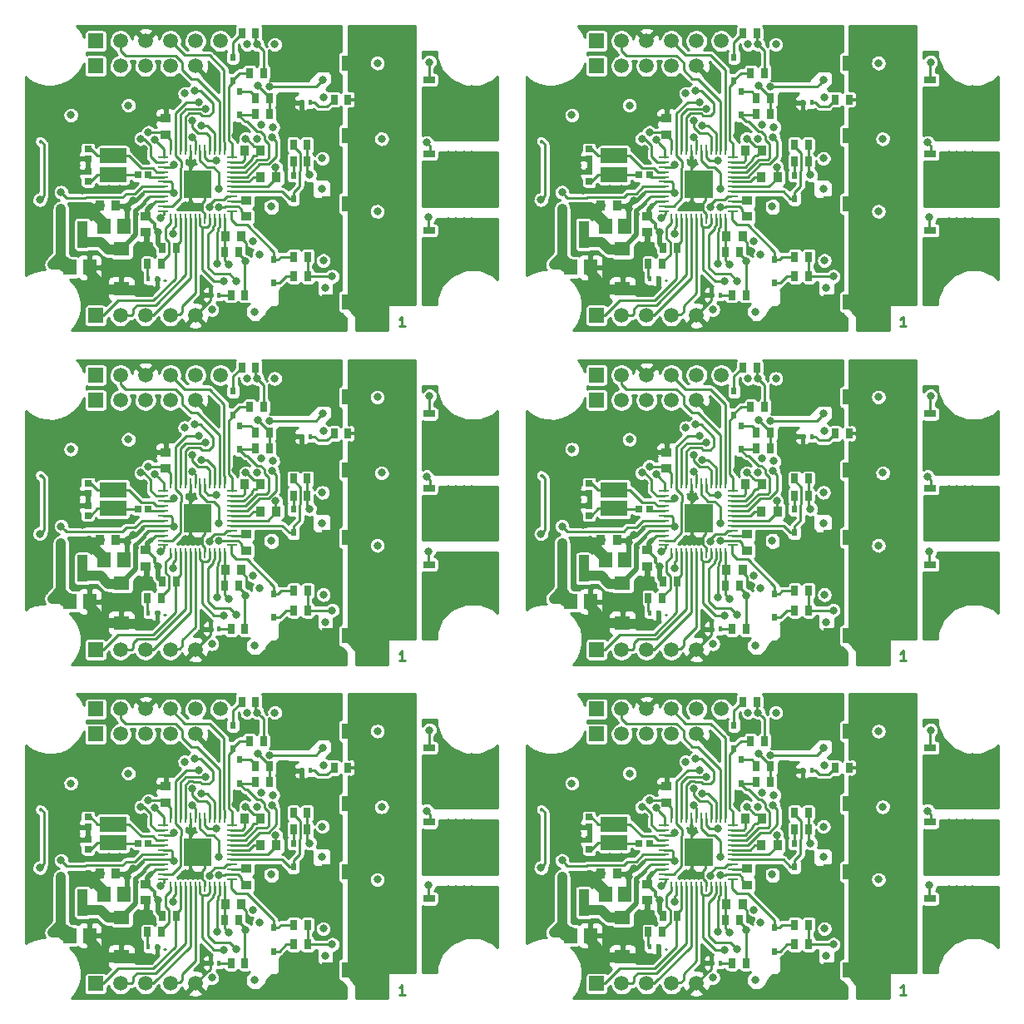
<source format=gtl>
%TF.GenerationSoftware,KiCad,Pcbnew,4.0.6-e0-6349~53~ubuntu16.04.1*%
%TF.CreationDate,2017-03-20T23:11:39+02:00*%
%TF.ProjectId,BLDC_controller,424C44435F636F6E74726F6C6C65722E,1.0*%
%TF.FileFunction,Copper,L1,Top,Signal*%
%FSLAX46Y46*%
G04 Gerber Fmt 4.6, Leading zero omitted, Abs format (unit mm)*
G04 Created by KiCad (PCBNEW 4.0.6-e0-6349~53~ubuntu16.04.1) date Mon Mar 20 23:11:39 2017*
%MOMM*%
%LPD*%
G01*
G04 APERTURE LIST*
%ADD10C,0.100000*%
%ADD11C,0.250000*%
%ADD12C,0.800000*%
%ADD13R,0.650000X0.990000*%
%ADD14R,1.000000X0.900000*%
%ADD15R,0.600000X0.800000*%
%ADD16R,1.500000X1.500000*%
%ADD17C,1.500000*%
%ADD18R,0.720000X0.720000*%
%ADD19R,0.600000X0.900000*%
%ADD20R,0.900000X0.600000*%
%ADD21R,1.150000X0.700000*%
%ADD22R,1.500000X4.700000*%
%ADD23R,3.600000X4.200000*%
%ADD24C,2.100000*%
%ADD25O,1.050000X0.250000*%
%ADD26O,0.250000X1.050000*%
%ADD27R,0.640000X0.720000*%
%ADD28R,0.400000X0.600000*%
%ADD29R,1.350000X1.550000*%
%ADD30R,1.640000X1.400000*%
%ADD31R,0.900000X1.000000*%
%ADD32R,1.000000X2.700000*%
%ADD33R,2.700000X1.500000*%
%ADD34C,1.300000*%
%ADD35C,0.500000*%
%ADD36C,0.300000*%
%ADD37C,0.400000*%
%ADD38C,1.000000*%
%ADD39C,0.254000*%
G04 APERTURE END LIST*
D10*
D11*
X226335715Y-180107381D02*
X225764286Y-180107381D01*
X226050000Y-180107381D02*
X226050000Y-179107381D01*
X225954762Y-179250238D01*
X225859524Y-179345476D01*
X225764286Y-179393095D01*
X175335715Y-180107381D02*
X174764286Y-180107381D01*
X175050000Y-180107381D02*
X175050000Y-179107381D01*
X174954762Y-179250238D01*
X174859524Y-179345476D01*
X174764286Y-179393095D01*
X226335715Y-146107381D02*
X225764286Y-146107381D01*
X226050000Y-146107381D02*
X226050000Y-145107381D01*
X225954762Y-145250238D01*
X225859524Y-145345476D01*
X225764286Y-145393095D01*
X175335715Y-146107381D02*
X174764286Y-146107381D01*
X175050000Y-146107381D02*
X175050000Y-145107381D01*
X174954762Y-145250238D01*
X174859524Y-145345476D01*
X174764286Y-145393095D01*
X226335715Y-112107381D02*
X225764286Y-112107381D01*
X226050000Y-112107381D02*
X226050000Y-111107381D01*
X225954762Y-111250238D01*
X225859524Y-111345476D01*
X225764286Y-111393095D01*
X175335715Y-112107381D02*
X174764286Y-112107381D01*
X175050000Y-112107381D02*
X175050000Y-111107381D01*
X174954762Y-111250238D01*
X174859524Y-111345476D01*
X174764286Y-111393095D01*
D12*
X189050000Y-159200000D03*
X138050000Y-159200000D03*
X189050000Y-125200000D03*
X138050000Y-125200000D03*
X189050000Y-91200000D03*
X189250000Y-156000000D03*
X138250000Y-156000000D03*
X189250000Y-122000000D03*
X138250000Y-122000000D03*
X189250000Y-88000000D03*
D13*
X211160000Y-150300000D03*
X209740000Y-150300000D03*
X160160000Y-150300000D03*
X158740000Y-150300000D03*
X211160000Y-116300000D03*
X209740000Y-116300000D03*
X160160000Y-116300000D03*
X158740000Y-116300000D03*
X211160000Y-82300000D03*
X209740000Y-82300000D03*
D14*
X202000000Y-160580000D03*
X202000000Y-158920000D03*
X151000000Y-160580000D03*
X151000000Y-158920000D03*
X202000000Y-126580000D03*
X202000000Y-124920000D03*
X151000000Y-126580000D03*
X151000000Y-124920000D03*
X202000000Y-92580000D03*
X202000000Y-90920000D03*
D15*
X208850000Y-155100000D03*
X208850000Y-152700000D03*
X157850000Y-155100000D03*
X157850000Y-152700000D03*
X208850000Y-121100000D03*
X208850000Y-118700000D03*
X157850000Y-121100000D03*
X157850000Y-118700000D03*
X208850000Y-87100000D03*
X208850000Y-84700000D03*
D16*
X194870000Y-153600000D03*
D17*
X197410000Y-153600000D03*
X199950000Y-153600000D03*
X202490000Y-153600000D03*
X205030000Y-153600000D03*
D16*
X143870000Y-153600000D03*
D17*
X146410000Y-153600000D03*
X148950000Y-153600000D03*
X151490000Y-153600000D03*
X154030000Y-153600000D03*
D16*
X194870000Y-119600000D03*
D17*
X197410000Y-119600000D03*
X199950000Y-119600000D03*
X202490000Y-119600000D03*
X205030000Y-119600000D03*
D16*
X143870000Y-119600000D03*
D17*
X146410000Y-119600000D03*
X148950000Y-119600000D03*
X151490000Y-119600000D03*
X154030000Y-119600000D03*
D16*
X194870000Y-85600000D03*
D17*
X197410000Y-85600000D03*
X199950000Y-85600000D03*
X202490000Y-85600000D03*
X205030000Y-85600000D03*
D16*
X194870000Y-151060000D03*
D17*
X197410000Y-151060000D03*
X199950000Y-151060000D03*
X202490000Y-151060000D03*
X205030000Y-151060000D03*
X207570000Y-151060000D03*
D16*
X143870000Y-151060000D03*
D17*
X146410000Y-151060000D03*
X148950000Y-151060000D03*
X151490000Y-151060000D03*
X154030000Y-151060000D03*
X156570000Y-151060000D03*
D16*
X194870000Y-117060000D03*
D17*
X197410000Y-117060000D03*
X199950000Y-117060000D03*
X202490000Y-117060000D03*
X205030000Y-117060000D03*
X207570000Y-117060000D03*
D16*
X143870000Y-117060000D03*
D17*
X146410000Y-117060000D03*
X148950000Y-117060000D03*
X151490000Y-117060000D03*
X154030000Y-117060000D03*
X156570000Y-117060000D03*
D16*
X194870000Y-83060000D03*
D17*
X197410000Y-83060000D03*
X199950000Y-83060000D03*
X202490000Y-83060000D03*
X205030000Y-83060000D03*
X207570000Y-83060000D03*
D15*
X209550000Y-158600000D03*
X209550000Y-156200000D03*
X158550000Y-158600000D03*
X158550000Y-156200000D03*
X209550000Y-124600000D03*
X209550000Y-122200000D03*
X158550000Y-124600000D03*
X158550000Y-122200000D03*
X209550000Y-90600000D03*
X209550000Y-88200000D03*
D18*
X194100000Y-165350000D03*
X194100000Y-164350000D03*
X143100000Y-165350000D03*
X143100000Y-164350000D03*
X194100000Y-131350000D03*
X194100000Y-130350000D03*
X143100000Y-131350000D03*
X143100000Y-130350000D03*
X194100000Y-97350000D03*
X194100000Y-96350000D03*
D12*
X193500000Y-166300000D03*
X142500000Y-166300000D03*
X193500000Y-132300000D03*
X142500000Y-132300000D03*
X193500000Y-98300000D03*
D18*
X194100000Y-162050000D03*
X194100000Y-163050000D03*
X143100000Y-162050000D03*
X143100000Y-163050000D03*
X194100000Y-128050000D03*
X194100000Y-129050000D03*
X143100000Y-128050000D03*
X143100000Y-129050000D03*
X194100000Y-94050000D03*
X194100000Y-95050000D03*
D12*
X193050000Y-161905000D03*
X142050000Y-161905000D03*
X193050000Y-127905000D03*
X142050000Y-127905000D03*
X193050000Y-93905000D03*
X193000000Y-165405000D03*
X142000000Y-165405000D03*
X193000000Y-131405000D03*
X142000000Y-131405000D03*
X193000000Y-97405000D03*
X195300000Y-161205000D03*
X144300000Y-161205000D03*
X195300000Y-127205000D03*
X144300000Y-127205000D03*
X195300000Y-93205000D03*
X198500000Y-161405000D03*
X147500000Y-161405000D03*
X198500000Y-127405000D03*
X147500000Y-127405000D03*
X198500000Y-93405000D03*
X197450000Y-161205000D03*
X146450000Y-161205000D03*
X197450000Y-127205000D03*
X146450000Y-127205000D03*
X197450000Y-93205000D03*
X194050000Y-161055000D03*
X143050000Y-161055000D03*
X194050000Y-127055000D03*
X143050000Y-127055000D03*
X194050000Y-93055000D03*
X196400000Y-161205000D03*
X145400000Y-161205000D03*
X196400000Y-127205000D03*
X145400000Y-127205000D03*
X196400000Y-93205000D03*
D19*
X225800000Y-173405000D03*
X226650000Y-173405000D03*
X224950000Y-173405000D03*
X225800000Y-171105000D03*
X226650000Y-171105000D03*
X224950000Y-171105000D03*
X224950000Y-172255000D03*
X226650000Y-172255000D03*
D20*
X223100000Y-174130000D03*
X223100000Y-170380000D03*
X223100000Y-172855000D03*
D21*
X228825000Y-172890000D03*
X228825000Y-174160000D03*
X228825000Y-171620000D03*
D22*
X223330000Y-172255000D03*
D23*
X225330000Y-172255000D03*
D21*
X228825000Y-170350000D03*
D20*
X223100000Y-171655000D03*
D19*
X225800000Y-172255000D03*
X174800000Y-173405000D03*
X175650000Y-173405000D03*
X173950000Y-173405000D03*
X174800000Y-171105000D03*
X175650000Y-171105000D03*
X173950000Y-171105000D03*
X173950000Y-172255000D03*
X175650000Y-172255000D03*
D20*
X172100000Y-174130000D03*
X172100000Y-170380000D03*
X172100000Y-172855000D03*
D21*
X177825000Y-172890000D03*
X177825000Y-174160000D03*
X177825000Y-171620000D03*
D22*
X172330000Y-172255000D03*
D23*
X174330000Y-172255000D03*
D21*
X177825000Y-170350000D03*
D20*
X172100000Y-171655000D03*
D19*
X174800000Y-172255000D03*
X225800000Y-139405000D03*
X226650000Y-139405000D03*
X224950000Y-139405000D03*
X225800000Y-137105000D03*
X226650000Y-137105000D03*
X224950000Y-137105000D03*
X224950000Y-138255000D03*
X226650000Y-138255000D03*
D20*
X223100000Y-140130000D03*
X223100000Y-136380000D03*
X223100000Y-138855000D03*
D21*
X228825000Y-138890000D03*
X228825000Y-140160000D03*
X228825000Y-137620000D03*
D22*
X223330000Y-138255000D03*
D23*
X225330000Y-138255000D03*
D21*
X228825000Y-136350000D03*
D20*
X223100000Y-137655000D03*
D19*
X225800000Y-138255000D03*
X174800000Y-139405000D03*
X175650000Y-139405000D03*
X173950000Y-139405000D03*
X174800000Y-137105000D03*
X175650000Y-137105000D03*
X173950000Y-137105000D03*
X173950000Y-138255000D03*
X175650000Y-138255000D03*
D20*
X172100000Y-140130000D03*
X172100000Y-136380000D03*
X172100000Y-138855000D03*
D21*
X177825000Y-138890000D03*
X177825000Y-140160000D03*
X177825000Y-137620000D03*
D22*
X172330000Y-138255000D03*
D23*
X174330000Y-138255000D03*
D21*
X177825000Y-136350000D03*
D20*
X172100000Y-137655000D03*
D19*
X174800000Y-138255000D03*
X225800000Y-105405000D03*
X226650000Y-105405000D03*
X224950000Y-105405000D03*
X225800000Y-103105000D03*
X226650000Y-103105000D03*
X224950000Y-103105000D03*
X224950000Y-104255000D03*
X226650000Y-104255000D03*
D20*
X223100000Y-106130000D03*
X223100000Y-102380000D03*
X223100000Y-104855000D03*
D21*
X228825000Y-104890000D03*
X228825000Y-106160000D03*
X228825000Y-103620000D03*
D22*
X223330000Y-104255000D03*
D23*
X225330000Y-104255000D03*
D21*
X228825000Y-102350000D03*
D20*
X223100000Y-103655000D03*
D19*
X225800000Y-104255000D03*
D12*
X224350000Y-176400000D03*
X173350000Y-176400000D03*
X224350000Y-142400000D03*
X173350000Y-142400000D03*
X224350000Y-108400000D03*
X226250000Y-176400000D03*
X175250000Y-176400000D03*
X226250000Y-142400000D03*
X175250000Y-142400000D03*
X226250000Y-108400000D03*
X222250000Y-168000000D03*
X171250000Y-168000000D03*
X222250000Y-134000000D03*
X171250000Y-134000000D03*
X222250000Y-100000000D03*
X221950000Y-179000000D03*
X170950000Y-179000000D03*
X221950000Y-145000000D03*
X170950000Y-145000000D03*
X221950000Y-111000000D03*
X225750000Y-168200000D03*
X174750000Y-168200000D03*
X225750000Y-134200000D03*
X174750000Y-134200000D03*
X225750000Y-100200000D03*
X231550000Y-173400000D03*
X180550000Y-173400000D03*
X231550000Y-139400000D03*
X180550000Y-139400000D03*
X231550000Y-105400000D03*
X232350000Y-173400000D03*
X181350000Y-173400000D03*
X232350000Y-139400000D03*
X181350000Y-139400000D03*
X232350000Y-105400000D03*
X230750000Y-171800000D03*
X179750000Y-171800000D03*
X230750000Y-137800000D03*
X179750000Y-137800000D03*
X230750000Y-103800000D03*
D24*
X234500000Y-172500000D03*
X183500000Y-172500000D03*
X234500000Y-138500000D03*
X183500000Y-138500000D03*
X234500000Y-104500000D03*
D12*
X231550000Y-174200000D03*
X180550000Y-174200000D03*
X231550000Y-140200000D03*
X180550000Y-140200000D03*
X231550000Y-106200000D03*
X233150000Y-173400000D03*
X182150000Y-173400000D03*
X233150000Y-139400000D03*
X182150000Y-139400000D03*
X233150000Y-105400000D03*
X231550000Y-171800000D03*
X180550000Y-171800000D03*
X231550000Y-137800000D03*
X180550000Y-137800000D03*
X231550000Y-103800000D03*
X232350000Y-172600000D03*
X181350000Y-172600000D03*
X232350000Y-138600000D03*
X181350000Y-138600000D03*
X232350000Y-104600000D03*
X232350000Y-171800000D03*
X181350000Y-171800000D03*
X232350000Y-137800000D03*
X181350000Y-137800000D03*
X232350000Y-103800000D03*
X233150000Y-172600000D03*
X182150000Y-172600000D03*
X233150000Y-138600000D03*
X182150000Y-138600000D03*
X233150000Y-104600000D03*
X231550000Y-172600000D03*
X180550000Y-172600000D03*
X231550000Y-138600000D03*
X180550000Y-138600000D03*
X231550000Y-104600000D03*
X233150000Y-171800000D03*
X182150000Y-171800000D03*
X233150000Y-137800000D03*
X182150000Y-137800000D03*
X233150000Y-103800000D03*
X230750000Y-173400000D03*
X179750000Y-173400000D03*
X230750000Y-139400000D03*
X179750000Y-139400000D03*
X230750000Y-105400000D03*
X230750000Y-174200000D03*
X179750000Y-174200000D03*
X230750000Y-140200000D03*
X179750000Y-140200000D03*
X230750000Y-106200000D03*
X230750000Y-172600000D03*
X179750000Y-172600000D03*
X230750000Y-138600000D03*
X179750000Y-138600000D03*
X230750000Y-104600000D03*
X230600000Y-175000000D03*
X179600000Y-175000000D03*
X230600000Y-141000000D03*
X179600000Y-141000000D03*
X230600000Y-107000000D03*
X230750000Y-169400000D03*
X179750000Y-169400000D03*
X230750000Y-135400000D03*
X179750000Y-135400000D03*
X230750000Y-101400000D03*
X230750000Y-171000000D03*
X179750000Y-171000000D03*
X230750000Y-137000000D03*
X179750000Y-137000000D03*
X230750000Y-103000000D03*
X231550000Y-170200000D03*
X180550000Y-170200000D03*
X231550000Y-136200000D03*
X180550000Y-136200000D03*
X231550000Y-102200000D03*
X231550000Y-171000000D03*
X180550000Y-171000000D03*
X231550000Y-137000000D03*
X180550000Y-137000000D03*
X231550000Y-103000000D03*
X231550000Y-169400000D03*
X180550000Y-169400000D03*
X231550000Y-135400000D03*
X180550000Y-135400000D03*
X231550000Y-101400000D03*
X230750000Y-170200000D03*
X179750000Y-170200000D03*
X230750000Y-136200000D03*
X179750000Y-136200000D03*
X230750000Y-102200000D03*
X232350000Y-169400000D03*
X181350000Y-169400000D03*
X232350000Y-135400000D03*
X181350000Y-135400000D03*
X232350000Y-101400000D03*
X233150000Y-171000000D03*
X182150000Y-171000000D03*
X233150000Y-137000000D03*
X182150000Y-137000000D03*
X233150000Y-103000000D03*
X233150000Y-169400000D03*
X182150000Y-169400000D03*
X233150000Y-135400000D03*
X182150000Y-135400000D03*
X233150000Y-101400000D03*
X232350000Y-171000000D03*
X181350000Y-171000000D03*
X232350000Y-137000000D03*
X181350000Y-137000000D03*
X232350000Y-103000000D03*
X232350000Y-170200000D03*
X181350000Y-170200000D03*
X232350000Y-136200000D03*
X181350000Y-136200000D03*
X232350000Y-102200000D03*
X233150000Y-170200000D03*
X182150000Y-170200000D03*
X233150000Y-136200000D03*
X182150000Y-136200000D03*
X233150000Y-102200000D03*
X232350000Y-165850000D03*
X181350000Y-165850000D03*
X232350000Y-131850000D03*
X181350000Y-131850000D03*
X232350000Y-97850000D03*
X233150000Y-167450000D03*
X182150000Y-167450000D03*
X233150000Y-133450000D03*
X182150000Y-133450000D03*
X233150000Y-99450000D03*
X233150000Y-166650000D03*
X182150000Y-166650000D03*
X233150000Y-132650000D03*
X182150000Y-132650000D03*
X233150000Y-98650000D03*
X232350000Y-166650000D03*
X181350000Y-166650000D03*
X232350000Y-132650000D03*
X181350000Y-132650000D03*
X232350000Y-98650000D03*
X232350000Y-167450000D03*
X181350000Y-167450000D03*
X232350000Y-133450000D03*
X181350000Y-133450000D03*
X232350000Y-99450000D03*
X233150000Y-165850000D03*
X182150000Y-165850000D03*
X233150000Y-131850000D03*
X182150000Y-131850000D03*
X233150000Y-97850000D03*
X230750000Y-165850000D03*
X179750000Y-165850000D03*
X230750000Y-131850000D03*
X179750000Y-131850000D03*
X230750000Y-97850000D03*
X231550000Y-167450000D03*
X180550000Y-167450000D03*
X231550000Y-133450000D03*
X180550000Y-133450000D03*
X231550000Y-99450000D03*
X230750000Y-167450000D03*
X179750000Y-167450000D03*
X230750000Y-133450000D03*
X179750000Y-133450000D03*
X230750000Y-99450000D03*
X231550000Y-166650000D03*
X180550000Y-166650000D03*
X231550000Y-132650000D03*
X180550000Y-132650000D03*
X231550000Y-98650000D03*
X230750000Y-166650000D03*
X179750000Y-166650000D03*
X230750000Y-132650000D03*
X179750000Y-132650000D03*
X230750000Y-98650000D03*
X231550000Y-165850000D03*
X180550000Y-165850000D03*
X231550000Y-131850000D03*
X180550000Y-131850000D03*
X231550000Y-97850000D03*
X233150000Y-157550000D03*
X182150000Y-157550000D03*
X233150000Y-123550000D03*
X182150000Y-123550000D03*
X233150000Y-89550000D03*
X233150000Y-156750000D03*
X182150000Y-156750000D03*
X233150000Y-122750000D03*
X182150000Y-122750000D03*
X233150000Y-88750000D03*
X230750000Y-155950000D03*
X179750000Y-155950000D03*
X230750000Y-121950000D03*
X179750000Y-121950000D03*
X230750000Y-87950000D03*
X230750000Y-156750000D03*
X179750000Y-156750000D03*
X230750000Y-122750000D03*
X179750000Y-122750000D03*
X230750000Y-88750000D03*
X231550000Y-156750000D03*
X180550000Y-156750000D03*
X231550000Y-122750000D03*
X180550000Y-122750000D03*
X231550000Y-88750000D03*
X232350000Y-156750000D03*
X181350000Y-156750000D03*
X232350000Y-122750000D03*
X181350000Y-122750000D03*
X232350000Y-88750000D03*
X233150000Y-155950000D03*
X182150000Y-155950000D03*
X233150000Y-121950000D03*
X182150000Y-121950000D03*
X233150000Y-87950000D03*
X231550000Y-155950000D03*
X180550000Y-155950000D03*
X231550000Y-121950000D03*
X180550000Y-121950000D03*
X231550000Y-87950000D03*
X232350000Y-155950000D03*
X181350000Y-155950000D03*
X232350000Y-121950000D03*
X181350000Y-121950000D03*
X232350000Y-87950000D03*
X232350000Y-158350000D03*
X181350000Y-158350000D03*
X232350000Y-124350000D03*
X181350000Y-124350000D03*
X232350000Y-90350000D03*
X230750000Y-157550000D03*
X179750000Y-157550000D03*
X230750000Y-123550000D03*
X179750000Y-123550000D03*
X230750000Y-89550000D03*
X231550000Y-158350000D03*
X180550000Y-158350000D03*
X231550000Y-124350000D03*
X180550000Y-124350000D03*
X231550000Y-90350000D03*
X231550000Y-157550000D03*
X180550000Y-157550000D03*
X231550000Y-123550000D03*
X180550000Y-123550000D03*
X231550000Y-89550000D03*
X230750000Y-158350000D03*
X179750000Y-158350000D03*
X230750000Y-124350000D03*
X179750000Y-124350000D03*
X230750000Y-90350000D03*
X232350000Y-157550000D03*
X181350000Y-157550000D03*
X232350000Y-123550000D03*
X181350000Y-123550000D03*
X232350000Y-89550000D03*
X230750000Y-159150000D03*
X179750000Y-159150000D03*
X230750000Y-125150000D03*
X179750000Y-125150000D03*
X230750000Y-91150000D03*
X231550000Y-159150000D03*
X180550000Y-159150000D03*
X231550000Y-125150000D03*
X180550000Y-125150000D03*
X231550000Y-91150000D03*
X232350000Y-159150000D03*
X181350000Y-159150000D03*
X232350000Y-125150000D03*
X181350000Y-125150000D03*
X232350000Y-91150000D03*
X231550000Y-159950000D03*
X180550000Y-159950000D03*
X231550000Y-125950000D03*
X180550000Y-125950000D03*
X231550000Y-91950000D03*
X230750000Y-159950000D03*
X179750000Y-159950000D03*
X230750000Y-125950000D03*
X179750000Y-125950000D03*
X230750000Y-91950000D03*
X233150000Y-158350000D03*
X182150000Y-158350000D03*
X233150000Y-124350000D03*
X182150000Y-124350000D03*
X233150000Y-90350000D03*
D24*
X234500000Y-158000000D03*
X183500000Y-158000000D03*
X234500000Y-124000000D03*
X183500000Y-124000000D03*
X234500000Y-90000000D03*
D12*
X232350000Y-159950000D03*
X181350000Y-159950000D03*
X232350000Y-125950000D03*
X181350000Y-125950000D03*
X232350000Y-91950000D03*
X232350000Y-160750000D03*
X181350000Y-160750000D03*
X232350000Y-126750000D03*
X181350000Y-126750000D03*
X232350000Y-92750000D03*
X233150000Y-159950000D03*
X182150000Y-159950000D03*
X233150000Y-125950000D03*
X182150000Y-125950000D03*
X233150000Y-91950000D03*
X233150000Y-160750000D03*
X182150000Y-160750000D03*
X233150000Y-126750000D03*
X182150000Y-126750000D03*
X233150000Y-92750000D03*
X233150000Y-159150000D03*
X182150000Y-159150000D03*
X233150000Y-125150000D03*
X182150000Y-125150000D03*
X233150000Y-91150000D03*
X230750000Y-162650000D03*
X179750000Y-162650000D03*
X230750000Y-128650000D03*
X179750000Y-128650000D03*
X230750000Y-94650000D03*
X232350000Y-162650000D03*
X181350000Y-162650000D03*
X232350000Y-128650000D03*
X181350000Y-128650000D03*
X232350000Y-94650000D03*
X231550000Y-162650000D03*
X180550000Y-162650000D03*
X231550000Y-128650000D03*
X180550000Y-128650000D03*
X231550000Y-94650000D03*
X233150000Y-162650000D03*
X182150000Y-162650000D03*
X233150000Y-128650000D03*
X182150000Y-128650000D03*
X233150000Y-94650000D03*
X230750000Y-160750000D03*
X179750000Y-160750000D03*
X230750000Y-126750000D03*
X179750000Y-126750000D03*
X230750000Y-92750000D03*
X231550000Y-160750000D03*
X180550000Y-160750000D03*
X231550000Y-126750000D03*
X180550000Y-126750000D03*
X231550000Y-92750000D03*
X232350000Y-165050000D03*
X181350000Y-165050000D03*
X232350000Y-131050000D03*
X181350000Y-131050000D03*
X232350000Y-97050000D03*
X233150000Y-163450000D03*
X182150000Y-163450000D03*
X233150000Y-129450000D03*
X182150000Y-129450000D03*
X233150000Y-95450000D03*
X232350000Y-163450000D03*
X181350000Y-163450000D03*
X232350000Y-129450000D03*
X181350000Y-129450000D03*
X232350000Y-95450000D03*
X233150000Y-164250000D03*
X182150000Y-164250000D03*
X233150000Y-130250000D03*
X182150000Y-130250000D03*
X233150000Y-96250000D03*
X233150000Y-165050000D03*
X182150000Y-165050000D03*
X233150000Y-131050000D03*
X182150000Y-131050000D03*
X233150000Y-97050000D03*
D24*
X234500000Y-165000000D03*
X183500000Y-165000000D03*
X234500000Y-131000000D03*
X183500000Y-131000000D03*
X234500000Y-97000000D03*
D12*
X232350000Y-164250000D03*
X181350000Y-164250000D03*
X232350000Y-130250000D03*
X181350000Y-130250000D03*
X232350000Y-96250000D03*
X230750000Y-163450000D03*
X179750000Y-163450000D03*
X230750000Y-129450000D03*
X179750000Y-129450000D03*
X230750000Y-95450000D03*
X231550000Y-164250000D03*
X180550000Y-164250000D03*
X231550000Y-130250000D03*
X180550000Y-130250000D03*
X231550000Y-96250000D03*
X230750000Y-165050000D03*
X179750000Y-165050000D03*
X230750000Y-131050000D03*
X179750000Y-131050000D03*
X230750000Y-97050000D03*
X231550000Y-163450000D03*
X180550000Y-163450000D03*
X231550000Y-129450000D03*
X180550000Y-129450000D03*
X231550000Y-95450000D03*
X231550000Y-165050000D03*
X180550000Y-165050000D03*
X231550000Y-131050000D03*
X180550000Y-131050000D03*
X231550000Y-97050000D03*
X230750000Y-164250000D03*
X179750000Y-164250000D03*
X230750000Y-130250000D03*
X179750000Y-130250000D03*
X230750000Y-96250000D03*
D16*
X205900000Y-166275000D03*
X204600000Y-166275000D03*
X205900000Y-164975000D03*
D25*
X201725000Y-162875000D03*
X201725000Y-163375000D03*
X201725000Y-163875000D03*
X201725000Y-164375000D03*
X201725000Y-164875000D03*
X201725000Y-165375000D03*
X201725000Y-165875000D03*
X201725000Y-166375000D03*
X201725000Y-166875000D03*
X201725000Y-167375000D03*
X201725000Y-167875000D03*
X201725000Y-168375000D03*
D26*
X202500000Y-169150000D03*
X203000000Y-169150000D03*
X203500000Y-169150000D03*
X204000000Y-169150000D03*
X204500000Y-169150000D03*
X205000000Y-169150000D03*
X205500000Y-169150000D03*
X206000000Y-169150000D03*
X206500000Y-169150000D03*
X207000000Y-169150000D03*
X207500000Y-169150000D03*
X208000000Y-169150000D03*
D25*
X208775000Y-168375000D03*
X208775000Y-167875000D03*
X208775000Y-167375000D03*
X208775000Y-166875000D03*
X208775000Y-166375000D03*
X208775000Y-165875000D03*
X208775000Y-165375000D03*
X208775000Y-164875000D03*
X208775000Y-164375000D03*
X208775000Y-163875000D03*
X208775000Y-163375000D03*
X208775000Y-162875000D03*
D26*
X208000000Y-162100000D03*
X207500000Y-162100000D03*
X207000000Y-162100000D03*
X206500000Y-162100000D03*
X206000000Y-162100000D03*
X205500000Y-162100000D03*
X205000000Y-162100000D03*
X204500000Y-162100000D03*
X204000000Y-162100000D03*
X203500000Y-162100000D03*
X203000000Y-162100000D03*
X202500000Y-162100000D03*
D16*
X204600000Y-164975000D03*
X154900000Y-166275000D03*
X153600000Y-166275000D03*
X154900000Y-164975000D03*
D25*
X150725000Y-162875000D03*
X150725000Y-163375000D03*
X150725000Y-163875000D03*
X150725000Y-164375000D03*
X150725000Y-164875000D03*
X150725000Y-165375000D03*
X150725000Y-165875000D03*
X150725000Y-166375000D03*
X150725000Y-166875000D03*
X150725000Y-167375000D03*
X150725000Y-167875000D03*
X150725000Y-168375000D03*
D26*
X151500000Y-169150000D03*
X152000000Y-169150000D03*
X152500000Y-169150000D03*
X153000000Y-169150000D03*
X153500000Y-169150000D03*
X154000000Y-169150000D03*
X154500000Y-169150000D03*
X155000000Y-169150000D03*
X155500000Y-169150000D03*
X156000000Y-169150000D03*
X156500000Y-169150000D03*
X157000000Y-169150000D03*
D25*
X157775000Y-168375000D03*
X157775000Y-167875000D03*
X157775000Y-167375000D03*
X157775000Y-166875000D03*
X157775000Y-166375000D03*
X157775000Y-165875000D03*
X157775000Y-165375000D03*
X157775000Y-164875000D03*
X157775000Y-164375000D03*
X157775000Y-163875000D03*
X157775000Y-163375000D03*
X157775000Y-162875000D03*
D26*
X157000000Y-162100000D03*
X156500000Y-162100000D03*
X156000000Y-162100000D03*
X155500000Y-162100000D03*
X155000000Y-162100000D03*
X154500000Y-162100000D03*
X154000000Y-162100000D03*
X153500000Y-162100000D03*
X153000000Y-162100000D03*
X152500000Y-162100000D03*
X152000000Y-162100000D03*
X151500000Y-162100000D03*
D16*
X153600000Y-164975000D03*
X205900000Y-132275000D03*
X204600000Y-132275000D03*
X205900000Y-130975000D03*
D25*
X201725000Y-128875000D03*
X201725000Y-129375000D03*
X201725000Y-129875000D03*
X201725000Y-130375000D03*
X201725000Y-130875000D03*
X201725000Y-131375000D03*
X201725000Y-131875000D03*
X201725000Y-132375000D03*
X201725000Y-132875000D03*
X201725000Y-133375000D03*
X201725000Y-133875000D03*
X201725000Y-134375000D03*
D26*
X202500000Y-135150000D03*
X203000000Y-135150000D03*
X203500000Y-135150000D03*
X204000000Y-135150000D03*
X204500000Y-135150000D03*
X205000000Y-135150000D03*
X205500000Y-135150000D03*
X206000000Y-135150000D03*
X206500000Y-135150000D03*
X207000000Y-135150000D03*
X207500000Y-135150000D03*
X208000000Y-135150000D03*
D25*
X208775000Y-134375000D03*
X208775000Y-133875000D03*
X208775000Y-133375000D03*
X208775000Y-132875000D03*
X208775000Y-132375000D03*
X208775000Y-131875000D03*
X208775000Y-131375000D03*
X208775000Y-130875000D03*
X208775000Y-130375000D03*
X208775000Y-129875000D03*
X208775000Y-129375000D03*
X208775000Y-128875000D03*
D26*
X208000000Y-128100000D03*
X207500000Y-128100000D03*
X207000000Y-128100000D03*
X206500000Y-128100000D03*
X206000000Y-128100000D03*
X205500000Y-128100000D03*
X205000000Y-128100000D03*
X204500000Y-128100000D03*
X204000000Y-128100000D03*
X203500000Y-128100000D03*
X203000000Y-128100000D03*
X202500000Y-128100000D03*
D16*
X204600000Y-130975000D03*
X154900000Y-132275000D03*
X153600000Y-132275000D03*
X154900000Y-130975000D03*
D25*
X150725000Y-128875000D03*
X150725000Y-129375000D03*
X150725000Y-129875000D03*
X150725000Y-130375000D03*
X150725000Y-130875000D03*
X150725000Y-131375000D03*
X150725000Y-131875000D03*
X150725000Y-132375000D03*
X150725000Y-132875000D03*
X150725000Y-133375000D03*
X150725000Y-133875000D03*
X150725000Y-134375000D03*
D26*
X151500000Y-135150000D03*
X152000000Y-135150000D03*
X152500000Y-135150000D03*
X153000000Y-135150000D03*
X153500000Y-135150000D03*
X154000000Y-135150000D03*
X154500000Y-135150000D03*
X155000000Y-135150000D03*
X155500000Y-135150000D03*
X156000000Y-135150000D03*
X156500000Y-135150000D03*
X157000000Y-135150000D03*
D25*
X157775000Y-134375000D03*
X157775000Y-133875000D03*
X157775000Y-133375000D03*
X157775000Y-132875000D03*
X157775000Y-132375000D03*
X157775000Y-131875000D03*
X157775000Y-131375000D03*
X157775000Y-130875000D03*
X157775000Y-130375000D03*
X157775000Y-129875000D03*
X157775000Y-129375000D03*
X157775000Y-128875000D03*
D26*
X157000000Y-128100000D03*
X156500000Y-128100000D03*
X156000000Y-128100000D03*
X155500000Y-128100000D03*
X155000000Y-128100000D03*
X154500000Y-128100000D03*
X154000000Y-128100000D03*
X153500000Y-128100000D03*
X153000000Y-128100000D03*
X152500000Y-128100000D03*
X152000000Y-128100000D03*
X151500000Y-128100000D03*
D16*
X153600000Y-130975000D03*
X205900000Y-98275000D03*
X204600000Y-98275000D03*
X205900000Y-96975000D03*
D25*
X201725000Y-94875000D03*
X201725000Y-95375000D03*
X201725000Y-95875000D03*
X201725000Y-96375000D03*
X201725000Y-96875000D03*
X201725000Y-97375000D03*
X201725000Y-97875000D03*
X201725000Y-98375000D03*
X201725000Y-98875000D03*
X201725000Y-99375000D03*
X201725000Y-99875000D03*
X201725000Y-100375000D03*
D26*
X202500000Y-101150000D03*
X203000000Y-101150000D03*
X203500000Y-101150000D03*
X204000000Y-101150000D03*
X204500000Y-101150000D03*
X205000000Y-101150000D03*
X205500000Y-101150000D03*
X206000000Y-101150000D03*
X206500000Y-101150000D03*
X207000000Y-101150000D03*
X207500000Y-101150000D03*
X208000000Y-101150000D03*
D25*
X208775000Y-100375000D03*
X208775000Y-99875000D03*
X208775000Y-99375000D03*
X208775000Y-98875000D03*
X208775000Y-98375000D03*
X208775000Y-97875000D03*
X208775000Y-97375000D03*
X208775000Y-96875000D03*
X208775000Y-96375000D03*
X208775000Y-95875000D03*
X208775000Y-95375000D03*
X208775000Y-94875000D03*
D26*
X208000000Y-94100000D03*
X207500000Y-94100000D03*
X207000000Y-94100000D03*
X206500000Y-94100000D03*
X206000000Y-94100000D03*
X205500000Y-94100000D03*
X205000000Y-94100000D03*
X204500000Y-94100000D03*
X204000000Y-94100000D03*
X203500000Y-94100000D03*
X203000000Y-94100000D03*
X202500000Y-94100000D03*
D16*
X204600000Y-96975000D03*
D27*
X200240000Y-164700000D03*
X199160000Y-164700000D03*
X149240000Y-164700000D03*
X148160000Y-164700000D03*
X200240000Y-130700000D03*
X199160000Y-130700000D03*
X149240000Y-130700000D03*
X148160000Y-130700000D03*
X200240000Y-96700000D03*
X199160000Y-96700000D03*
D12*
X198650000Y-165755000D03*
X147650000Y-165755000D03*
X198650000Y-131755000D03*
X147650000Y-131755000D03*
X198650000Y-97755000D03*
X199750000Y-162055000D03*
X148750000Y-162055000D03*
X199750000Y-128055000D03*
X148750000Y-128055000D03*
X199750000Y-94055000D03*
D28*
X201150000Y-175250000D03*
X200250000Y-175250000D03*
X150150000Y-175250000D03*
X149250000Y-175250000D03*
X201150000Y-141250000D03*
X200250000Y-141250000D03*
X150150000Y-141250000D03*
X149250000Y-141250000D03*
X201150000Y-107250000D03*
X200250000Y-107250000D03*
D14*
X200000000Y-168870000D03*
X200000000Y-170530000D03*
X149000000Y-168870000D03*
X149000000Y-170530000D03*
X200000000Y-134870000D03*
X200000000Y-136530000D03*
X149000000Y-134870000D03*
X149000000Y-136530000D03*
X200000000Y-100870000D03*
X200000000Y-102530000D03*
D16*
X194870000Y-179000000D03*
D17*
X197410000Y-179000000D03*
X199950000Y-179000000D03*
X202490000Y-179000000D03*
X205030000Y-179000000D03*
D16*
X143870000Y-179000000D03*
D17*
X146410000Y-179000000D03*
X148950000Y-179000000D03*
X151490000Y-179000000D03*
X154030000Y-179000000D03*
D16*
X194870000Y-145000000D03*
D17*
X197410000Y-145000000D03*
X199950000Y-145000000D03*
X202490000Y-145000000D03*
X205030000Y-145000000D03*
D16*
X143870000Y-145000000D03*
D17*
X146410000Y-145000000D03*
X148950000Y-145000000D03*
X151490000Y-145000000D03*
X154030000Y-145000000D03*
D16*
X194870000Y-111000000D03*
D17*
X197410000Y-111000000D03*
X199950000Y-111000000D03*
X202490000Y-111000000D03*
X205030000Y-111000000D03*
D13*
X201640000Y-172100000D03*
X203060000Y-172100000D03*
X150640000Y-172100000D03*
X152060000Y-172100000D03*
X201640000Y-138100000D03*
X203060000Y-138100000D03*
X150640000Y-138100000D03*
X152060000Y-138100000D03*
X201640000Y-104100000D03*
X203060000Y-104100000D03*
D29*
X197750000Y-169900000D03*
X195750000Y-169900000D03*
X146750000Y-169900000D03*
X144750000Y-169900000D03*
X197750000Y-135900000D03*
X195750000Y-135900000D03*
X146750000Y-135900000D03*
X144750000Y-135900000D03*
X197750000Y-101900000D03*
X195750000Y-101900000D03*
D30*
X197500000Y-172235000D03*
X197500000Y-176265000D03*
X146500000Y-172235000D03*
X146500000Y-176265000D03*
X197500000Y-138235000D03*
X197500000Y-142265000D03*
X146500000Y-138235000D03*
X146500000Y-142265000D03*
X197500000Y-104235000D03*
X197500000Y-108265000D03*
D13*
X201560000Y-173750000D03*
X200140000Y-173750000D03*
X150560000Y-173750000D03*
X149140000Y-173750000D03*
X201560000Y-139750000D03*
X200140000Y-139750000D03*
X150560000Y-139750000D03*
X149140000Y-139750000D03*
X201560000Y-105750000D03*
X200140000Y-105750000D03*
D31*
X208070000Y-170900000D03*
X209730000Y-170900000D03*
X157070000Y-170900000D03*
X158730000Y-170900000D03*
X208070000Y-136900000D03*
X209730000Y-136900000D03*
X157070000Y-136900000D03*
X158730000Y-136900000D03*
X208070000Y-102900000D03*
X209730000Y-102900000D03*
D13*
X207990000Y-172500000D03*
X209410000Y-172500000D03*
X156990000Y-172500000D03*
X158410000Y-172500000D03*
X207990000Y-138500000D03*
X209410000Y-138500000D03*
X156990000Y-138500000D03*
X158410000Y-138500000D03*
X207990000Y-104500000D03*
X209410000Y-104500000D03*
D14*
X210200000Y-168930000D03*
X210200000Y-167270000D03*
X159200000Y-168930000D03*
X159200000Y-167270000D03*
X210200000Y-134930000D03*
X210200000Y-133270000D03*
X159200000Y-134930000D03*
X159200000Y-133270000D03*
X210200000Y-100930000D03*
X210200000Y-99270000D03*
D13*
X210060000Y-176900000D03*
X208640000Y-176900000D03*
X159060000Y-176900000D03*
X157640000Y-176900000D03*
X210060000Y-142900000D03*
X208640000Y-142900000D03*
X159060000Y-142900000D03*
X157640000Y-142900000D03*
X210060000Y-108900000D03*
X208640000Y-108900000D03*
D28*
X206550000Y-176900000D03*
X207450000Y-176900000D03*
X155550000Y-176900000D03*
X156450000Y-176900000D03*
X206550000Y-142900000D03*
X207450000Y-142900000D03*
X155550000Y-142900000D03*
X156450000Y-142900000D03*
X206550000Y-108900000D03*
X207450000Y-108900000D03*
D15*
X213000000Y-173305000D03*
X213000000Y-175705000D03*
X162000000Y-173305000D03*
X162000000Y-175705000D03*
X213000000Y-139305000D03*
X213000000Y-141705000D03*
X162000000Y-139305000D03*
X162000000Y-141705000D03*
X213000000Y-105305000D03*
X213000000Y-107705000D03*
D29*
X192250000Y-174100000D03*
X194250000Y-174100000D03*
X141250000Y-174100000D03*
X143250000Y-174100000D03*
X192250000Y-140100000D03*
X194250000Y-140100000D03*
X141250000Y-140100000D03*
X143250000Y-140100000D03*
X192250000Y-106100000D03*
X194250000Y-106100000D03*
D12*
X189250000Y-168500000D03*
X138250000Y-168500000D03*
X189250000Y-134500000D03*
X138250000Y-134500000D03*
X189250000Y-100500000D03*
D32*
X191350000Y-170750000D03*
X193550000Y-170750000D03*
X140350000Y-170750000D03*
X142550000Y-170750000D03*
X191350000Y-136750000D03*
X193550000Y-136750000D03*
X140350000Y-136750000D03*
X142550000Y-136750000D03*
X191350000Y-102750000D03*
X193550000Y-102750000D03*
D12*
X189250000Y-172800000D03*
X138250000Y-172800000D03*
X189250000Y-138800000D03*
X138250000Y-138800000D03*
X189250000Y-104800000D03*
X195000000Y-166155000D03*
X144000000Y-166155000D03*
X195000000Y-132155000D03*
X144000000Y-132155000D03*
X195000000Y-98155000D03*
X197350000Y-166105000D03*
X146350000Y-166105000D03*
X197350000Y-132105000D03*
X146350000Y-132105000D03*
X197350000Y-98105000D03*
X196200000Y-166105000D03*
X145200000Y-166105000D03*
X196200000Y-132105000D03*
X145200000Y-132105000D03*
X196200000Y-98105000D03*
D33*
X196650000Y-164650000D03*
X196650000Y-162750000D03*
X145650000Y-164650000D03*
X145650000Y-162750000D03*
X196650000Y-130650000D03*
X196650000Y-128750000D03*
X145650000Y-130650000D03*
X145650000Y-128750000D03*
X196650000Y-96650000D03*
X196650000Y-94750000D03*
D31*
X196930000Y-167800000D03*
X195270000Y-167800000D03*
X145930000Y-167800000D03*
X144270000Y-167800000D03*
X196930000Y-133800000D03*
X195270000Y-133800000D03*
X145930000Y-133800000D03*
X144270000Y-133800000D03*
X196930000Y-99800000D03*
X195270000Y-99800000D03*
D29*
X220600000Y-177600000D03*
X218600000Y-177600000D03*
X169600000Y-177600000D03*
X167600000Y-177600000D03*
X220600000Y-143600000D03*
X218600000Y-143600000D03*
X169600000Y-143600000D03*
X167600000Y-143600000D03*
X220600000Y-109600000D03*
X218600000Y-109600000D03*
D12*
X219050000Y-179405000D03*
X168050000Y-179405000D03*
X219050000Y-145405000D03*
X168050000Y-145405000D03*
X219050000Y-111405000D03*
X218250000Y-179405000D03*
X167250000Y-179405000D03*
X218250000Y-145405000D03*
X167250000Y-145405000D03*
X218250000Y-111405000D03*
X219850000Y-179405000D03*
X168850000Y-179405000D03*
X219850000Y-145405000D03*
X168850000Y-145405000D03*
X219850000Y-111405000D03*
X214250000Y-179405000D03*
X163250000Y-179405000D03*
X214250000Y-145405000D03*
X163250000Y-145405000D03*
X214250000Y-111405000D03*
X216650000Y-179405000D03*
X165650000Y-179405000D03*
X216650000Y-145405000D03*
X165650000Y-145405000D03*
X216650000Y-111405000D03*
X214250000Y-180205000D03*
X163250000Y-180205000D03*
X214250000Y-146205000D03*
X163250000Y-146205000D03*
X214250000Y-112205000D03*
X215050000Y-179405000D03*
X164050000Y-179405000D03*
X215050000Y-145405000D03*
X164050000Y-145405000D03*
X215050000Y-111405000D03*
X215050000Y-180205000D03*
X164050000Y-180205000D03*
X215050000Y-146205000D03*
X164050000Y-146205000D03*
X215050000Y-112205000D03*
X215850000Y-180205000D03*
X164850000Y-180205000D03*
X215850000Y-146205000D03*
X164850000Y-146205000D03*
X215850000Y-112205000D03*
X216650000Y-180205000D03*
X165650000Y-180205000D03*
X216650000Y-146205000D03*
X165650000Y-146205000D03*
X216650000Y-112205000D03*
X215850000Y-179405000D03*
X164850000Y-179405000D03*
X215850000Y-145405000D03*
X164850000Y-145405000D03*
X215850000Y-111405000D03*
X214000000Y-169250000D03*
X163000000Y-169250000D03*
X214000000Y-135250000D03*
X163000000Y-135250000D03*
X214000000Y-101250000D03*
X214800000Y-169250000D03*
X163800000Y-169250000D03*
X214800000Y-135250000D03*
X163800000Y-135250000D03*
X214800000Y-101250000D03*
X215600000Y-169250000D03*
X164600000Y-169250000D03*
X215600000Y-135250000D03*
X164600000Y-135250000D03*
X215600000Y-101250000D03*
X216400000Y-169250000D03*
X165400000Y-169250000D03*
X216400000Y-135250000D03*
X165400000Y-135250000D03*
X216400000Y-101250000D03*
X214000000Y-170050000D03*
X163000000Y-170050000D03*
X214000000Y-136050000D03*
X163000000Y-136050000D03*
X214000000Y-102050000D03*
X217450000Y-179405000D03*
X166450000Y-179405000D03*
X217450000Y-145405000D03*
X166450000Y-145405000D03*
X217450000Y-111405000D03*
X217450000Y-180205000D03*
X166450000Y-180205000D03*
X217450000Y-146205000D03*
X166450000Y-146205000D03*
X217450000Y-112205000D03*
X218250000Y-180205000D03*
X167250000Y-180205000D03*
X218250000Y-146205000D03*
X167250000Y-146205000D03*
X218250000Y-112205000D03*
X219050000Y-180205000D03*
X168050000Y-180205000D03*
X219050000Y-146205000D03*
X168050000Y-146205000D03*
X219050000Y-112205000D03*
X219850000Y-180205000D03*
X168850000Y-180205000D03*
X219850000Y-146205000D03*
X168850000Y-146205000D03*
X219850000Y-112205000D03*
X217200000Y-169250000D03*
X166200000Y-169250000D03*
X217200000Y-135250000D03*
X166200000Y-135250000D03*
X217200000Y-101250000D03*
X219600000Y-169250000D03*
X168600000Y-169250000D03*
X219600000Y-135250000D03*
X168600000Y-135250000D03*
X219600000Y-101250000D03*
X218800000Y-170050000D03*
X167800000Y-170050000D03*
X218800000Y-136050000D03*
X167800000Y-136050000D03*
X218800000Y-102050000D03*
X219600000Y-170050000D03*
X168600000Y-170050000D03*
X219600000Y-136050000D03*
X168600000Y-136050000D03*
X219600000Y-102050000D03*
X218000000Y-170050000D03*
X167000000Y-170050000D03*
X218000000Y-136050000D03*
X167000000Y-136050000D03*
X218000000Y-102050000D03*
X218800000Y-169250000D03*
X167800000Y-169250000D03*
X218800000Y-135250000D03*
X167800000Y-135250000D03*
X218800000Y-101250000D03*
X218000000Y-169250000D03*
X167000000Y-169250000D03*
X218000000Y-135250000D03*
X167000000Y-135250000D03*
X218000000Y-101250000D03*
X217200000Y-170050000D03*
X166200000Y-170050000D03*
X217200000Y-136050000D03*
X166200000Y-136050000D03*
X217200000Y-102050000D03*
D13*
X216460000Y-173005000D03*
X215040000Y-173005000D03*
X165460000Y-173005000D03*
X164040000Y-173005000D03*
X216460000Y-139005000D03*
X215040000Y-139005000D03*
X165460000Y-139005000D03*
X164040000Y-139005000D03*
X216460000Y-105005000D03*
X215040000Y-105005000D03*
X216460000Y-175005000D03*
X215040000Y-175005000D03*
X165460000Y-175005000D03*
X164040000Y-175005000D03*
X216460000Y-141005000D03*
X215040000Y-141005000D03*
X165460000Y-141005000D03*
X164040000Y-141005000D03*
X216460000Y-107005000D03*
X215040000Y-107005000D03*
D12*
X215600000Y-170050000D03*
X164600000Y-170050000D03*
X215600000Y-136050000D03*
X164600000Y-136050000D03*
X215600000Y-102050000D03*
X214800000Y-170050000D03*
X163800000Y-170050000D03*
X214800000Y-136050000D03*
X163800000Y-136050000D03*
X214800000Y-102050000D03*
X216400000Y-170050000D03*
X165400000Y-170050000D03*
X216400000Y-136050000D03*
X165400000Y-136050000D03*
X216400000Y-102050000D03*
X218200000Y-151200000D03*
X167200000Y-151200000D03*
X218200000Y-117200000D03*
X167200000Y-117200000D03*
X218200000Y-83200000D03*
X216200000Y-152000000D03*
X165200000Y-152000000D03*
X216200000Y-118000000D03*
X165200000Y-118000000D03*
X216200000Y-84000000D03*
X217000000Y-152000000D03*
X166000000Y-152000000D03*
X217000000Y-118000000D03*
X166000000Y-118000000D03*
X217000000Y-84000000D03*
D24*
X216800000Y-150500000D03*
X165800000Y-150500000D03*
X216800000Y-116500000D03*
X165800000Y-116500000D03*
X216800000Y-82500000D03*
D12*
X218600000Y-152000000D03*
X167600000Y-152000000D03*
X218600000Y-118000000D03*
X167600000Y-118000000D03*
X218600000Y-84000000D03*
D28*
X215850000Y-157300000D03*
X216750000Y-157300000D03*
X164850000Y-157300000D03*
X165750000Y-157300000D03*
X215850000Y-123300000D03*
X216750000Y-123300000D03*
X164850000Y-123300000D03*
X165750000Y-123300000D03*
X215850000Y-89300000D03*
X216750000Y-89300000D03*
D13*
X220560000Y-157000000D03*
X219140000Y-157000000D03*
X169560000Y-157000000D03*
X168140000Y-157000000D03*
X220560000Y-123000000D03*
X219140000Y-123000000D03*
X169560000Y-123000000D03*
X168140000Y-123000000D03*
X220560000Y-89000000D03*
X219140000Y-89000000D03*
D29*
X220600000Y-153300000D03*
X218600000Y-153300000D03*
X169600000Y-153300000D03*
X167600000Y-153300000D03*
X220600000Y-119300000D03*
X218600000Y-119300000D03*
X169600000Y-119300000D03*
X167600000Y-119300000D03*
X220600000Y-85300000D03*
X218600000Y-85300000D03*
D12*
X217800000Y-152000000D03*
X166800000Y-152000000D03*
X217800000Y-118000000D03*
X166800000Y-118000000D03*
X217800000Y-84000000D03*
D19*
X225800000Y-158055000D03*
X226650000Y-158055000D03*
X224950000Y-158055000D03*
X225800000Y-155755000D03*
X226650000Y-155755000D03*
X224950000Y-155755000D03*
X224950000Y-156905000D03*
X226650000Y-156905000D03*
D20*
X223100000Y-158780000D03*
X223100000Y-155030000D03*
X223100000Y-157505000D03*
D21*
X228825000Y-157540000D03*
X228825000Y-158810000D03*
X228825000Y-156270000D03*
D22*
X223330000Y-156905000D03*
D23*
X225330000Y-156905000D03*
D21*
X228825000Y-155000000D03*
D20*
X223100000Y-156305000D03*
D19*
X225800000Y-156905000D03*
X174800000Y-158055000D03*
X175650000Y-158055000D03*
X173950000Y-158055000D03*
X174800000Y-155755000D03*
X175650000Y-155755000D03*
X173950000Y-155755000D03*
X173950000Y-156905000D03*
X175650000Y-156905000D03*
D20*
X172100000Y-158780000D03*
X172100000Y-155030000D03*
X172100000Y-157505000D03*
D21*
X177825000Y-157540000D03*
X177825000Y-158810000D03*
X177825000Y-156270000D03*
D22*
X172330000Y-156905000D03*
D23*
X174330000Y-156905000D03*
D21*
X177825000Y-155000000D03*
D20*
X172100000Y-156305000D03*
D19*
X174800000Y-156905000D03*
X225800000Y-124055000D03*
X226650000Y-124055000D03*
X224950000Y-124055000D03*
X225800000Y-121755000D03*
X226650000Y-121755000D03*
X224950000Y-121755000D03*
X224950000Y-122905000D03*
X226650000Y-122905000D03*
D20*
X223100000Y-124780000D03*
X223100000Y-121030000D03*
X223100000Y-123505000D03*
D21*
X228825000Y-123540000D03*
X228825000Y-124810000D03*
X228825000Y-122270000D03*
D22*
X223330000Y-122905000D03*
D23*
X225330000Y-122905000D03*
D21*
X228825000Y-121000000D03*
D20*
X223100000Y-122305000D03*
D19*
X225800000Y-122905000D03*
X174800000Y-124055000D03*
X175650000Y-124055000D03*
X173950000Y-124055000D03*
X174800000Y-121755000D03*
X175650000Y-121755000D03*
X173950000Y-121755000D03*
X173950000Y-122905000D03*
X175650000Y-122905000D03*
D20*
X172100000Y-124780000D03*
X172100000Y-121030000D03*
X172100000Y-123505000D03*
D21*
X177825000Y-123540000D03*
X177825000Y-124810000D03*
X177825000Y-122270000D03*
D22*
X172330000Y-122905000D03*
D23*
X174330000Y-122905000D03*
D21*
X177825000Y-121000000D03*
D20*
X172100000Y-122305000D03*
D19*
X174800000Y-122905000D03*
X225800000Y-90055000D03*
X226650000Y-90055000D03*
X224950000Y-90055000D03*
X225800000Y-87755000D03*
X226650000Y-87755000D03*
X224950000Y-87755000D03*
X224950000Y-88905000D03*
X226650000Y-88905000D03*
D20*
X223100000Y-90780000D03*
X223100000Y-87030000D03*
X223100000Y-89505000D03*
D21*
X228825000Y-89540000D03*
X228825000Y-90810000D03*
X228825000Y-88270000D03*
D22*
X223330000Y-88905000D03*
D23*
X225330000Y-88905000D03*
D21*
X228825000Y-87000000D03*
D20*
X223100000Y-88305000D03*
D19*
X225800000Y-88905000D03*
D12*
X226150000Y-161100000D03*
X175150000Y-161100000D03*
X226150000Y-127100000D03*
X175150000Y-127100000D03*
X226150000Y-93100000D03*
X222150000Y-160400000D03*
X171150000Y-160400000D03*
X222150000Y-126400000D03*
X171150000Y-126400000D03*
X222150000Y-92400000D03*
D19*
X225800000Y-165615000D03*
X226650000Y-165615000D03*
X224950000Y-165615000D03*
X225800000Y-163315000D03*
X226650000Y-163315000D03*
X224950000Y-163315000D03*
X224950000Y-164465000D03*
X226650000Y-164465000D03*
D20*
X223100000Y-166340000D03*
X223100000Y-162590000D03*
X223100000Y-165065000D03*
D21*
X228825000Y-165100000D03*
X228825000Y-166370000D03*
X228825000Y-163830000D03*
D22*
X223330000Y-164465000D03*
D23*
X225330000Y-164465000D03*
D21*
X228825000Y-162560000D03*
D20*
X223100000Y-163865000D03*
D19*
X225800000Y-164465000D03*
X174800000Y-165615000D03*
X175650000Y-165615000D03*
X173950000Y-165615000D03*
X174800000Y-163315000D03*
X175650000Y-163315000D03*
X173950000Y-163315000D03*
X173950000Y-164465000D03*
X175650000Y-164465000D03*
D20*
X172100000Y-166340000D03*
X172100000Y-162590000D03*
X172100000Y-165065000D03*
D21*
X177825000Y-165100000D03*
X177825000Y-166370000D03*
X177825000Y-163830000D03*
D22*
X172330000Y-164465000D03*
D23*
X174330000Y-164465000D03*
D21*
X177825000Y-162560000D03*
D20*
X172100000Y-163865000D03*
D19*
X174800000Y-164465000D03*
X225800000Y-131615000D03*
X226650000Y-131615000D03*
X224950000Y-131615000D03*
X225800000Y-129315000D03*
X226650000Y-129315000D03*
X224950000Y-129315000D03*
X224950000Y-130465000D03*
X226650000Y-130465000D03*
D20*
X223100000Y-132340000D03*
X223100000Y-128590000D03*
X223100000Y-131065000D03*
D21*
X228825000Y-131100000D03*
X228825000Y-132370000D03*
X228825000Y-129830000D03*
D22*
X223330000Y-130465000D03*
D23*
X225330000Y-130465000D03*
D21*
X228825000Y-128560000D03*
D20*
X223100000Y-129865000D03*
D19*
X225800000Y-130465000D03*
X174800000Y-131615000D03*
X175650000Y-131615000D03*
X173950000Y-131615000D03*
X174800000Y-129315000D03*
X175650000Y-129315000D03*
X173950000Y-129315000D03*
X173950000Y-130465000D03*
X175650000Y-130465000D03*
D20*
X172100000Y-132340000D03*
X172100000Y-128590000D03*
X172100000Y-131065000D03*
D21*
X177825000Y-131100000D03*
X177825000Y-132370000D03*
X177825000Y-129830000D03*
D22*
X172330000Y-130465000D03*
D23*
X174330000Y-130465000D03*
D21*
X177825000Y-128560000D03*
D20*
X172100000Y-129865000D03*
D19*
X174800000Y-130465000D03*
X225800000Y-97615000D03*
X226650000Y-97615000D03*
X224950000Y-97615000D03*
X225800000Y-95315000D03*
X226650000Y-95315000D03*
X224950000Y-95315000D03*
X224950000Y-96465000D03*
X226650000Y-96465000D03*
D20*
X223100000Y-98340000D03*
X223100000Y-94590000D03*
X223100000Y-97065000D03*
D21*
X228825000Y-97100000D03*
X228825000Y-98370000D03*
X228825000Y-95830000D03*
D22*
X223330000Y-96465000D03*
D23*
X225330000Y-96465000D03*
D21*
X228825000Y-94560000D03*
D20*
X223100000Y-95865000D03*
D19*
X225800000Y-96465000D03*
D31*
X211680000Y-162200000D03*
X210020000Y-162200000D03*
X160680000Y-162200000D03*
X159020000Y-162200000D03*
X211680000Y-128200000D03*
X210020000Y-128200000D03*
X160680000Y-128200000D03*
X159020000Y-128200000D03*
X211680000Y-94200000D03*
X210020000Y-94200000D03*
D13*
X212560000Y-156900000D03*
X211140000Y-156900000D03*
X161560000Y-156900000D03*
X160140000Y-156900000D03*
X212560000Y-122900000D03*
X211140000Y-122900000D03*
X161560000Y-122900000D03*
X160140000Y-122900000D03*
X212560000Y-88900000D03*
X211140000Y-88900000D03*
D31*
X213280000Y-164925000D03*
X211620000Y-164925000D03*
X162280000Y-164925000D03*
X160620000Y-164925000D03*
X213280000Y-130925000D03*
X211620000Y-130925000D03*
X162280000Y-130925000D03*
X160620000Y-130925000D03*
X213280000Y-96925000D03*
X211620000Y-96925000D03*
D13*
X212560000Y-158500000D03*
X211140000Y-158500000D03*
X161560000Y-158500000D03*
X160140000Y-158500000D03*
X212560000Y-124500000D03*
X211140000Y-124500000D03*
X161560000Y-124500000D03*
X160140000Y-124500000D03*
X212560000Y-90500000D03*
X211140000Y-90500000D03*
X216420000Y-161605000D03*
X215000000Y-161605000D03*
X165420000Y-161605000D03*
X164000000Y-161605000D03*
X216420000Y-127605000D03*
X215000000Y-127605000D03*
X165420000Y-127605000D03*
X164000000Y-127605000D03*
X216420000Y-93605000D03*
X215000000Y-93605000D03*
X216410000Y-163305000D03*
X214990000Y-163305000D03*
X165410000Y-163305000D03*
X163990000Y-163305000D03*
X216410000Y-129305000D03*
X214990000Y-129305000D03*
X165410000Y-129305000D03*
X163990000Y-129305000D03*
X216410000Y-95305000D03*
X214990000Y-95305000D03*
D29*
X220600000Y-167600000D03*
X218600000Y-167600000D03*
X169600000Y-167600000D03*
X167600000Y-167600000D03*
X220600000Y-133600000D03*
X218600000Y-133600000D03*
X169600000Y-133600000D03*
X167600000Y-133600000D03*
X220600000Y-99600000D03*
X218600000Y-99600000D03*
X220600000Y-160700000D03*
X218600000Y-160700000D03*
X169600000Y-160700000D03*
X167600000Y-160700000D03*
X220600000Y-126700000D03*
X218600000Y-126700000D03*
X169600000Y-126700000D03*
X167600000Y-126700000D03*
X220600000Y-92700000D03*
X218600000Y-92700000D03*
D15*
X215000000Y-167105000D03*
X215000000Y-164705000D03*
X164000000Y-167105000D03*
X164000000Y-164705000D03*
X215000000Y-133105000D03*
X215000000Y-130705000D03*
X164000000Y-133105000D03*
X164000000Y-130705000D03*
X215000000Y-99105000D03*
X215000000Y-96705000D03*
D12*
X215400000Y-152800000D03*
X164400000Y-152800000D03*
X215400000Y-118800000D03*
X164400000Y-118800000D03*
X215400000Y-84800000D03*
X214600000Y-152800000D03*
X163600000Y-152800000D03*
X214600000Y-118800000D03*
X163600000Y-118800000D03*
X214600000Y-84800000D03*
X214600000Y-152000000D03*
X163600000Y-152000000D03*
X214600000Y-118000000D03*
X163600000Y-118000000D03*
X214600000Y-84000000D03*
D13*
X211960000Y-154300000D03*
X210540000Y-154300000D03*
X160960000Y-154300000D03*
X159540000Y-154300000D03*
X211960000Y-120300000D03*
X210540000Y-120300000D03*
X160960000Y-120300000D03*
X159540000Y-120300000D03*
X211960000Y-86300000D03*
X210540000Y-86300000D03*
D12*
X215400000Y-151200000D03*
X164400000Y-151200000D03*
X215400000Y-117200000D03*
X164400000Y-117200000D03*
X215400000Y-83200000D03*
X214600000Y-151200000D03*
X163600000Y-151200000D03*
X214600000Y-117200000D03*
X163600000Y-117200000D03*
X214600000Y-83200000D03*
X215400000Y-150400000D03*
X164400000Y-150400000D03*
X215400000Y-116400000D03*
X164400000Y-116400000D03*
X215400000Y-82400000D03*
X215400000Y-152000000D03*
X164400000Y-152000000D03*
X215400000Y-118000000D03*
X164400000Y-118000000D03*
X215400000Y-84000000D03*
X214600000Y-150400000D03*
X163600000Y-150400000D03*
X214600000Y-116400000D03*
X163600000Y-116400000D03*
X214600000Y-82400000D03*
X219400000Y-152000000D03*
X168400000Y-152000000D03*
X219400000Y-118000000D03*
X168400000Y-118000000D03*
X219400000Y-84000000D03*
X226000000Y-153100000D03*
X175000000Y-153100000D03*
X226000000Y-119100000D03*
X175000000Y-119100000D03*
X226000000Y-85100000D03*
D34*
X224000000Y-150250000D03*
X173000000Y-150250000D03*
X224000000Y-116250000D03*
X173000000Y-116250000D03*
X224000000Y-82250000D03*
X219000000Y-150200000D03*
X168000000Y-150200000D03*
X219000000Y-116200000D03*
X168000000Y-116200000D03*
X219000000Y-82200000D03*
D12*
X219000000Y-151200000D03*
X168000000Y-151200000D03*
X219000000Y-117200000D03*
X168000000Y-117200000D03*
X219000000Y-83200000D03*
D24*
X222000000Y-150500000D03*
X171000000Y-150500000D03*
X222000000Y-116500000D03*
X171000000Y-116500000D03*
X222000000Y-82500000D03*
D12*
X175000000Y-85100000D03*
X164400000Y-82400000D03*
X163600000Y-82400000D03*
X163600000Y-83200000D03*
X164400000Y-83200000D03*
X163600000Y-84800000D03*
X164400000Y-84800000D03*
X168000000Y-83200000D03*
X167200000Y-83200000D03*
X168400000Y-84000000D03*
X167600000Y-84000000D03*
X166800000Y-84000000D03*
X166000000Y-84000000D03*
X165200000Y-84000000D03*
X164400000Y-84000000D03*
X163600000Y-84000000D03*
X168600000Y-102050000D03*
X167800000Y-102050000D03*
X167000000Y-102050000D03*
X166200000Y-102050000D03*
X165400000Y-102050000D03*
X164600000Y-102050000D03*
X163800000Y-102050000D03*
X163000000Y-102050000D03*
X168600000Y-101250000D03*
X167800000Y-101250000D03*
X167000000Y-101250000D03*
X166200000Y-101250000D03*
X165400000Y-101250000D03*
X164600000Y-101250000D03*
X163800000Y-101250000D03*
X182150000Y-99450000D03*
X181350000Y-99450000D03*
X180550000Y-99450000D03*
X179750000Y-99450000D03*
X182150000Y-98650000D03*
X181350000Y-98650000D03*
X180550000Y-98650000D03*
X179750000Y-98650000D03*
X182150000Y-97850000D03*
X181350000Y-97850000D03*
X180550000Y-97850000D03*
X179750000Y-97850000D03*
X182150000Y-97050000D03*
X181350000Y-97050000D03*
X180550000Y-97050000D03*
X179750000Y-97050000D03*
X182150000Y-96250000D03*
X181350000Y-96250000D03*
X180550000Y-96250000D03*
X179750000Y-96250000D03*
X182150000Y-95450000D03*
X181350000Y-95450000D03*
X180550000Y-95450000D03*
X179750000Y-95450000D03*
X182150000Y-94650000D03*
X181350000Y-94650000D03*
X180550000Y-94650000D03*
X182150000Y-92750000D03*
X181350000Y-92750000D03*
X180550000Y-92750000D03*
X179750000Y-92750000D03*
X182150000Y-91950000D03*
X181350000Y-91950000D03*
X180550000Y-91950000D03*
X179750000Y-91950000D03*
X182150000Y-91150000D03*
X181350000Y-91150000D03*
X180550000Y-91150000D03*
X179750000Y-91150000D03*
X182150000Y-90350000D03*
X181350000Y-90350000D03*
X180550000Y-90350000D03*
X179750000Y-90350000D03*
X182150000Y-89550000D03*
X181350000Y-89550000D03*
X180550000Y-89550000D03*
X179750000Y-89550000D03*
X182150000Y-88750000D03*
X181350000Y-88750000D03*
X180550000Y-88750000D03*
X179750000Y-88750000D03*
X182150000Y-87950000D03*
X181350000Y-87950000D03*
X180550000Y-87950000D03*
X179600000Y-107000000D03*
X180550000Y-106200000D03*
X179750000Y-106200000D03*
X182150000Y-105400000D03*
X181350000Y-105400000D03*
X180550000Y-105400000D03*
X179750000Y-105400000D03*
X182150000Y-104600000D03*
X181350000Y-104600000D03*
X180550000Y-104600000D03*
X179750000Y-104600000D03*
X182150000Y-103800000D03*
X181350000Y-103800000D03*
X180550000Y-103800000D03*
X179750000Y-103800000D03*
X182150000Y-103000000D03*
X181350000Y-103000000D03*
X180550000Y-103000000D03*
X179750000Y-103000000D03*
X182150000Y-102200000D03*
X181350000Y-102200000D03*
X180550000Y-102200000D03*
X179750000Y-102200000D03*
X182150000Y-101400000D03*
X181350000Y-101400000D03*
X180550000Y-101400000D03*
X168850000Y-112205000D03*
X168050000Y-112205000D03*
X167250000Y-112205000D03*
X166450000Y-112205000D03*
X165650000Y-112205000D03*
X164850000Y-112205000D03*
X164050000Y-112205000D03*
X163250000Y-112205000D03*
X168850000Y-111405000D03*
X168050000Y-111405000D03*
X167250000Y-111405000D03*
X166450000Y-111405000D03*
X165650000Y-111405000D03*
X164850000Y-111405000D03*
X164050000Y-111405000D03*
X170950000Y-111000000D03*
X173350000Y-108400000D03*
X175250000Y-108400000D03*
X174750000Y-100200000D03*
X175150000Y-93100000D03*
X171150000Y-92400000D03*
X171250000Y-100000000D03*
X179750000Y-101400000D03*
X179750000Y-94650000D03*
X179750000Y-87950000D03*
D16*
X143870000Y-85600000D03*
D17*
X146410000Y-85600000D03*
X148950000Y-85600000D03*
X151490000Y-85600000D03*
X154030000Y-85600000D03*
D34*
X168000000Y-82200000D03*
D12*
X142500000Y-98300000D03*
X138250000Y-88000000D03*
X138050000Y-91200000D03*
X138250000Y-100500000D03*
X138250000Y-104800000D03*
X163000000Y-101250000D03*
X163250000Y-111405000D03*
X147650000Y-97755000D03*
X146350000Y-98105000D03*
X145200000Y-98105000D03*
X143050000Y-93055000D03*
X144000000Y-98155000D03*
X142000000Y-97405000D03*
X142050000Y-93905000D03*
X148750000Y-94055000D03*
X147500000Y-93405000D03*
X146450000Y-93205000D03*
X145400000Y-93205000D03*
D32*
X140350000Y-102750000D03*
X142550000Y-102750000D03*
D31*
X160680000Y-94200000D03*
X159020000Y-94200000D03*
D15*
X157850000Y-87100000D03*
X157850000Y-84700000D03*
D33*
X145650000Y-96650000D03*
X145650000Y-94750000D03*
D28*
X164850000Y-89300000D03*
X165750000Y-89300000D03*
X155550000Y-108900000D03*
X156450000Y-108900000D03*
D30*
X146500000Y-104235000D03*
X146500000Y-108265000D03*
D15*
X158550000Y-90600000D03*
X158550000Y-88200000D03*
D29*
X169600000Y-85300000D03*
X167600000Y-85300000D03*
D15*
X164000000Y-99105000D03*
X164000000Y-96705000D03*
X162000000Y-105305000D03*
X162000000Y-107705000D03*
D29*
X169600000Y-99600000D03*
X167600000Y-99600000D03*
X141250000Y-106100000D03*
X143250000Y-106100000D03*
X146750000Y-101900000D03*
X144750000Y-101900000D03*
X169600000Y-92700000D03*
X167600000Y-92700000D03*
X169600000Y-109600000D03*
X167600000Y-109600000D03*
D16*
X143870000Y-83060000D03*
D17*
X146410000Y-83060000D03*
X148950000Y-83060000D03*
X151490000Y-83060000D03*
X154030000Y-83060000D03*
X156570000Y-83060000D03*
D16*
X143870000Y-111000000D03*
D17*
X146410000Y-111000000D03*
X148950000Y-111000000D03*
X151490000Y-111000000D03*
X154030000Y-111000000D03*
D31*
X145930000Y-99800000D03*
X144270000Y-99800000D03*
D14*
X151000000Y-92580000D03*
X151000000Y-90920000D03*
X149000000Y-100870000D03*
X149000000Y-102530000D03*
D31*
X162280000Y-96925000D03*
X160620000Y-96925000D03*
D14*
X159200000Y-100930000D03*
X159200000Y-99270000D03*
D13*
X161560000Y-88900000D03*
X160140000Y-88900000D03*
X161560000Y-90500000D03*
X160140000Y-90500000D03*
X165410000Y-95305000D03*
X163990000Y-95305000D03*
X165420000Y-93605000D03*
X164000000Y-93605000D03*
X165460000Y-107005000D03*
X164040000Y-107005000D03*
X165460000Y-105005000D03*
X164040000Y-105005000D03*
X160160000Y-82300000D03*
X158740000Y-82300000D03*
X160960000Y-86300000D03*
X159540000Y-86300000D03*
X169560000Y-89000000D03*
X168140000Y-89000000D03*
X156990000Y-104500000D03*
X158410000Y-104500000D03*
D31*
X157070000Y-102900000D03*
X158730000Y-102900000D03*
D13*
X150640000Y-104100000D03*
X152060000Y-104100000D03*
X159060000Y-108900000D03*
X157640000Y-108900000D03*
D18*
X143100000Y-94050000D03*
X143100000Y-95050000D03*
X143100000Y-97350000D03*
X143100000Y-96350000D03*
D27*
X149240000Y-96700000D03*
X148160000Y-96700000D03*
D12*
X144300000Y-93205000D03*
D34*
X173000000Y-82250000D03*
D13*
X150560000Y-105750000D03*
X149140000Y-105750000D03*
D28*
X150150000Y-107250000D03*
X149250000Y-107250000D03*
D19*
X174800000Y-90055000D03*
X175650000Y-90055000D03*
X173950000Y-90055000D03*
X174800000Y-87755000D03*
X175650000Y-87755000D03*
X173950000Y-87755000D03*
X173950000Y-88905000D03*
X175650000Y-88905000D03*
D20*
X172100000Y-90780000D03*
X172100000Y-87030000D03*
X172100000Y-89505000D03*
D21*
X177825000Y-89540000D03*
X177825000Y-90810000D03*
X177825000Y-88270000D03*
D22*
X172330000Y-88905000D03*
D23*
X174330000Y-88905000D03*
D21*
X177825000Y-87000000D03*
D20*
X172100000Y-88305000D03*
D19*
X174800000Y-88905000D03*
X174800000Y-97615000D03*
X175650000Y-97615000D03*
X173950000Y-97615000D03*
X174800000Y-95315000D03*
X175650000Y-95315000D03*
X173950000Y-95315000D03*
X173950000Y-96465000D03*
X175650000Y-96465000D03*
D20*
X172100000Y-98340000D03*
X172100000Y-94590000D03*
X172100000Y-97065000D03*
D21*
X177825000Y-97100000D03*
X177825000Y-98370000D03*
X177825000Y-95830000D03*
D22*
X172330000Y-96465000D03*
D23*
X174330000Y-96465000D03*
D21*
X177825000Y-94560000D03*
D20*
X172100000Y-95865000D03*
D19*
X174800000Y-96465000D03*
X174800000Y-105405000D03*
X175650000Y-105405000D03*
X173950000Y-105405000D03*
X174800000Y-103105000D03*
X175650000Y-103105000D03*
X173950000Y-103105000D03*
X173950000Y-104255000D03*
X175650000Y-104255000D03*
D20*
X172100000Y-106130000D03*
X172100000Y-102380000D03*
X172100000Y-104855000D03*
D21*
X177825000Y-104890000D03*
X177825000Y-106160000D03*
X177825000Y-103620000D03*
D22*
X172330000Y-104255000D03*
D23*
X174330000Y-104255000D03*
D21*
X177825000Y-102350000D03*
D20*
X172100000Y-103655000D03*
D19*
X174800000Y-104255000D03*
D24*
X183500000Y-90000000D03*
X183500000Y-97000000D03*
X183500000Y-104500000D03*
X171000000Y-82500000D03*
X165800000Y-82500000D03*
D16*
X154900000Y-98275000D03*
X153600000Y-98275000D03*
X154900000Y-96975000D03*
D25*
X150725000Y-94875000D03*
X150725000Y-95375000D03*
X150725000Y-95875000D03*
X150725000Y-96375000D03*
X150725000Y-96875000D03*
X150725000Y-97375000D03*
X150725000Y-97875000D03*
X150725000Y-98375000D03*
X150725000Y-98875000D03*
X150725000Y-99375000D03*
X150725000Y-99875000D03*
X150725000Y-100375000D03*
D26*
X151500000Y-101150000D03*
X152000000Y-101150000D03*
X152500000Y-101150000D03*
X153000000Y-101150000D03*
X153500000Y-101150000D03*
X154000000Y-101150000D03*
X154500000Y-101150000D03*
X155000000Y-101150000D03*
X155500000Y-101150000D03*
X156000000Y-101150000D03*
X156500000Y-101150000D03*
X157000000Y-101150000D03*
D25*
X157775000Y-100375000D03*
X157775000Y-99875000D03*
X157775000Y-99375000D03*
X157775000Y-98875000D03*
X157775000Y-98375000D03*
X157775000Y-97875000D03*
X157775000Y-97375000D03*
X157775000Y-96875000D03*
X157775000Y-96375000D03*
X157775000Y-95875000D03*
X157775000Y-95375000D03*
X157775000Y-94875000D03*
D26*
X157000000Y-94100000D03*
X156500000Y-94100000D03*
X156000000Y-94100000D03*
X155500000Y-94100000D03*
X155000000Y-94100000D03*
X154500000Y-94100000D03*
X154000000Y-94100000D03*
X153500000Y-94100000D03*
X153000000Y-94100000D03*
X152500000Y-94100000D03*
X152000000Y-94100000D03*
X151500000Y-94100000D03*
D16*
X153600000Y-96975000D03*
D12*
X198125365Y-168093856D03*
X147125365Y-168093856D03*
X198125365Y-134093856D03*
X147125365Y-134093856D03*
X198125365Y-100093856D03*
X198649988Y-167300000D03*
X147649988Y-167300000D03*
X198649988Y-133300000D03*
X147649988Y-133300000D03*
X198649988Y-99300000D03*
X202799861Y-166500000D03*
X151799861Y-166500000D03*
X202799861Y-132500000D03*
X151799861Y-132500000D03*
X202799861Y-98500000D03*
X147125365Y-100093856D03*
X147649988Y-99300000D03*
X151799861Y-98500000D03*
X212550000Y-155725010D03*
X161550000Y-155725010D03*
X212550000Y-121725010D03*
X161550000Y-121725010D03*
X212550000Y-87725010D03*
X218000000Y-155000000D03*
X167000000Y-155000000D03*
X218000000Y-121000000D03*
X167000000Y-121000000D03*
X218000000Y-87000000D03*
X212750000Y-167900000D03*
X161750000Y-167900000D03*
X212750000Y-133900000D03*
X161750000Y-133900000D03*
X212750000Y-99900000D03*
X210575976Y-172487519D03*
X159575976Y-172487519D03*
X210575976Y-138487519D03*
X159575976Y-138487519D03*
X210575976Y-104487519D03*
X217950006Y-166100000D03*
X166950006Y-166100000D03*
X217950006Y-132100000D03*
X166950006Y-132100000D03*
X217950006Y-98100000D03*
X218250000Y-176200000D03*
X167250000Y-176200000D03*
X218250000Y-142200000D03*
X167250000Y-142200000D03*
X218250000Y-108200000D03*
X200000000Y-172000000D03*
X149000000Y-172000000D03*
X200000000Y-138000000D03*
X149000000Y-138000000D03*
X200000000Y-104000000D03*
X199850000Y-176400000D03*
X148850000Y-176400000D03*
X199850000Y-142400000D03*
X148850000Y-142400000D03*
X199850000Y-108400000D03*
X211050000Y-178600000D03*
X160050000Y-178600000D03*
X211050000Y-144600000D03*
X160050000Y-144600000D03*
X211050000Y-110600000D03*
X204000000Y-167755000D03*
X153000000Y-167755000D03*
X204000000Y-133755000D03*
X153000000Y-133755000D03*
X204000000Y-99755000D03*
X198000000Y-155900000D03*
X147000000Y-155900000D03*
X198000000Y-121900000D03*
X147000000Y-121900000D03*
X198000000Y-87900000D03*
X204500000Y-163505000D03*
X153500000Y-163505000D03*
X204500000Y-129505000D03*
X153500000Y-129505000D03*
X204500000Y-95505000D03*
X192250000Y-157400000D03*
X141250000Y-157400000D03*
X192250000Y-123400000D03*
X141250000Y-123400000D03*
X192250000Y-89400000D03*
X200750000Y-159325010D03*
X149750000Y-159325010D03*
X200750000Y-125325010D03*
X149750000Y-125325010D03*
X200750000Y-91325010D03*
X209125032Y-160719540D03*
X158125032Y-160719540D03*
X209125032Y-126719540D03*
X158125032Y-126719540D03*
X209125032Y-92719540D03*
X193700000Y-168000000D03*
X142700000Y-168000000D03*
X193700000Y-134000000D03*
X142700000Y-134000000D03*
X193700000Y-100000000D03*
X193050000Y-163050000D03*
X142050000Y-163050000D03*
X193050000Y-129050000D03*
X142050000Y-129050000D03*
X193050000Y-95050000D03*
X193050000Y-164350000D03*
X142050000Y-164350000D03*
X193050000Y-130350000D03*
X142050000Y-130350000D03*
X193050000Y-96350000D03*
X194950000Y-176399990D03*
X143950000Y-176399990D03*
X194950000Y-142399990D03*
X143950000Y-142399990D03*
X194950000Y-108399990D03*
X149750000Y-91325010D03*
X167000000Y-87000000D03*
X149000000Y-104000000D03*
X166950006Y-98100000D03*
X160050000Y-110600000D03*
X141250000Y-89400000D03*
X161750000Y-99900000D03*
X158125032Y-92719540D03*
X161550000Y-87725010D03*
X142700000Y-100000000D03*
X147000000Y-87900000D03*
X148850000Y-108400000D03*
X143950000Y-108399990D03*
X167250000Y-108200000D03*
X153500000Y-95505000D03*
X159575976Y-104487519D03*
X153000000Y-99755000D03*
X142050000Y-96350000D03*
X142050000Y-95050000D03*
X207436664Y-167950012D03*
X156436664Y-167950012D03*
X207436664Y-133950012D03*
X156436664Y-133950012D03*
X207436664Y-99950012D03*
X156436664Y-99950012D03*
X213185865Y-163890868D03*
X162185865Y-163890868D03*
X213185865Y-129890868D03*
X162185865Y-129890868D03*
X213185865Y-95890868D03*
X162185865Y-95890868D03*
X210150000Y-161000000D03*
X159150000Y-161000000D03*
X210150000Y-127000000D03*
X159150000Y-127000000D03*
X210150000Y-93000000D03*
X159150000Y-93000000D03*
X223550000Y-168400000D03*
X172550000Y-168400000D03*
X223550000Y-134400000D03*
X172550000Y-134400000D03*
X223550000Y-100400000D03*
X210893199Y-171474992D03*
X159893199Y-171474992D03*
X210893199Y-137474992D03*
X159893199Y-137474992D03*
X210893199Y-103474992D03*
X172550000Y-100400000D03*
X159893199Y-103474992D03*
X223987345Y-161012664D03*
X172987345Y-161012664D03*
X223987345Y-127012664D03*
X172987345Y-127012664D03*
X223987345Y-93012664D03*
X211692377Y-159550260D03*
X160692377Y-159550260D03*
X211692377Y-125550260D03*
X160692377Y-125550260D03*
X211692377Y-91550260D03*
X172987345Y-93012664D03*
X160692377Y-91550260D03*
X211300013Y-151400000D03*
X160300013Y-151400000D03*
X211300013Y-117400000D03*
X160300013Y-117400000D03*
X211300013Y-83400000D03*
X223550000Y-153300000D03*
X172550000Y-153300000D03*
X223550000Y-119300000D03*
X172550000Y-119300000D03*
X223550000Y-85300000D03*
X160300013Y-83400000D03*
X172550000Y-85300000D03*
X228750000Y-169000000D03*
X177750000Y-169000000D03*
X228750000Y-135000000D03*
X177750000Y-135000000D03*
X228750000Y-101000000D03*
X218950000Y-175000000D03*
X167950000Y-175000000D03*
X218950000Y-141000000D03*
X167950000Y-141000000D03*
X218950000Y-107000000D03*
X167950000Y-107000000D03*
X177750000Y-101000000D03*
X211350000Y-155600000D03*
X160350000Y-155600000D03*
X211350000Y-121600000D03*
X160350000Y-121600000D03*
X211350000Y-87600000D03*
X228850000Y-153200000D03*
X177850000Y-153200000D03*
X228850000Y-119200000D03*
X177850000Y-119200000D03*
X228850000Y-85200000D03*
X177850000Y-85200000D03*
X160350000Y-87600000D03*
X228550000Y-161399996D03*
X177550000Y-161399996D03*
X228550000Y-127399996D03*
X177550000Y-127399996D03*
X228550000Y-93399996D03*
X216650000Y-164700000D03*
X165650000Y-164700000D03*
X216650000Y-130700000D03*
X165650000Y-130700000D03*
X216650000Y-96700000D03*
X165650000Y-96700000D03*
X177550000Y-93399996D03*
X211299809Y-160998900D03*
X160299809Y-160998900D03*
X211299809Y-126998900D03*
X160299809Y-126998900D03*
X211299809Y-92998900D03*
X206700000Y-178400000D03*
X155700000Y-178400000D03*
X206700000Y-144400000D03*
X155700000Y-144400000D03*
X206700000Y-110400000D03*
X198200000Y-157600000D03*
X147200000Y-157600000D03*
X198200000Y-123600000D03*
X147200000Y-123600000D03*
X198200000Y-89600000D03*
X200244014Y-160362557D03*
X149244014Y-160362557D03*
X200244014Y-126362557D03*
X149244014Y-126362557D03*
X200244014Y-92362557D03*
X192350000Y-158600006D03*
X141350000Y-158600006D03*
X192350000Y-124600006D03*
X141350000Y-124600006D03*
X192350000Y-90600006D03*
X210100000Y-173505000D03*
X159100000Y-173505000D03*
X210100000Y-139505000D03*
X159100000Y-139505000D03*
X210100000Y-105505000D03*
X201250000Y-170500000D03*
X150250000Y-170500000D03*
X201250000Y-136500000D03*
X150250000Y-136500000D03*
X201250000Y-102500000D03*
X189200000Y-167200000D03*
X138200000Y-167200000D03*
X189200000Y-133200000D03*
X138200000Y-133200000D03*
X189200000Y-99200000D03*
X190500000Y-173800000D03*
X139500000Y-173800000D03*
X190500000Y-139800000D03*
X139500000Y-139800000D03*
X190500000Y-105800000D03*
X191350000Y-168150000D03*
X140350000Y-168150000D03*
X191350000Y-134150000D03*
X140350000Y-134150000D03*
X191350000Y-100150000D03*
X150250000Y-102500000D03*
X141350000Y-90600006D03*
X160299809Y-92998900D03*
X140350000Y-100150000D03*
X139500000Y-105800000D03*
X138200000Y-99200000D03*
X149244014Y-92362557D03*
X159100000Y-105505000D03*
X147200000Y-89600000D03*
X155700000Y-110400000D03*
X206437812Y-167998167D03*
X155437812Y-167998167D03*
X206437812Y-133998167D03*
X155437812Y-133998167D03*
X206437812Y-99998167D03*
X155437812Y-99998167D03*
X212824990Y-160833481D03*
X161824990Y-160833481D03*
X212824990Y-126833481D03*
X161824990Y-126833481D03*
X212824990Y-92833481D03*
X161824990Y-92833481D03*
X218050004Y-173400000D03*
X167050004Y-173400000D03*
X218050004Y-139400000D03*
X167050004Y-139400000D03*
X218050004Y-105400000D03*
X211537340Y-172767660D03*
X160537340Y-172767660D03*
X211537340Y-138767660D03*
X160537340Y-138767660D03*
X211537340Y-104767660D03*
X160537340Y-104767660D03*
X167050004Y-105400000D03*
X213100000Y-151400000D03*
X162100000Y-151400000D03*
X213100000Y-117400000D03*
X162100000Y-117400000D03*
X213100000Y-83400000D03*
X218050000Y-156750000D03*
X167050000Y-156750000D03*
X218050000Y-122750000D03*
X167050000Y-122750000D03*
X218050000Y-88750000D03*
X162100000Y-83400000D03*
X167050000Y-88750000D03*
X217950000Y-163000000D03*
X166950000Y-163000000D03*
X217950000Y-129000000D03*
X166950000Y-129000000D03*
X217950000Y-95000000D03*
X212910518Y-159828733D03*
X161910518Y-159828733D03*
X212910518Y-125828733D03*
X161910518Y-125828733D03*
X212910518Y-91828733D03*
X166950000Y-95000000D03*
X161910518Y-91828733D03*
X210299998Y-151400000D03*
X159299998Y-151400000D03*
X210299998Y-117400000D03*
X159299998Y-117400000D03*
X210299998Y-83400000D03*
X208400000Y-173800000D03*
X157400000Y-173800000D03*
X208400000Y-139800000D03*
X157400000Y-139800000D03*
X208400000Y-105800000D03*
X203950000Y-156400000D03*
X152950000Y-156400000D03*
X203950000Y-122400000D03*
X152950000Y-122400000D03*
X203950000Y-88400000D03*
X159299998Y-83400000D03*
X152950000Y-88400000D03*
X157400000Y-105800000D03*
X191350000Y-166450000D03*
X140350000Y-166450000D03*
X191350000Y-132450000D03*
X140350000Y-132450000D03*
X191350000Y-98450000D03*
X140350000Y-98450000D03*
X207893923Y-175531396D03*
X156893923Y-175531396D03*
X207893923Y-141531396D03*
X156893923Y-141531396D03*
X207893923Y-107531396D03*
X156893923Y-107531396D03*
X201464474Y-169049989D03*
X150464474Y-169049989D03*
X201464474Y-135049989D03*
X150464474Y-135049989D03*
X201464474Y-101049989D03*
X204725010Y-160850000D03*
X153725010Y-160850000D03*
X204725010Y-126850000D03*
X153725010Y-126850000D03*
X204725010Y-92850000D03*
X150464474Y-101049989D03*
X153725010Y-92850000D03*
X205343865Y-157256331D03*
X154343865Y-157256331D03*
X205343865Y-123256331D03*
X154343865Y-123256331D03*
X205343865Y-89256331D03*
X154343865Y-89256331D03*
X202769372Y-170682959D03*
X151769372Y-170682959D03*
X202769372Y-136682959D03*
X151769372Y-136682959D03*
X202769372Y-102682959D03*
X151769372Y-102682959D03*
X205638611Y-159663931D03*
X154638611Y-159663931D03*
X205638611Y-125663931D03*
X154638611Y-125663931D03*
X205638611Y-91663931D03*
X154638611Y-91663931D03*
X204733366Y-159156501D03*
X153733366Y-159156501D03*
X204733366Y-125156501D03*
X153733366Y-125156501D03*
X204733366Y-91156501D03*
X153733366Y-91156501D03*
X202840616Y-163630768D03*
X151840616Y-163630768D03*
X202840616Y-129630768D03*
X151840616Y-129630768D03*
X202840616Y-95630768D03*
X151840616Y-95630768D03*
X209198915Y-175480021D03*
X158198915Y-175480021D03*
X209198915Y-141480021D03*
X158198915Y-141480021D03*
X209198915Y-107480021D03*
X158198915Y-107480021D03*
X207450000Y-166100000D03*
X156450000Y-166100000D03*
X207450000Y-132100000D03*
X156450000Y-132100000D03*
X207450000Y-98100000D03*
X156450000Y-98100000D03*
X206067262Y-157946781D03*
X155067262Y-157946781D03*
X206067262Y-123946781D03*
X155067262Y-123946781D03*
X206067262Y-89946781D03*
X155067262Y-89946781D03*
X200905679Y-161112357D03*
X149905679Y-161112357D03*
X200905679Y-127112357D03*
X149905679Y-127112357D03*
X200905679Y-93112357D03*
X149905679Y-93112357D03*
X199484530Y-161013101D03*
X148484530Y-161013101D03*
X199484530Y-127013101D03*
X148484530Y-127013101D03*
X199484530Y-93013101D03*
X148484530Y-93013101D03*
X207200000Y-173705000D03*
X156200000Y-173705000D03*
X207200000Y-139705000D03*
X156200000Y-139705000D03*
X207200000Y-105705000D03*
X156200000Y-105705000D03*
X207170369Y-163224666D03*
X156170369Y-163224666D03*
X207170369Y-129224666D03*
X156170369Y-129224666D03*
X207170369Y-95224666D03*
X156170369Y-95224666D03*
X204950000Y-156100000D03*
X153950000Y-156100000D03*
X204950000Y-122100000D03*
X153950000Y-122100000D03*
X204950000Y-88100000D03*
X153950000Y-88100000D03*
D11*
X201950000Y-175450000D02*
X201850000Y-175450000D01*
X150950000Y-175450000D02*
X150850000Y-175450000D01*
X201950000Y-141450000D02*
X201850000Y-141450000D01*
X150950000Y-141450000D02*
X150850000Y-141450000D01*
X201950000Y-107450000D02*
X201850000Y-107450000D01*
X150950000Y-107450000D02*
X150850000Y-107450000D01*
X200415000Y-164875000D02*
X200240000Y-164700000D01*
X149415000Y-164875000D02*
X149240000Y-164700000D01*
X200415000Y-130875000D02*
X200240000Y-130700000D01*
X149415000Y-130875000D02*
X149240000Y-130700000D01*
X200415000Y-96875000D02*
X200240000Y-96700000D01*
X201825000Y-164875000D02*
X200415000Y-164875000D01*
X150825000Y-164875000D02*
X149415000Y-164875000D01*
X201825000Y-130875000D02*
X200415000Y-130875000D01*
X150825000Y-130875000D02*
X149415000Y-130875000D01*
X201825000Y-96875000D02*
X200415000Y-96875000D01*
X149415000Y-96875000D02*
X149240000Y-96700000D01*
X150825000Y-96875000D02*
X149415000Y-96875000D01*
X208675000Y-168375000D02*
X208675000Y-169275000D01*
X157675000Y-168375000D02*
X157675000Y-169275000D01*
X208675000Y-134375000D02*
X208675000Y-135275000D01*
X157675000Y-134375000D02*
X157675000Y-135275000D01*
X208675000Y-100375000D02*
X208675000Y-101275000D01*
X208675000Y-169275000D02*
X209179999Y-169779999D01*
X157675000Y-169275000D02*
X158179999Y-169779999D01*
X208675000Y-135275000D02*
X209179999Y-135779999D01*
X157675000Y-135275000D02*
X158179999Y-135779999D01*
X208675000Y-101275000D02*
X209179999Y-101779999D01*
X210246911Y-169779999D02*
X213000000Y-172533088D01*
X159246911Y-169779999D02*
X162000000Y-172533088D01*
X210246911Y-135779999D02*
X213000000Y-138533088D01*
X159246911Y-135779999D02*
X162000000Y-138533088D01*
X210246911Y-101779999D02*
X213000000Y-104533088D01*
X213000000Y-172533088D02*
X213000000Y-173305000D01*
X162000000Y-172533088D02*
X162000000Y-173305000D01*
X213000000Y-138533088D02*
X213000000Y-139305000D01*
X162000000Y-138533088D02*
X162000000Y-139305000D01*
X213000000Y-104533088D02*
X213000000Y-105305000D01*
X209179999Y-169779999D02*
X210246911Y-169779999D01*
X158179999Y-169779999D02*
X159246911Y-169779999D01*
X209179999Y-135779999D02*
X210246911Y-135779999D01*
X158179999Y-135779999D02*
X159246911Y-135779999D01*
X209179999Y-101779999D02*
X210246911Y-101779999D01*
X213750000Y-173005000D02*
X215040000Y-173005000D01*
X162750000Y-173005000D02*
X164040000Y-173005000D01*
X213750000Y-139005000D02*
X215040000Y-139005000D01*
X162750000Y-139005000D02*
X164040000Y-139005000D01*
X213750000Y-105005000D02*
X215040000Y-105005000D01*
X213450000Y-173305000D02*
X213750000Y-173005000D01*
X162450000Y-173305000D02*
X162750000Y-173005000D01*
X213450000Y-139305000D02*
X213750000Y-139005000D01*
X162450000Y-139305000D02*
X162750000Y-139005000D01*
X213450000Y-105305000D02*
X213750000Y-105005000D01*
X214840000Y-172805000D02*
X215040000Y-173005000D01*
X163840000Y-172805000D02*
X164040000Y-173005000D01*
X214840000Y-138805000D02*
X215040000Y-139005000D01*
X163840000Y-138805000D02*
X164040000Y-139005000D01*
X214840000Y-104805000D02*
X215040000Y-105005000D01*
X213000000Y-173305000D02*
X213450000Y-173305000D01*
X162000000Y-173305000D02*
X162450000Y-173305000D01*
X213000000Y-139305000D02*
X213450000Y-139305000D01*
X162000000Y-139305000D02*
X162450000Y-139305000D01*
X213000000Y-105305000D02*
X213450000Y-105305000D01*
X157675000Y-101275000D02*
X158179999Y-101779999D01*
X162000000Y-104533088D02*
X162000000Y-105305000D01*
X157675000Y-100375000D02*
X157675000Y-101275000D01*
X158179999Y-101779999D02*
X159246911Y-101779999D01*
X159246911Y-101779999D02*
X162000000Y-104533088D01*
X162450000Y-105305000D02*
X162750000Y-105005000D01*
X162750000Y-105005000D02*
X164040000Y-105005000D01*
X162000000Y-105305000D02*
X162450000Y-105305000D01*
X163840000Y-104805000D02*
X164040000Y-105005000D01*
X215700000Y-162475000D02*
X215700000Y-164231962D01*
X164700000Y-162475000D02*
X164700000Y-164231962D01*
X215700000Y-128475000D02*
X215700000Y-130231962D01*
X164700000Y-128475000D02*
X164700000Y-130231962D01*
X215700000Y-94475000D02*
X215700000Y-96231962D01*
X215700000Y-164231962D02*
X215625001Y-164306961D01*
X164700000Y-164231962D02*
X164625001Y-164306961D01*
X215700000Y-130231962D02*
X215625001Y-130306961D01*
X164700000Y-130231962D02*
X164625001Y-130306961D01*
X215700000Y-96231962D02*
X215625001Y-96306961D01*
X215000000Y-161775000D02*
X215700000Y-162475000D01*
X164000000Y-161775000D02*
X164700000Y-162475000D01*
X215000000Y-127775000D02*
X215700000Y-128475000D01*
X164000000Y-127775000D02*
X164700000Y-128475000D01*
X215000000Y-93775000D02*
X215700000Y-94475000D01*
X214605000Y-167105000D02*
X213875000Y-166375000D01*
X163605000Y-167105000D02*
X162875000Y-166375000D01*
X214605000Y-133105000D02*
X213875000Y-132375000D01*
X163605000Y-133105000D02*
X162875000Y-132375000D01*
X214605000Y-99105000D02*
X213875000Y-98375000D01*
X215625001Y-164306961D02*
X215625001Y-165829999D01*
X164625001Y-164306961D02*
X164625001Y-165829999D01*
X215625001Y-130306961D02*
X215625001Y-131829999D01*
X164625001Y-130306961D02*
X164625001Y-131829999D01*
X215625001Y-96306961D02*
X215625001Y-97829999D01*
X215000000Y-167105000D02*
X214605000Y-167105000D01*
X164000000Y-167105000D02*
X163605000Y-167105000D01*
X215000000Y-133105000D02*
X214605000Y-133105000D01*
X164000000Y-133105000D02*
X163605000Y-133105000D01*
X215000000Y-99105000D02*
X214605000Y-99105000D01*
X215625001Y-165829999D02*
X215000000Y-166455000D01*
X164625001Y-165829999D02*
X164000000Y-166455000D01*
X215625001Y-131829999D02*
X215000000Y-132455000D01*
X164625001Y-131829999D02*
X164000000Y-132455000D01*
X215625001Y-97829999D02*
X215000000Y-98455000D01*
X215000000Y-166455000D02*
X215000000Y-167105000D01*
X164000000Y-166455000D02*
X164000000Y-167105000D01*
X215000000Y-132455000D02*
X215000000Y-133105000D01*
X164000000Y-132455000D02*
X164000000Y-133105000D01*
X215000000Y-98455000D02*
X215000000Y-99105000D01*
X213875000Y-166375000D02*
X208600000Y-166375000D01*
X162875000Y-166375000D02*
X157600000Y-166375000D01*
X213875000Y-132375000D02*
X208600000Y-132375000D01*
X162875000Y-132375000D02*
X157600000Y-132375000D01*
X213875000Y-98375000D02*
X208600000Y-98375000D01*
X215000000Y-161605000D02*
X215000000Y-161775000D01*
X164000000Y-161605000D02*
X164000000Y-161775000D01*
X215000000Y-127605000D02*
X215000000Y-127775000D01*
X164000000Y-127605000D02*
X164000000Y-127775000D01*
X215000000Y-93605000D02*
X215000000Y-93775000D01*
X164000000Y-99105000D02*
X163605000Y-99105000D01*
X163605000Y-99105000D02*
X162875000Y-98375000D01*
X162875000Y-98375000D02*
X157600000Y-98375000D01*
X164000000Y-98455000D02*
X164000000Y-99105000D01*
X164700000Y-94475000D02*
X164700000Y-96231962D01*
X164000000Y-93775000D02*
X164700000Y-94475000D01*
X164000000Y-93605000D02*
X164000000Y-93775000D01*
X164625001Y-96306961D02*
X164625001Y-97829999D01*
X164700000Y-96231962D02*
X164625001Y-96306961D01*
X164625001Y-97829999D02*
X164000000Y-98455000D01*
X212455001Y-161502753D02*
X212051947Y-161099699D01*
X161455001Y-161502753D02*
X161051947Y-161099699D01*
X212455001Y-127502753D02*
X212051947Y-127099699D01*
X161455001Y-127502753D02*
X161051947Y-127099699D01*
X212455001Y-93502753D02*
X212051947Y-93099699D01*
X212455001Y-162960001D02*
X212455001Y-161502753D01*
X161455001Y-162960001D02*
X161455001Y-161502753D01*
X212455001Y-128960001D02*
X212455001Y-127502753D01*
X161455001Y-128960001D02*
X161455001Y-127502753D01*
X212455001Y-94960001D02*
X212455001Y-93502753D01*
X210319115Y-159250000D02*
X210100000Y-159250000D01*
X159319115Y-159250000D02*
X159100000Y-159250000D01*
X210319115Y-125250000D02*
X210100000Y-125250000D01*
X159319115Y-125250000D02*
X159100000Y-125250000D01*
X210319115Y-91250000D02*
X210100000Y-91250000D01*
X212051947Y-161099699D02*
X212051947Y-160674929D01*
X161051947Y-161099699D02*
X161051947Y-160674929D01*
X212051947Y-127099699D02*
X212051947Y-126674929D01*
X161051947Y-127099699D02*
X161051947Y-126674929D01*
X212051947Y-93099699D02*
X212051947Y-92674929D01*
X211344376Y-160275261D02*
X210319115Y-159250000D01*
X160344376Y-160275261D02*
X159319115Y-159250000D01*
X211344376Y-126275261D02*
X210319115Y-125250000D01*
X160344376Y-126275261D02*
X159319115Y-125250000D01*
X211344376Y-92275261D02*
X210319115Y-91250000D01*
X212051947Y-160674929D02*
X211652279Y-160275261D01*
X161051947Y-160674929D02*
X160652279Y-160275261D01*
X212051947Y-126674929D02*
X211652279Y-126275261D01*
X161051947Y-126674929D02*
X160652279Y-126275261D01*
X212051947Y-92674929D02*
X211652279Y-92275261D01*
X211652279Y-160275261D02*
X211344376Y-160275261D01*
X160652279Y-160275261D02*
X160344376Y-160275261D01*
X211652279Y-126275261D02*
X211344376Y-126275261D01*
X160652279Y-126275261D02*
X160344376Y-126275261D01*
X211652279Y-92275261D02*
X211344376Y-92275261D01*
X211336400Y-163150011D02*
X212264991Y-163150011D01*
X160336400Y-163150011D02*
X161264991Y-163150011D01*
X211336400Y-129150011D02*
X212264991Y-129150011D01*
X160336400Y-129150011D02*
X161264991Y-129150011D01*
X211336400Y-95150011D02*
X212264991Y-95150011D01*
X212264991Y-163150011D02*
X212455001Y-162960001D01*
X161264991Y-163150011D02*
X161455001Y-162960001D01*
X212264991Y-129150011D02*
X212455001Y-128960001D01*
X161264991Y-129150011D02*
X161455001Y-128960001D01*
X212264991Y-95150011D02*
X212455001Y-94960001D01*
X211040000Y-158600000D02*
X211140000Y-158500000D01*
X160040000Y-158600000D02*
X160140000Y-158500000D01*
X211040000Y-124600000D02*
X211140000Y-124500000D01*
X160040000Y-124600000D02*
X160140000Y-124500000D01*
X211040000Y-90600000D02*
X211140000Y-90500000D01*
X209550000Y-158600000D02*
X211040000Y-158600000D01*
X158550000Y-158600000D02*
X160040000Y-158600000D01*
X209550000Y-124600000D02*
X211040000Y-124600000D01*
X158550000Y-124600000D02*
X160040000Y-124600000D01*
X209550000Y-90600000D02*
X211040000Y-90600000D01*
X209550000Y-158700000D02*
X209550000Y-158600000D01*
X158550000Y-158700000D02*
X158550000Y-158600000D01*
X209550000Y-124700000D02*
X209550000Y-124600000D01*
X158550000Y-124700000D02*
X158550000Y-124600000D01*
X209550000Y-90700000D02*
X209550000Y-90600000D01*
X210100000Y-159250000D02*
X209550000Y-158700000D01*
X159100000Y-159250000D02*
X158550000Y-158700000D01*
X210100000Y-125250000D02*
X209550000Y-124700000D01*
X159100000Y-125250000D02*
X158550000Y-124700000D01*
X210100000Y-91250000D02*
X209550000Y-90700000D01*
X208600000Y-164375000D02*
X210111410Y-164375000D01*
X157600000Y-164375000D02*
X159111410Y-164375000D01*
X208600000Y-130375000D02*
X210111410Y-130375000D01*
X157600000Y-130375000D02*
X159111410Y-130375000D01*
X208600000Y-96375000D02*
X210111410Y-96375000D01*
X210111410Y-164375000D02*
X211336400Y-163150011D01*
X159111410Y-164375000D02*
X160336400Y-163150011D01*
X210111410Y-130375000D02*
X211336400Y-129150011D01*
X159111410Y-130375000D02*
X160336400Y-129150011D01*
X210111410Y-96375000D02*
X211336400Y-95150011D01*
X159319115Y-91250000D02*
X159100000Y-91250000D01*
X161264991Y-95150011D02*
X161455001Y-94960001D01*
X160652279Y-92275261D02*
X160344376Y-92275261D01*
X160344376Y-92275261D02*
X159319115Y-91250000D01*
X161051947Y-92674929D02*
X160652279Y-92275261D01*
X158550000Y-90700000D02*
X158550000Y-90600000D01*
X161455001Y-93502753D02*
X161051947Y-93099699D01*
X161455001Y-94960001D02*
X161455001Y-93502753D01*
X159100000Y-91250000D02*
X158550000Y-90700000D01*
X160336400Y-95150011D02*
X161264991Y-95150011D01*
X157600000Y-96375000D02*
X159111410Y-96375000D01*
X159111410Y-96375000D02*
X160336400Y-95150011D01*
X161051947Y-93099699D02*
X161051947Y-92674929D01*
X158550000Y-90600000D02*
X160040000Y-90600000D01*
X160040000Y-90600000D02*
X160140000Y-90500000D01*
D35*
X220600000Y-177600000D02*
X222000000Y-179000000D01*
X169600000Y-177600000D02*
X171000000Y-179000000D01*
X220600000Y-143600000D02*
X222000000Y-145000000D01*
X169600000Y-143600000D02*
X171000000Y-145000000D01*
X220600000Y-109600000D02*
X222000000Y-111000000D01*
D11*
X223330000Y-159505000D02*
X223330000Y-156905000D01*
X172330000Y-159505000D02*
X172330000Y-156905000D01*
X223330000Y-125505000D02*
X223330000Y-122905000D01*
X172330000Y-125505000D02*
X172330000Y-122905000D01*
X223330000Y-91505000D02*
X223330000Y-88905000D01*
X221250000Y-159750000D02*
X223085000Y-159750000D01*
X170250000Y-159750000D02*
X172085000Y-159750000D01*
X221250000Y-125750000D02*
X223085000Y-125750000D01*
X170250000Y-125750000D02*
X172085000Y-125750000D01*
X221250000Y-91750000D02*
X223085000Y-91750000D01*
D35*
X221850000Y-160700000D02*
X222150000Y-160400000D01*
X170850000Y-160700000D02*
X171150000Y-160400000D01*
X221850000Y-126700000D02*
X222150000Y-126400000D01*
X170850000Y-126700000D02*
X171150000Y-126400000D01*
X221850000Y-92700000D02*
X222150000Y-92400000D01*
X220600000Y-160700000D02*
X221850000Y-160700000D01*
X169600000Y-160700000D02*
X170850000Y-160700000D01*
X220600000Y-126700000D02*
X221850000Y-126700000D01*
X169600000Y-126700000D02*
X170850000Y-126700000D01*
X220600000Y-92700000D02*
X221850000Y-92700000D01*
D11*
X223085000Y-159750000D02*
X223330000Y-159505000D01*
X172085000Y-159750000D02*
X172330000Y-159505000D01*
X223085000Y-125750000D02*
X223330000Y-125505000D01*
X172085000Y-125750000D02*
X172330000Y-125505000D01*
X223085000Y-91750000D02*
X223330000Y-91505000D01*
D35*
X224000000Y-151000000D02*
X224000000Y-150250000D01*
X173000000Y-151000000D02*
X173000000Y-150250000D01*
X224000000Y-117000000D02*
X224000000Y-116250000D01*
X173000000Y-117000000D02*
X173000000Y-116250000D01*
X224000000Y-83000000D02*
X224000000Y-82250000D01*
X222000000Y-153000000D02*
X224000000Y-151000000D01*
X171000000Y-153000000D02*
X173000000Y-151000000D01*
X222000000Y-119000000D02*
X224000000Y-117000000D01*
X171000000Y-119000000D02*
X173000000Y-117000000D01*
X222000000Y-85000000D02*
X224000000Y-83000000D01*
X220600000Y-153000000D02*
X222000000Y-153000000D01*
X169600000Y-153000000D02*
X171000000Y-153000000D01*
X220600000Y-119000000D02*
X222000000Y-119000000D01*
X169600000Y-119000000D02*
X171000000Y-119000000D01*
X220600000Y-85000000D02*
X222000000Y-85000000D01*
D36*
X220560000Y-157000000D02*
X223235000Y-157000000D01*
X169560000Y-157000000D02*
X172235000Y-157000000D01*
X220560000Y-123000000D02*
X223235000Y-123000000D01*
X169560000Y-123000000D02*
X172235000Y-123000000D01*
X220560000Y-89000000D02*
X223235000Y-89000000D01*
D11*
X223235000Y-157000000D02*
X223330000Y-156905000D01*
X172235000Y-157000000D02*
X172330000Y-156905000D01*
X223235000Y-123000000D02*
X223330000Y-122905000D01*
X172235000Y-123000000D02*
X172330000Y-122905000D01*
X223235000Y-89000000D02*
X223330000Y-88905000D01*
D35*
X221850000Y-167600000D02*
X222250000Y-168000000D01*
X170850000Y-167600000D02*
X171250000Y-168000000D01*
X221850000Y-133600000D02*
X222250000Y-134000000D01*
X170850000Y-133600000D02*
X171250000Y-134000000D01*
X221850000Y-99600000D02*
X222250000Y-100000000D01*
X220600000Y-167600000D02*
X221850000Y-167600000D01*
X169600000Y-167600000D02*
X170850000Y-167600000D01*
X220600000Y-133600000D02*
X221850000Y-133600000D01*
X169600000Y-133600000D02*
X170850000Y-133600000D01*
X220600000Y-99600000D02*
X221850000Y-99600000D01*
X196930000Y-167900000D02*
X197700000Y-167900000D01*
X145930000Y-167900000D02*
X146700000Y-167900000D01*
X196930000Y-133900000D02*
X197700000Y-133900000D01*
X145930000Y-133900000D02*
X146700000Y-133900000D01*
X196930000Y-99900000D02*
X197700000Y-99900000D01*
X198150001Y-167699999D02*
X198150001Y-168069220D01*
X147150001Y-167699999D02*
X147150001Y-168069220D01*
X198150001Y-133699999D02*
X198150001Y-134069220D01*
X147150001Y-133699999D02*
X147150001Y-134069220D01*
X198150001Y-99699999D02*
X198150001Y-100069220D01*
X197700000Y-167900000D02*
X197950000Y-167900000D01*
X146700000Y-167900000D02*
X146950000Y-167900000D01*
X197700000Y-133900000D02*
X197950000Y-133900000D01*
X146700000Y-133900000D02*
X146950000Y-133900000D01*
X197700000Y-99900000D02*
X197950000Y-99900000D01*
D11*
X197700000Y-167900000D02*
X197799999Y-167800001D01*
X146700000Y-167900000D02*
X146799999Y-167800001D01*
X197700000Y-133900000D02*
X197799999Y-133800001D01*
X146700000Y-133900000D02*
X146799999Y-133800001D01*
X197700000Y-99900000D02*
X197799999Y-99800001D01*
X196930000Y-167850000D02*
X196930000Y-167900000D01*
X145930000Y-167850000D02*
X145930000Y-167900000D01*
X196930000Y-133850000D02*
X196930000Y-133900000D01*
X145930000Y-133850000D02*
X145930000Y-133900000D01*
X196930000Y-99850000D02*
X196930000Y-99900000D01*
X197831510Y-167800001D02*
X198125365Y-168093856D01*
X146831510Y-167800001D02*
X147125365Y-168093856D01*
X197831510Y-133800001D02*
X198125365Y-134093856D01*
X146831510Y-133800001D02*
X147125365Y-134093856D01*
X197831510Y-99800001D02*
X198125365Y-100093856D01*
D35*
X197950000Y-167900000D02*
X198150001Y-167699999D01*
X146950000Y-167900000D02*
X147150001Y-167699999D01*
X197950000Y-133900000D02*
X198150001Y-133699999D01*
X146950000Y-133900000D02*
X147150001Y-133699999D01*
X197950000Y-99900000D02*
X198150001Y-99699999D01*
X197800000Y-170100000D02*
X198125365Y-169774635D01*
X146800000Y-170100000D02*
X147125365Y-169774635D01*
X197800000Y-136100000D02*
X198125365Y-135774635D01*
X146800000Y-136100000D02*
X147125365Y-135774635D01*
X197800000Y-102100000D02*
X198125365Y-101774635D01*
X198125365Y-169774635D02*
X198125365Y-168659541D01*
X147125365Y-169774635D02*
X147125365Y-168659541D01*
X198125365Y-135774635D02*
X198125365Y-134659541D01*
X147125365Y-135774635D02*
X147125365Y-134659541D01*
X198125365Y-101774635D02*
X198125365Y-100659541D01*
X198150001Y-168069220D02*
X198125365Y-168093856D01*
X147150001Y-168069220D02*
X147125365Y-168093856D01*
X198150001Y-134069220D02*
X198125365Y-134093856D01*
X147150001Y-134069220D02*
X147125365Y-134093856D01*
X198150001Y-100069220D02*
X198125365Y-100093856D01*
X198125365Y-168659541D02*
X198125365Y-168093856D01*
X147125365Y-168659541D02*
X147125365Y-168093856D01*
X198125365Y-134659541D02*
X198125365Y-134093856D01*
X147125365Y-134659541D02*
X147125365Y-134093856D01*
X198125365Y-100659541D02*
X198125365Y-100093856D01*
D11*
X201825000Y-166375000D02*
X199825000Y-166375000D01*
X150825000Y-166375000D02*
X148825000Y-166375000D01*
X201825000Y-132375000D02*
X199825000Y-132375000D01*
X150825000Y-132375000D02*
X148825000Y-132375000D01*
X201825000Y-98375000D02*
X199825000Y-98375000D01*
X197799999Y-167800001D02*
X197831510Y-167800001D01*
X146799999Y-167800001D02*
X146831510Y-167800001D01*
X197799999Y-133800001D02*
X197831510Y-133800001D01*
X146799999Y-133800001D02*
X146831510Y-133800001D01*
X197799999Y-99800001D02*
X197831510Y-99800001D01*
D35*
X198150001Y-167699999D02*
X198249989Y-167699999D01*
X147150001Y-167699999D02*
X147249989Y-167699999D01*
X198150001Y-133699999D02*
X198249989Y-133699999D01*
X147150001Y-133699999D02*
X147249989Y-133699999D01*
X198150001Y-99699999D02*
X198249989Y-99699999D01*
X198249989Y-167699999D02*
X198649988Y-167300000D01*
X147249989Y-167699999D02*
X147649988Y-167300000D01*
X198249989Y-133699999D02*
X198649988Y-133300000D01*
X147249989Y-133699999D02*
X147649988Y-133300000D01*
X198249989Y-99699999D02*
X198649988Y-99300000D01*
D37*
X199600000Y-166600000D02*
X199600000Y-166615685D01*
X148600000Y-166600000D02*
X148600000Y-166615685D01*
X199600000Y-132600000D02*
X199600000Y-132615685D01*
X148600000Y-132600000D02*
X148600000Y-132615685D01*
X199600000Y-98600000D02*
X199600000Y-98615685D01*
X199600000Y-166615685D02*
X198915685Y-167300000D01*
X148600000Y-166615685D02*
X147915685Y-167300000D01*
X199600000Y-132615685D02*
X198915685Y-133300000D01*
X148600000Y-132615685D02*
X147915685Y-133300000D01*
X199600000Y-98615685D02*
X198915685Y-99300000D01*
D11*
X199825000Y-166375000D02*
X199600000Y-166600000D01*
X148825000Y-166375000D02*
X148600000Y-166600000D01*
X199825000Y-132375000D02*
X199600000Y-132600000D01*
X148825000Y-132375000D02*
X148600000Y-132600000D01*
X199825000Y-98375000D02*
X199600000Y-98600000D01*
D37*
X198915685Y-167300000D02*
X198649988Y-167300000D01*
X147915685Y-167300000D02*
X147649988Y-167300000D01*
X198915685Y-133300000D02*
X198649988Y-133300000D01*
X147915685Y-133300000D02*
X147649988Y-133300000D01*
X198915685Y-99300000D02*
X198649988Y-99300000D01*
D11*
X202799861Y-166374861D02*
X202799861Y-166500000D01*
X151799861Y-166374861D02*
X151799861Y-166500000D01*
X202799861Y-132374861D02*
X202799861Y-132500000D01*
X151799861Y-132374861D02*
X151799861Y-132500000D01*
X202799861Y-98374861D02*
X202799861Y-98500000D01*
X202650000Y-166225000D02*
X202500000Y-166375000D01*
X151650000Y-166225000D02*
X151500000Y-166375000D01*
X202650000Y-132225000D02*
X202500000Y-132375000D01*
X151650000Y-132225000D02*
X151500000Y-132375000D01*
X202650000Y-98225000D02*
X202500000Y-98375000D01*
X202650000Y-165525000D02*
X202650000Y-166225000D01*
X151650000Y-165525000D02*
X151650000Y-166225000D01*
X202650000Y-131525000D02*
X202650000Y-132225000D01*
X151650000Y-131525000D02*
X151650000Y-132225000D01*
X202650000Y-97525000D02*
X202650000Y-98225000D01*
X201725000Y-165375000D02*
X202500000Y-165375000D01*
X150725000Y-165375000D02*
X151500000Y-165375000D01*
X201725000Y-131375000D02*
X202500000Y-131375000D01*
X150725000Y-131375000D02*
X151500000Y-131375000D01*
X201725000Y-97375000D02*
X202500000Y-97375000D01*
X202650000Y-166225000D02*
X202799861Y-166374861D01*
X151650000Y-166225000D02*
X151799861Y-166374861D01*
X202650000Y-132225000D02*
X202799861Y-132374861D01*
X151650000Y-132225000D02*
X151799861Y-132374861D01*
X202650000Y-98225000D02*
X202799861Y-98374861D01*
X202500000Y-165375000D02*
X202650000Y-165525000D01*
X151500000Y-165375000D02*
X151650000Y-165525000D01*
X202500000Y-131375000D02*
X202650000Y-131525000D01*
X151500000Y-131375000D02*
X151650000Y-131525000D01*
X202500000Y-97375000D02*
X202650000Y-97525000D01*
X201725000Y-166375000D02*
X202674861Y-166375000D01*
X150725000Y-166375000D02*
X151674861Y-166375000D01*
X201725000Y-132375000D02*
X202674861Y-132375000D01*
X150725000Y-132375000D02*
X151674861Y-132375000D01*
X201725000Y-98375000D02*
X202674861Y-98375000D01*
X202250000Y-166375000D02*
X202674861Y-166375000D01*
X151250000Y-166375000D02*
X151674861Y-166375000D01*
X202250000Y-132375000D02*
X202674861Y-132375000D01*
X151250000Y-132375000D02*
X151674861Y-132375000D01*
X202250000Y-98375000D02*
X202674861Y-98375000D01*
X202674861Y-166375000D02*
X202799861Y-166500000D01*
X151674861Y-166375000D02*
X151799861Y-166500000D01*
X202674861Y-132375000D02*
X202799861Y-132500000D01*
X151674861Y-132375000D02*
X151799861Y-132500000D01*
X202674861Y-98375000D02*
X202799861Y-98500000D01*
X202500000Y-166375000D02*
X202250000Y-166375000D01*
X151500000Y-166375000D02*
X151250000Y-166375000D01*
X202500000Y-132375000D02*
X202250000Y-132375000D01*
X151500000Y-132375000D02*
X151250000Y-132375000D01*
X202500000Y-98375000D02*
X202250000Y-98375000D01*
X202250000Y-166375000D02*
X201725000Y-166375000D01*
X151250000Y-166375000D02*
X150725000Y-166375000D01*
X202250000Y-132375000D02*
X201725000Y-132375000D01*
X151250000Y-132375000D02*
X150725000Y-132375000D01*
X202250000Y-98375000D02*
X201725000Y-98375000D01*
D35*
X169600000Y-109600000D02*
X171000000Y-111000000D01*
X169600000Y-85000000D02*
X171000000Y-85000000D01*
X173000000Y-83000000D02*
X173000000Y-82250000D01*
X171000000Y-85000000D02*
X173000000Y-83000000D01*
X169600000Y-99600000D02*
X170850000Y-99600000D01*
X170850000Y-99600000D02*
X171250000Y-100000000D01*
X169600000Y-92700000D02*
X170850000Y-92700000D01*
X170850000Y-92700000D02*
X171150000Y-92400000D01*
D36*
X169560000Y-89000000D02*
X172235000Y-89000000D01*
D11*
X172235000Y-89000000D02*
X172330000Y-88905000D01*
X170250000Y-91750000D02*
X172085000Y-91750000D01*
X172085000Y-91750000D02*
X172330000Y-91505000D01*
X172330000Y-91505000D02*
X172330000Y-88905000D01*
X150725000Y-98375000D02*
X151674861Y-98375000D01*
X151674861Y-98375000D02*
X151799861Y-98500000D01*
D35*
X147125365Y-100659541D02*
X147125365Y-100093856D01*
D11*
X146831510Y-99800001D02*
X147125365Y-100093856D01*
D35*
X146800000Y-102100000D02*
X147125365Y-101774635D01*
D11*
X146799999Y-99800001D02*
X146831510Y-99800001D01*
D35*
X147125365Y-101774635D02*
X147125365Y-100659541D01*
D11*
X146700000Y-99900000D02*
X146799999Y-99800001D01*
D35*
X147150001Y-100069220D02*
X147125365Y-100093856D01*
X147150001Y-99699999D02*
X147150001Y-100069220D01*
D37*
X147915685Y-99300000D02*
X147649988Y-99300000D01*
X148600000Y-98615685D02*
X147915685Y-99300000D01*
X148600000Y-98600000D02*
X148600000Y-98615685D01*
D35*
X147150001Y-99699999D02*
X147249989Y-99699999D01*
X146700000Y-99900000D02*
X146950000Y-99900000D01*
X147249989Y-99699999D02*
X147649988Y-99300000D01*
X146950000Y-99900000D02*
X147150001Y-99699999D01*
D11*
X151250000Y-98375000D02*
X150725000Y-98375000D01*
X151500000Y-98375000D02*
X151250000Y-98375000D01*
X151250000Y-98375000D02*
X151674861Y-98375000D01*
X151650000Y-98225000D02*
X151799861Y-98374861D01*
X151799861Y-98374861D02*
X151799861Y-98500000D01*
X150725000Y-97375000D02*
X151500000Y-97375000D01*
X151500000Y-97375000D02*
X151650000Y-97525000D01*
X151650000Y-97525000D02*
X151650000Y-98225000D01*
X151650000Y-98225000D02*
X151500000Y-98375000D01*
X150825000Y-98375000D02*
X148825000Y-98375000D01*
X148825000Y-98375000D02*
X148600000Y-98600000D01*
D35*
X145930000Y-99900000D02*
X146700000Y-99900000D01*
D11*
X145930000Y-99850000D02*
X145930000Y-99900000D01*
X217600001Y-155399999D02*
X218000000Y-155000000D01*
X166600001Y-155399999D02*
X167000000Y-155000000D01*
X217600001Y-121399999D02*
X218000000Y-121000000D01*
X166600001Y-121399999D02*
X167000000Y-121000000D01*
X217600001Y-87399999D02*
X218000000Y-87000000D01*
X217274990Y-155725010D02*
X217600001Y-155399999D01*
X166274990Y-155725010D02*
X166600001Y-155399999D01*
X217274990Y-121725010D02*
X217600001Y-121399999D01*
X166274990Y-121725010D02*
X166600001Y-121399999D01*
X217274990Y-87725010D02*
X217600001Y-87399999D01*
X212550000Y-155725010D02*
X217274990Y-155725010D01*
X161550000Y-155725010D02*
X166274990Y-155725010D01*
X212550000Y-121725010D02*
X217274990Y-121725010D01*
X161550000Y-121725010D02*
X166274990Y-121725010D01*
X212550000Y-87725010D02*
X217274990Y-87725010D01*
X210175977Y-171580977D02*
X209630000Y-171035000D01*
X159175977Y-171580977D02*
X158630000Y-171035000D01*
X210175977Y-137580977D02*
X209630000Y-137035000D01*
X159175977Y-137580977D02*
X158630000Y-137035000D01*
X210175977Y-103580977D02*
X209630000Y-103035000D01*
X209630000Y-171035000D02*
X209630000Y-170900000D01*
X158630000Y-171035000D02*
X158630000Y-170900000D01*
X209630000Y-137035000D02*
X209630000Y-136900000D01*
X158630000Y-137035000D02*
X158630000Y-136900000D01*
X209630000Y-103035000D02*
X209630000Y-102900000D01*
X210175977Y-172087520D02*
X210175977Y-171580977D01*
X159175977Y-172087520D02*
X159175977Y-171580977D01*
X210175977Y-138087520D02*
X210175977Y-137580977D01*
X159175977Y-138087520D02*
X159175977Y-137580977D01*
X210175977Y-104087520D02*
X210175977Y-103580977D01*
X210575976Y-172487519D02*
X210175977Y-172087520D01*
X159575976Y-172487519D02*
X159175977Y-172087520D01*
X210575976Y-138487519D02*
X210175977Y-138087520D01*
X159575976Y-138487519D02*
X159175977Y-138087520D01*
X210575976Y-104487519D02*
X210175977Y-104087520D01*
X205712810Y-168326400D02*
X205712810Y-167512190D01*
X154712810Y-168326400D02*
X154712810Y-167512190D01*
X205712810Y-134326400D02*
X205712810Y-133512190D01*
X154712810Y-134326400D02*
X154712810Y-133512190D01*
X205712810Y-100326400D02*
X205712810Y-99512190D01*
X206000000Y-168613590D02*
X205712810Y-168326400D01*
X155000000Y-168613590D02*
X154712810Y-168326400D01*
X206000000Y-134613590D02*
X205712810Y-134326400D01*
X155000000Y-134613590D02*
X154712810Y-134326400D01*
X206000000Y-100613590D02*
X205712810Y-100326400D01*
X206000000Y-169050000D02*
X206000000Y-168613590D01*
X155000000Y-169050000D02*
X155000000Y-168613590D01*
X206000000Y-135050000D02*
X206000000Y-134613590D01*
X155000000Y-135050000D02*
X155000000Y-134613590D01*
X206000000Y-101050000D02*
X206000000Y-100613590D01*
X206550000Y-177480000D02*
X206550000Y-176900000D01*
X155550000Y-177480000D02*
X155550000Y-176900000D01*
X206550000Y-143480000D02*
X206550000Y-142900000D01*
X155550000Y-143480000D02*
X155550000Y-142900000D01*
X206550000Y-109480000D02*
X206550000Y-108900000D01*
X205030000Y-179000000D02*
X206550000Y-177480000D01*
X154030000Y-179000000D02*
X155550000Y-177480000D01*
X205030000Y-145000000D02*
X206550000Y-143480000D01*
X154030000Y-145000000D02*
X155550000Y-143480000D01*
X205030000Y-111000000D02*
X206550000Y-109480000D01*
D38*
X194265685Y-168000000D02*
X193700000Y-168000000D01*
X143265685Y-168000000D02*
X142700000Y-168000000D01*
X194265685Y-134000000D02*
X193700000Y-134000000D01*
X143265685Y-134000000D02*
X142700000Y-134000000D01*
X194265685Y-100000000D02*
X193700000Y-100000000D01*
X194315685Y-168150000D02*
X194315685Y-168050000D01*
X143315685Y-168150000D02*
X143315685Y-168050000D01*
X194315685Y-134150000D02*
X194315685Y-134050000D01*
X143315685Y-134150000D02*
X143315685Y-134050000D01*
X194315685Y-100150000D02*
X194315685Y-100050000D01*
X194920000Y-168150000D02*
X194315685Y-168150000D01*
X143920000Y-168150000D02*
X143315685Y-168150000D01*
X194920000Y-134150000D02*
X194315685Y-134150000D01*
X143920000Y-134150000D02*
X143315685Y-134150000D01*
X194920000Y-100150000D02*
X194315685Y-100150000D01*
X195270000Y-167800000D02*
X194920000Y-168150000D01*
X144270000Y-167800000D02*
X143920000Y-168150000D01*
X195270000Y-133800000D02*
X194920000Y-134150000D01*
X144270000Y-133800000D02*
X143920000Y-134150000D01*
X195270000Y-99800000D02*
X194920000Y-100150000D01*
X195750000Y-169900000D02*
X195750000Y-169584315D01*
X144750000Y-169900000D02*
X144750000Y-169584315D01*
X195750000Y-135900000D02*
X195750000Y-135584315D01*
X144750000Y-135900000D02*
X144750000Y-135584315D01*
X195750000Y-101900000D02*
X195750000Y-101584315D01*
X194315685Y-168050000D02*
X194265685Y-168000000D01*
X143315685Y-168050000D02*
X143265685Y-168000000D01*
X194315685Y-134050000D02*
X194265685Y-134000000D01*
X143315685Y-134050000D02*
X143265685Y-134000000D01*
X194315685Y-100050000D02*
X194265685Y-100000000D01*
D35*
X195800000Y-170100000D02*
X193700000Y-168000000D01*
X144800000Y-170100000D02*
X142700000Y-168000000D01*
X195800000Y-136100000D02*
X193700000Y-134000000D01*
X144800000Y-136100000D02*
X142700000Y-134000000D01*
X195800000Y-102100000D02*
X193700000Y-100000000D01*
D38*
X195750000Y-169584315D02*
X194315685Y-168150000D01*
X144750000Y-169584315D02*
X143315685Y-168150000D01*
X195750000Y-135584315D02*
X194315685Y-134150000D01*
X144750000Y-135584315D02*
X143315685Y-134150000D01*
X195750000Y-101584315D02*
X194315685Y-100150000D01*
D11*
X196013598Y-165849991D02*
X198450009Y-165849991D01*
X145013598Y-165849991D02*
X147450009Y-165849991D01*
X196013598Y-131849991D02*
X198450009Y-131849991D01*
X145013598Y-131849991D02*
X147450009Y-131849991D01*
X196013598Y-97849991D02*
X198450009Y-97849991D01*
X197935001Y-161364999D02*
X198570002Y-162000000D01*
X146935001Y-161364999D02*
X147570002Y-162000000D01*
X197935001Y-127364999D02*
X198570002Y-128000000D01*
X146935001Y-127364999D02*
X147570002Y-128000000D01*
X197935001Y-93364999D02*
X198570002Y-94000000D01*
X193050000Y-163050000D02*
X193050000Y-161750000D01*
X142050000Y-163050000D02*
X142050000Y-161750000D01*
X193050000Y-129050000D02*
X193050000Y-127750000D01*
X142050000Y-129050000D02*
X142050000Y-127750000D01*
X193050000Y-95050000D02*
X193050000Y-93750000D01*
X193435001Y-161364999D02*
X197935001Y-161364999D01*
X142435001Y-161364999D02*
X146935001Y-161364999D01*
X193435001Y-127364999D02*
X197935001Y-127364999D01*
X142435001Y-127364999D02*
X146935001Y-127364999D01*
X193435001Y-93364999D02*
X197935001Y-93364999D01*
X193050000Y-161750000D02*
X193435001Y-161364999D01*
X142050000Y-161750000D02*
X142435001Y-161364999D01*
X193050000Y-127750000D02*
X193435001Y-127364999D01*
X142050000Y-127750000D02*
X142435001Y-127364999D01*
X193050000Y-93750000D02*
X193435001Y-93364999D01*
X195788591Y-166074998D02*
X196013598Y-165849991D01*
X144788591Y-166074998D02*
X145013598Y-165849991D01*
X195788591Y-132074998D02*
X196013598Y-131849991D01*
X144788591Y-132074998D02*
X145013598Y-131849991D01*
X195788591Y-98074998D02*
X196013598Y-97849991D01*
X193374998Y-166074998D02*
X195788591Y-166074998D01*
X142374998Y-166074998D02*
X144788591Y-166074998D01*
X193374998Y-132074998D02*
X195788591Y-132074998D01*
X142374998Y-132074998D02*
X144788591Y-132074998D01*
X193374998Y-98074998D02*
X195788591Y-98074998D01*
X194100000Y-163050000D02*
X193050000Y-163050000D01*
X143100000Y-163050000D02*
X142050000Y-163050000D01*
X194100000Y-129050000D02*
X193050000Y-129050000D01*
X143100000Y-129050000D02*
X142050000Y-129050000D01*
X194100000Y-95050000D02*
X193050000Y-95050000D01*
X194100000Y-164350000D02*
X193050000Y-164350000D01*
X143100000Y-164350000D02*
X142050000Y-164350000D01*
X194100000Y-130350000D02*
X193050000Y-130350000D01*
X143100000Y-130350000D02*
X142050000Y-130350000D01*
X194100000Y-96350000D02*
X193050000Y-96350000D01*
X193050000Y-164350000D02*
X193050000Y-165750000D01*
X142050000Y-164350000D02*
X142050000Y-165750000D01*
X193050000Y-130350000D02*
X193050000Y-131750000D01*
X142050000Y-130350000D02*
X142050000Y-131750000D01*
X193050000Y-96350000D02*
X193050000Y-97750000D01*
X193050000Y-163050000D02*
X193050000Y-164350000D01*
X142050000Y-163050000D02*
X142050000Y-164350000D01*
X193050000Y-129050000D02*
X193050000Y-130350000D01*
X142050000Y-129050000D02*
X142050000Y-130350000D01*
X193050000Y-95050000D02*
X193050000Y-96350000D01*
X193050000Y-165750000D02*
X193374998Y-166074998D01*
X142050000Y-165750000D02*
X142374998Y-166074998D01*
X193050000Y-131750000D02*
X193374998Y-132074998D01*
X142050000Y-131750000D02*
X142374998Y-132074998D01*
X193050000Y-97750000D02*
X193374998Y-98074998D01*
D35*
X200100000Y-172250000D02*
X200250000Y-172400000D01*
X149100000Y-172250000D02*
X149250000Y-172400000D01*
X200100000Y-138250000D02*
X200250000Y-138400000D01*
X149100000Y-138250000D02*
X149250000Y-138400000D01*
X200100000Y-104250000D02*
X200250000Y-104400000D01*
X200100000Y-170830000D02*
X200100000Y-172250000D01*
X149100000Y-170830000D02*
X149100000Y-172250000D01*
X200100000Y-136830000D02*
X200100000Y-138250000D01*
X149100000Y-136830000D02*
X149100000Y-138250000D01*
X200100000Y-102830000D02*
X200100000Y-104250000D01*
D38*
X199850000Y-176400000D02*
X197570000Y-176400000D01*
X148850000Y-176400000D02*
X146570000Y-176400000D01*
X199850000Y-142400000D02*
X197570000Y-142400000D01*
X148850000Y-142400000D02*
X146570000Y-142400000D01*
X199850000Y-108400000D02*
X197570000Y-108400000D01*
X195019990Y-176330000D02*
X194950000Y-176399990D01*
X144019990Y-176330000D02*
X143950000Y-176399990D01*
X195019990Y-142330000D02*
X194950000Y-142399990D01*
X144019990Y-142330000D02*
X143950000Y-142399990D01*
X195019990Y-108330000D02*
X194950000Y-108399990D01*
X194950000Y-175300000D02*
X194250000Y-174600000D01*
X143950000Y-175300000D02*
X143250000Y-174600000D01*
X194950000Y-141300000D02*
X194250000Y-140600000D01*
X143950000Y-141300000D02*
X143250000Y-140600000D01*
X194950000Y-107300000D02*
X194250000Y-106600000D01*
X194950000Y-176399990D02*
X194950000Y-175300000D01*
X143950000Y-176399990D02*
X143950000Y-175300000D01*
X194950000Y-142399990D02*
X194950000Y-141300000D01*
X143950000Y-142399990D02*
X143950000Y-141300000D01*
X194950000Y-108399990D02*
X194950000Y-107300000D01*
D11*
X200900000Y-176400000D02*
X200415685Y-176400000D01*
X149900000Y-176400000D02*
X149415685Y-176400000D01*
X200900000Y-142400000D02*
X200415685Y-142400000D01*
X149900000Y-142400000D02*
X149415685Y-142400000D01*
X200900000Y-108400000D02*
X200415685Y-108400000D01*
X201150000Y-175250000D02*
X201150000Y-175450000D01*
X150150000Y-175250000D02*
X150150000Y-175450000D01*
X201150000Y-141250000D02*
X201150000Y-141450000D01*
X150150000Y-141250000D02*
X150150000Y-141450000D01*
X201150000Y-107250000D02*
X201150000Y-107450000D01*
D38*
X197570000Y-176400000D02*
X197500000Y-176330000D01*
X146570000Y-176400000D02*
X146500000Y-176330000D01*
X197570000Y-142400000D02*
X197500000Y-142330000D01*
X146570000Y-142400000D02*
X146500000Y-142330000D01*
X197570000Y-108400000D02*
X197500000Y-108330000D01*
X197500000Y-176330000D02*
X195019990Y-176330000D01*
X146500000Y-176330000D02*
X144019990Y-176330000D01*
X197500000Y-142330000D02*
X195019990Y-142330000D01*
X146500000Y-142330000D02*
X144019990Y-142330000D01*
X197500000Y-108330000D02*
X195019990Y-108330000D01*
D35*
X199900000Y-176450000D02*
X199850000Y-176400000D01*
X148900000Y-176450000D02*
X148850000Y-176400000D01*
X199900000Y-142450000D02*
X199850000Y-142400000D01*
X148900000Y-142450000D02*
X148850000Y-142400000D01*
X199900000Y-108450000D02*
X199850000Y-108400000D01*
X199849990Y-176399990D02*
X199850000Y-176400000D01*
X148849990Y-176399990D02*
X148850000Y-176400000D01*
X199849990Y-142399990D02*
X199850000Y-142400000D01*
X148849990Y-142399990D02*
X148850000Y-142400000D01*
X199849990Y-108399990D02*
X199850000Y-108400000D01*
D11*
X200415685Y-176184315D02*
X200415685Y-176400000D01*
X149415685Y-176184315D02*
X149415685Y-176400000D01*
X200415685Y-142184315D02*
X200415685Y-142400000D01*
X149415685Y-142184315D02*
X149415685Y-142400000D01*
X200415685Y-108184315D02*
X200415685Y-108400000D01*
X200415685Y-176400000D02*
X199850000Y-176400000D01*
X149415685Y-176400000D02*
X148850000Y-176400000D01*
X200415685Y-142400000D02*
X199850000Y-142400000D01*
X149415685Y-142400000D02*
X148850000Y-142400000D01*
X200415685Y-108400000D02*
X199850000Y-108400000D01*
X201149999Y-158925011D02*
X200750000Y-159325010D01*
X150149999Y-158925011D02*
X149750000Y-159325010D01*
X201149999Y-124925011D02*
X200750000Y-125325010D01*
X150149999Y-124925011D02*
X149750000Y-125325010D01*
X201149999Y-90925011D02*
X200750000Y-91325010D01*
X202000000Y-158920000D02*
X201155010Y-158920000D01*
X151000000Y-158920000D02*
X150155010Y-158920000D01*
X202000000Y-124920000D02*
X201155010Y-124920000D01*
X151000000Y-124920000D02*
X150155010Y-124920000D01*
X202000000Y-90920000D02*
X201155010Y-90920000D01*
X201155010Y-158920000D02*
X201149999Y-158925011D01*
X150155010Y-158920000D02*
X150149999Y-158925011D01*
X201155010Y-124920000D02*
X201149999Y-124925011D01*
X150155010Y-124920000D02*
X150149999Y-124925011D01*
X201155010Y-90920000D02*
X201149999Y-90925011D01*
X204500000Y-162200000D02*
X204500000Y-163505000D01*
X153500000Y-162200000D02*
X153500000Y-163505000D01*
X204500000Y-128200000D02*
X204500000Y-129505000D01*
X153500000Y-128200000D02*
X153500000Y-129505000D01*
X204500000Y-94200000D02*
X204500000Y-95505000D01*
X205925000Y-166375000D02*
X205875000Y-166325000D01*
X154925000Y-166375000D02*
X154875000Y-166325000D01*
X205925000Y-132375000D02*
X205875000Y-132325000D01*
X154925000Y-132375000D02*
X154875000Y-132325000D01*
X205925000Y-98375000D02*
X205875000Y-98325000D01*
X204550000Y-167205000D02*
X204000000Y-167755000D01*
X153550000Y-167205000D02*
X153000000Y-167755000D01*
X204550000Y-133205000D02*
X204000000Y-133755000D01*
X153550000Y-133205000D02*
X153000000Y-133755000D01*
X204550000Y-99205000D02*
X204000000Y-99755000D01*
X205712810Y-167512190D02*
X205950000Y-167275000D01*
X154712810Y-167512190D02*
X154950000Y-167275000D01*
X205712810Y-133512190D02*
X205950000Y-133275000D01*
X154712810Y-133512190D02*
X154950000Y-133275000D01*
X205712810Y-99512190D02*
X205950000Y-99275000D01*
X204550000Y-166325000D02*
X204550000Y-167205000D01*
X153550000Y-166325000D02*
X153550000Y-167205000D01*
X204550000Y-132325000D02*
X204550000Y-133205000D01*
X153550000Y-132325000D02*
X153550000Y-133205000D01*
X204550000Y-98325000D02*
X204550000Y-99205000D01*
X205950000Y-167275000D02*
X205950000Y-166325000D01*
X154950000Y-167275000D02*
X154950000Y-166325000D01*
X205950000Y-133275000D02*
X205950000Y-132325000D01*
X154950000Y-133275000D02*
X154950000Y-132325000D01*
X205950000Y-99275000D02*
X205950000Y-98325000D01*
X204425000Y-164875000D02*
X204475000Y-164925000D01*
X153425000Y-164875000D02*
X153475000Y-164925000D01*
X204425000Y-130875000D02*
X204475000Y-130925000D01*
X153425000Y-130875000D02*
X153475000Y-130925000D01*
X204425000Y-96875000D02*
X204475000Y-96925000D01*
X204500000Y-164875000D02*
X204550000Y-164925000D01*
X153500000Y-164875000D02*
X153550000Y-164925000D01*
X204500000Y-130875000D02*
X204550000Y-130925000D01*
X153500000Y-130875000D02*
X153550000Y-130925000D01*
X204500000Y-96875000D02*
X204550000Y-96925000D01*
X204500000Y-163505000D02*
X204500000Y-164875000D01*
X153500000Y-163505000D02*
X153500000Y-164875000D01*
X204500000Y-129505000D02*
X204500000Y-130875000D01*
X153500000Y-129505000D02*
X153500000Y-130875000D01*
X204500000Y-95505000D02*
X204500000Y-96875000D01*
X199750000Y-162055000D02*
X199750000Y-163000000D01*
X148750000Y-162055000D02*
X148750000Y-163000000D01*
X199750000Y-128055000D02*
X199750000Y-129000000D01*
X148750000Y-128055000D02*
X148750000Y-129000000D01*
X199750000Y-94055000D02*
X199750000Y-95000000D01*
X154030000Y-111000000D02*
X155550000Y-109480000D01*
X155550000Y-109480000D02*
X155550000Y-108900000D01*
X150155010Y-90920000D02*
X150149999Y-90925011D01*
X151000000Y-90920000D02*
X150155010Y-90920000D01*
X150149999Y-90925011D02*
X149750000Y-91325010D01*
X166600001Y-87399999D02*
X167000000Y-87000000D01*
X166274990Y-87725010D02*
X166600001Y-87399999D01*
X161550000Y-87725010D02*
X166274990Y-87725010D01*
X150150000Y-107250000D02*
X150150000Y-107450000D01*
X149415685Y-108184315D02*
X149415685Y-108400000D01*
X149415685Y-108400000D02*
X148850000Y-108400000D01*
X154712810Y-99512190D02*
X154950000Y-99275000D01*
X155000000Y-101050000D02*
X155000000Y-100613590D01*
X155000000Y-100613590D02*
X154712810Y-100326400D01*
X154712810Y-100326400D02*
X154712810Y-99512190D01*
X154950000Y-99275000D02*
X154950000Y-98325000D01*
D38*
X143265685Y-100000000D02*
X142700000Y-100000000D01*
X143315685Y-100150000D02*
X143315685Y-100050000D01*
X144750000Y-101584315D02*
X143315685Y-100150000D01*
D35*
X144800000Y-102100000D02*
X142700000Y-100000000D01*
D38*
X144750000Y-101900000D02*
X144750000Y-101584315D01*
X144270000Y-99800000D02*
X143920000Y-100150000D01*
X143315685Y-100050000D02*
X143265685Y-100000000D01*
X143920000Y-100150000D02*
X143315685Y-100150000D01*
X143950000Y-108399990D02*
X143950000Y-107300000D01*
X143950000Y-107300000D02*
X143250000Y-106600000D01*
X146500000Y-108330000D02*
X144019990Y-108330000D01*
X144019990Y-108330000D02*
X143950000Y-108399990D01*
X148850000Y-108400000D02*
X146570000Y-108400000D01*
X146570000Y-108400000D02*
X146500000Y-108330000D01*
D35*
X148849990Y-108399990D02*
X148850000Y-108400000D01*
D11*
X149900000Y-108400000D02*
X149415685Y-108400000D01*
D35*
X148900000Y-108450000D02*
X148850000Y-108400000D01*
D11*
X148750000Y-94055000D02*
X148750000Y-95000000D01*
D35*
X149100000Y-102830000D02*
X149100000Y-104250000D01*
X149100000Y-104250000D02*
X149250000Y-104400000D01*
D11*
X153500000Y-95505000D02*
X153500000Y-96875000D01*
X153500000Y-94200000D02*
X153500000Y-95505000D01*
X159575976Y-104487519D02*
X159175977Y-104087520D01*
X159175977Y-104087520D02*
X159175977Y-103580977D01*
X159175977Y-103580977D02*
X158630000Y-103035000D01*
X158630000Y-103035000D02*
X158630000Y-102900000D01*
X153550000Y-98325000D02*
X153550000Y-99205000D01*
X153550000Y-99205000D02*
X153000000Y-99755000D01*
X142050000Y-96350000D02*
X142050000Y-97750000D01*
X142050000Y-97750000D02*
X142374998Y-98074998D01*
X142374998Y-98074998D02*
X144788591Y-98074998D01*
X144788591Y-98074998D02*
X145013598Y-97849991D01*
X145013598Y-97849991D02*
X147450009Y-97849991D01*
X142050000Y-95050000D02*
X142050000Y-96350000D01*
X146935001Y-93364999D02*
X147570002Y-94000000D01*
X142050000Y-93750000D02*
X142435001Y-93364999D01*
X142435001Y-93364999D02*
X146935001Y-93364999D01*
X142050000Y-95050000D02*
X142050000Y-93750000D01*
X143100000Y-96350000D02*
X142050000Y-96350000D01*
X143100000Y-95050000D02*
X142050000Y-95050000D01*
X153500000Y-96875000D02*
X153550000Y-96925000D01*
X153425000Y-96875000D02*
X153475000Y-96925000D01*
X154925000Y-98375000D02*
X154875000Y-98325000D01*
X209670000Y-168400000D02*
X210200000Y-168930000D01*
X158670000Y-168400000D02*
X159200000Y-168930000D01*
X209670000Y-134400000D02*
X210200000Y-134930000D01*
X158670000Y-134400000D02*
X159200000Y-134930000D01*
X209670000Y-100400000D02*
X210200000Y-100930000D01*
X209670000Y-168170000D02*
X209670000Y-168400000D01*
X158670000Y-168170000D02*
X158670000Y-168400000D01*
X209670000Y-134170000D02*
X209670000Y-134400000D01*
X158670000Y-134170000D02*
X158670000Y-134400000D01*
X209670000Y-100170000D02*
X209670000Y-100400000D01*
X209375000Y-167875000D02*
X209670000Y-168170000D01*
X158375000Y-167875000D02*
X158670000Y-168170000D01*
X209375000Y-133875000D02*
X209670000Y-134170000D01*
X158375000Y-133875000D02*
X158670000Y-134170000D01*
X209375000Y-99875000D02*
X209670000Y-100170000D01*
X208002349Y-167950012D02*
X207436664Y-167950012D01*
X157002349Y-167950012D02*
X156436664Y-167950012D01*
X208002349Y-133950012D02*
X207436664Y-133950012D01*
X157002349Y-133950012D02*
X156436664Y-133950012D01*
X208002349Y-99950012D02*
X207436664Y-99950012D01*
X208077361Y-167875000D02*
X208002349Y-167950012D01*
X157077361Y-167875000D02*
X157002349Y-167950012D01*
X208077361Y-133875000D02*
X208002349Y-133950012D01*
X157077361Y-133875000D02*
X157002349Y-133950012D01*
X208077361Y-99875000D02*
X208002349Y-99950012D01*
X209375000Y-167875000D02*
X208775000Y-167875000D01*
X158375000Y-167875000D02*
X157775000Y-167875000D01*
X209375000Y-133875000D02*
X208775000Y-133875000D01*
X158375000Y-133875000D02*
X157775000Y-133875000D01*
X209375000Y-99875000D02*
X208775000Y-99875000D01*
X209375000Y-167875000D02*
X208077361Y-167875000D01*
X158375000Y-167875000D02*
X157077361Y-167875000D01*
X209375000Y-133875000D02*
X208077361Y-133875000D01*
X158375000Y-133875000D02*
X157077361Y-133875000D01*
X209375000Y-99875000D02*
X208077361Y-99875000D01*
X157077361Y-99875000D02*
X157002349Y-99950012D01*
X158375000Y-99875000D02*
X157077361Y-99875000D01*
X157002349Y-99950012D02*
X156436664Y-99950012D01*
X158375000Y-99875000D02*
X157775000Y-99875000D01*
X158375000Y-99875000D02*
X158670000Y-100170000D01*
X158670000Y-100170000D02*
X158670000Y-100400000D01*
X158670000Y-100400000D02*
X159200000Y-100930000D01*
X212380000Y-165875000D02*
X213280000Y-164975000D01*
X161380000Y-165875000D02*
X162280000Y-164975000D01*
X212380000Y-131875000D02*
X213280000Y-130975000D01*
X161380000Y-131875000D02*
X162280000Y-130975000D01*
X212380000Y-97875000D02*
X213280000Y-96975000D01*
X208675000Y-165875000D02*
X212380000Y-165875000D01*
X157675000Y-165875000D02*
X161380000Y-165875000D01*
X208675000Y-131875000D02*
X212380000Y-131875000D01*
X157675000Y-131875000D02*
X161380000Y-131875000D01*
X208675000Y-97875000D02*
X212380000Y-97875000D01*
X213280000Y-164975000D02*
X213280000Y-164925000D01*
X162280000Y-164975000D02*
X162280000Y-164925000D01*
X213280000Y-130975000D02*
X213280000Y-130925000D01*
X162280000Y-130975000D02*
X162280000Y-130925000D01*
X213280000Y-96975000D02*
X213280000Y-96925000D01*
X213185865Y-164830865D02*
X213280000Y-164925000D01*
X162185865Y-164830865D02*
X162280000Y-164925000D01*
X213185865Y-130830865D02*
X213280000Y-130925000D01*
X162185865Y-130830865D02*
X162280000Y-130925000D01*
X213185865Y-96830865D02*
X213280000Y-96925000D01*
X213185865Y-163890868D02*
X213185865Y-164830865D01*
X162185865Y-163890868D02*
X162185865Y-164830865D01*
X213185865Y-129890868D02*
X213185865Y-130830865D01*
X162185865Y-129890868D02*
X162185865Y-130830865D01*
X213185865Y-95890868D02*
X213185865Y-96830865D01*
X162185865Y-95890868D02*
X162185865Y-96830865D01*
X162185865Y-96830865D02*
X162280000Y-96925000D01*
X157675000Y-97875000D02*
X161380000Y-97875000D01*
X161380000Y-97875000D02*
X162280000Y-96975000D01*
X162280000Y-96975000D02*
X162280000Y-96925000D01*
X211680000Y-162180000D02*
X211250000Y-161750000D01*
X160680000Y-162180000D02*
X160250000Y-161750000D01*
X211680000Y-128180000D02*
X211250000Y-127750000D01*
X160680000Y-128180000D02*
X160250000Y-127750000D01*
X211680000Y-94180000D02*
X211250000Y-93750000D01*
X211180000Y-162700000D02*
X211680000Y-162200000D01*
X160180000Y-162700000D02*
X160680000Y-162200000D01*
X211180000Y-128700000D02*
X211680000Y-128200000D01*
X160180000Y-128700000D02*
X160680000Y-128200000D01*
X211180000Y-94700000D02*
X211680000Y-94200000D01*
X211680000Y-162200000D02*
X211680000Y-162180000D01*
X160680000Y-162200000D02*
X160680000Y-162180000D01*
X211680000Y-128200000D02*
X211680000Y-128180000D01*
X160680000Y-128200000D02*
X160680000Y-128180000D01*
X211680000Y-94200000D02*
X211680000Y-94180000D01*
X211000000Y-162700000D02*
X211180000Y-162700000D01*
X160000000Y-162700000D02*
X160180000Y-162700000D01*
X211000000Y-128700000D02*
X211180000Y-128700000D01*
X160000000Y-128700000D02*
X160180000Y-128700000D01*
X211000000Y-94700000D02*
X211180000Y-94700000D01*
X210795001Y-162904999D02*
X211000000Y-162700000D01*
X159795001Y-162904999D02*
X160000000Y-162700000D01*
X210795001Y-128904999D02*
X211000000Y-128700000D01*
X159795001Y-128904999D02*
X160000000Y-128700000D01*
X210795001Y-94904999D02*
X211000000Y-94700000D01*
X211250000Y-161750000D02*
X210981014Y-161750000D01*
X160250000Y-161750000D02*
X159981014Y-161750000D01*
X211250000Y-127750000D02*
X210981014Y-127750000D01*
X160250000Y-127750000D02*
X159981014Y-127750000D01*
X211250000Y-93750000D02*
X210981014Y-93750000D01*
X210795001Y-163054999D02*
X210795001Y-162904999D01*
X159795001Y-163054999D02*
X159795001Y-162904999D01*
X210795001Y-129054999D02*
X210795001Y-128904999D01*
X159795001Y-129054999D02*
X159795001Y-128904999D01*
X210795001Y-95054999D02*
X210795001Y-94904999D01*
X210231014Y-161000000D02*
X210795001Y-161563987D01*
X159231014Y-161000000D02*
X159795001Y-161563987D01*
X210231014Y-127000000D02*
X210795001Y-127563987D01*
X159231014Y-127000000D02*
X159795001Y-127563987D01*
X210231014Y-93000000D02*
X210795001Y-93563987D01*
X210981014Y-161750000D02*
X210795001Y-161563987D01*
X159981014Y-161750000D02*
X159795001Y-161563987D01*
X210981014Y-127750000D02*
X210795001Y-127563987D01*
X159981014Y-127750000D02*
X159795001Y-127563987D01*
X210981014Y-93750000D02*
X210795001Y-93563987D01*
X210150000Y-161000000D02*
X210231014Y-161000000D01*
X159150000Y-161000000D02*
X159231014Y-161000000D01*
X210150000Y-127000000D02*
X210231014Y-127000000D01*
X159150000Y-127000000D02*
X159231014Y-127000000D01*
X210150000Y-93000000D02*
X210231014Y-93000000D01*
X208600000Y-163875000D02*
X209975000Y-163875000D01*
X157600000Y-163875000D02*
X158975000Y-163875000D01*
X208600000Y-129875000D02*
X209975000Y-129875000D01*
X157600000Y-129875000D02*
X158975000Y-129875000D01*
X208600000Y-95875000D02*
X209975000Y-95875000D01*
X209975000Y-163875000D02*
X210795001Y-163054999D01*
X158975000Y-163875000D02*
X159795001Y-163054999D01*
X209975000Y-129875000D02*
X210795001Y-129054999D01*
X158975000Y-129875000D02*
X159795001Y-129054999D01*
X209975000Y-95875000D02*
X210795001Y-95054999D01*
X157600000Y-95875000D02*
X158975000Y-95875000D01*
X158975000Y-95875000D02*
X159795001Y-95054999D01*
X159795001Y-95054999D02*
X159795001Y-94904999D01*
X159795001Y-94904999D02*
X160000000Y-94700000D01*
X160000000Y-94700000D02*
X160180000Y-94700000D01*
X160180000Y-94700000D02*
X160680000Y-94200000D01*
X160680000Y-94200000D02*
X160680000Y-94180000D01*
X160680000Y-94180000D02*
X160250000Y-93750000D01*
X160250000Y-93750000D02*
X159981014Y-93750000D01*
X159981014Y-93750000D02*
X159795001Y-93563987D01*
X159231014Y-93000000D02*
X159795001Y-93563987D01*
X159150000Y-93000000D02*
X159231014Y-93000000D01*
X211160000Y-150300000D02*
X211160000Y-151259987D01*
X160160000Y-150300000D02*
X160160000Y-151259987D01*
X211160000Y-116300000D02*
X211160000Y-117259987D01*
X160160000Y-116300000D02*
X160160000Y-117259987D01*
X211160000Y-82300000D02*
X211160000Y-83259987D01*
X211160000Y-151259987D02*
X211300013Y-151400000D01*
X160160000Y-151259987D02*
X160300013Y-151400000D01*
X211160000Y-117259987D02*
X211300013Y-117400000D01*
X160160000Y-117259987D02*
X160300013Y-117400000D01*
X211160000Y-83259987D02*
X211300013Y-83400000D01*
X211960000Y-152059987D02*
X211700012Y-151799999D01*
X160960000Y-152059987D02*
X160700012Y-151799999D01*
X211960000Y-118059987D02*
X211700012Y-117799999D01*
X160960000Y-118059987D02*
X160700012Y-117799999D01*
X211960000Y-84059987D02*
X211700012Y-83799999D01*
X211960000Y-154300000D02*
X211960000Y-152059987D01*
X160960000Y-154300000D02*
X160960000Y-152059987D01*
X211960000Y-120300000D02*
X211960000Y-118059987D01*
X160960000Y-120300000D02*
X160960000Y-118059987D01*
X211960000Y-86300000D02*
X211960000Y-84059987D01*
X211090000Y-151400000D02*
X211300013Y-151400000D01*
X160090000Y-151400000D02*
X160300013Y-151400000D01*
X211090000Y-117400000D02*
X211300013Y-117400000D01*
X160090000Y-117400000D02*
X160300013Y-117400000D01*
X211090000Y-83400000D02*
X211300013Y-83400000D01*
X211700012Y-151799999D02*
X211300013Y-151400000D01*
X160700012Y-151799999D02*
X160300013Y-151400000D01*
X211700012Y-117799999D02*
X211300013Y-117400000D01*
X160700012Y-117799999D02*
X160300013Y-117400000D01*
X211700012Y-83799999D02*
X211300013Y-83400000D01*
X160700012Y-83799999D02*
X160300013Y-83400000D01*
X160960000Y-84059987D02*
X160700012Y-83799999D01*
X160960000Y-86300000D02*
X160960000Y-84059987D01*
X160160000Y-82300000D02*
X160160000Y-83259987D01*
X160090000Y-83400000D02*
X160300013Y-83400000D01*
X160160000Y-83259987D02*
X160300013Y-83400000D01*
X228725000Y-170350000D02*
X228725000Y-169025000D01*
X177725000Y-170350000D02*
X177725000Y-169025000D01*
X228725000Y-136350000D02*
X228725000Y-135025000D01*
X177725000Y-136350000D02*
X177725000Y-135025000D01*
X228725000Y-102350000D02*
X228725000Y-101025000D01*
X228750000Y-170325000D02*
X228750000Y-169000000D01*
X177750000Y-170325000D02*
X177750000Y-169000000D01*
X228750000Y-136325000D02*
X228750000Y-135000000D01*
X177750000Y-136325000D02*
X177750000Y-135000000D01*
X228750000Y-102325000D02*
X228750000Y-101000000D01*
X228725000Y-169025000D02*
X228750000Y-169000000D01*
X177725000Y-169025000D02*
X177750000Y-169000000D01*
X228725000Y-135025000D02*
X228750000Y-135000000D01*
X177725000Y-135025000D02*
X177750000Y-135000000D01*
X228725000Y-101025000D02*
X228750000Y-101000000D01*
X216460000Y-173005000D02*
X216460000Y-175005000D01*
X165460000Y-173005000D02*
X165460000Y-175005000D01*
X216460000Y-139005000D02*
X216460000Y-141005000D01*
X165460000Y-139005000D02*
X165460000Y-141005000D01*
X216460000Y-105005000D02*
X216460000Y-107005000D01*
X216460000Y-175005000D02*
X218945000Y-175005000D01*
X165460000Y-175005000D02*
X167945000Y-175005000D01*
X216460000Y-141005000D02*
X218945000Y-141005000D01*
X165460000Y-141005000D02*
X167945000Y-141005000D01*
X216460000Y-107005000D02*
X218945000Y-107005000D01*
X218945000Y-175005000D02*
X218950000Y-175000000D01*
X167945000Y-175005000D02*
X167950000Y-175000000D01*
X218945000Y-141005000D02*
X218950000Y-141000000D01*
X167945000Y-141005000D02*
X167950000Y-141000000D01*
X218945000Y-107005000D02*
X218950000Y-107000000D01*
X167945000Y-107005000D02*
X167950000Y-107000000D01*
X165460000Y-107005000D02*
X167945000Y-107005000D01*
X177725000Y-102350000D02*
X177725000Y-101025000D01*
X177725000Y-101025000D02*
X177750000Y-101000000D01*
X177750000Y-102325000D02*
X177750000Y-101000000D01*
X165460000Y-105005000D02*
X165460000Y-107005000D01*
X228825000Y-155000000D02*
X228825000Y-153225000D01*
X177825000Y-155000000D02*
X177825000Y-153225000D01*
X228825000Y-121000000D02*
X228825000Y-119225000D01*
X177825000Y-121000000D02*
X177825000Y-119225000D01*
X228825000Y-87000000D02*
X228825000Y-85225000D01*
X228825000Y-153225000D02*
X228850000Y-153200000D01*
X177825000Y-153225000D02*
X177850000Y-153200000D01*
X228825000Y-119225000D02*
X228850000Y-119200000D01*
X177825000Y-119225000D02*
X177850000Y-119200000D01*
X228825000Y-85225000D02*
X228850000Y-85200000D01*
X212560000Y-158500000D02*
X212560000Y-156900000D01*
X161560000Y-158500000D02*
X161560000Y-156900000D01*
X212560000Y-124500000D02*
X212560000Y-122900000D01*
X161560000Y-124500000D02*
X161560000Y-122900000D01*
X212560000Y-90500000D02*
X212560000Y-88900000D01*
X212560000Y-156810000D02*
X211350000Y-155600000D01*
X161560000Y-156810000D02*
X160350000Y-155600000D01*
X212560000Y-122810000D02*
X211350000Y-121600000D01*
X161560000Y-122810000D02*
X160350000Y-121600000D01*
X212560000Y-88810000D02*
X211350000Y-87600000D01*
X212560000Y-156900000D02*
X212560000Y-156810000D01*
X161560000Y-156900000D02*
X161560000Y-156810000D01*
X212560000Y-122900000D02*
X212560000Y-122810000D01*
X161560000Y-122900000D02*
X161560000Y-122810000D01*
X212560000Y-88900000D02*
X212560000Y-88810000D01*
X177825000Y-87000000D02*
X177825000Y-85225000D01*
X177825000Y-85225000D02*
X177850000Y-85200000D01*
X161560000Y-88900000D02*
X161560000Y-88810000D01*
X161560000Y-88810000D02*
X160350000Y-87600000D01*
X161560000Y-90500000D02*
X161560000Y-88900000D01*
X228925000Y-162560000D02*
X228925000Y-161774996D01*
X177925000Y-162560000D02*
X177925000Y-161774996D01*
X228925000Y-128560000D02*
X228925000Y-127774996D01*
X177925000Y-128560000D02*
X177925000Y-127774996D01*
X228925000Y-94560000D02*
X228925000Y-93774996D01*
X228925000Y-161774996D02*
X228550000Y-161399996D01*
X177925000Y-161774996D02*
X177550000Y-161399996D01*
X228925000Y-127774996D02*
X228550000Y-127399996D01*
X177925000Y-127774996D02*
X177550000Y-127399996D01*
X228925000Y-93774996D02*
X228550000Y-93399996D01*
X216410000Y-163305000D02*
X216410000Y-164460000D01*
X165410000Y-163305000D02*
X165410000Y-164460000D01*
X216410000Y-129305000D02*
X216410000Y-130460000D01*
X165410000Y-129305000D02*
X165410000Y-130460000D01*
X216410000Y-95305000D02*
X216410000Y-96460000D01*
X216410000Y-164460000D02*
X216650000Y-164700000D01*
X165410000Y-164460000D02*
X165650000Y-164700000D01*
X216410000Y-130460000D02*
X216650000Y-130700000D01*
X165410000Y-130460000D02*
X165650000Y-130700000D01*
X216410000Y-96460000D02*
X216650000Y-96700000D01*
X216410000Y-163305000D02*
X216410000Y-161615000D01*
X165410000Y-163305000D02*
X165410000Y-161615000D01*
X216410000Y-129305000D02*
X216410000Y-127615000D01*
X165410000Y-129305000D02*
X165410000Y-127615000D01*
X216410000Y-95305000D02*
X216410000Y-93615000D01*
X216410000Y-161615000D02*
X216420000Y-161605000D01*
X165410000Y-161615000D02*
X165420000Y-161605000D01*
X216410000Y-127615000D02*
X216420000Y-127605000D01*
X165410000Y-127615000D02*
X165420000Y-127605000D01*
X216410000Y-93615000D02*
X216420000Y-93605000D01*
X165410000Y-95305000D02*
X165410000Y-96460000D01*
X165410000Y-96460000D02*
X165650000Y-96700000D01*
X177925000Y-93774996D02*
X177550000Y-93399996D01*
X177925000Y-94560000D02*
X177925000Y-93774996D01*
X165410000Y-95305000D02*
X165410000Y-93615000D01*
X165410000Y-93615000D02*
X165420000Y-93605000D01*
X211140000Y-156690000D02*
X210650000Y-156200000D01*
X160140000Y-156690000D02*
X159650000Y-156200000D01*
X211140000Y-122690000D02*
X210650000Y-122200000D01*
X160140000Y-122690000D02*
X159650000Y-122200000D01*
X211140000Y-88690000D02*
X210650000Y-88200000D01*
X211140000Y-156900000D02*
X211140000Y-156690000D01*
X160140000Y-156900000D02*
X160140000Y-156690000D01*
X211140000Y-122900000D02*
X211140000Y-122690000D01*
X160140000Y-122900000D02*
X160140000Y-122690000D01*
X211140000Y-88900000D02*
X211140000Y-88690000D01*
X210650000Y-156200000D02*
X209550000Y-156200000D01*
X159650000Y-156200000D02*
X158550000Y-156200000D01*
X210650000Y-122200000D02*
X209550000Y-122200000D01*
X159650000Y-122200000D02*
X158550000Y-122200000D01*
X210650000Y-88200000D02*
X209550000Y-88200000D01*
X160140000Y-88900000D02*
X160140000Y-88690000D01*
X160140000Y-88690000D02*
X159650000Y-88200000D01*
X159650000Y-88200000D02*
X158550000Y-88200000D01*
X215000000Y-163315000D02*
X214990000Y-163305000D01*
X164000000Y-163315000D02*
X163990000Y-163305000D01*
X215000000Y-129315000D02*
X214990000Y-129305000D01*
X164000000Y-129315000D02*
X163990000Y-129305000D01*
X215000000Y-95315000D02*
X214990000Y-95305000D01*
X215000000Y-164705000D02*
X215000000Y-163315000D01*
X164000000Y-164705000D02*
X164000000Y-163315000D01*
X215000000Y-130705000D02*
X215000000Y-129315000D01*
X164000000Y-130705000D02*
X164000000Y-129315000D01*
X215000000Y-96705000D02*
X215000000Y-95315000D01*
X164000000Y-96705000D02*
X164000000Y-95315000D01*
X164000000Y-95315000D02*
X163990000Y-95305000D01*
X214250000Y-175005000D02*
X215040000Y-175005000D01*
X163250000Y-175005000D02*
X164040000Y-175005000D01*
X214250000Y-141005000D02*
X215040000Y-141005000D01*
X163250000Y-141005000D02*
X164040000Y-141005000D01*
X214250000Y-107005000D02*
X215040000Y-107005000D01*
X213000000Y-175705000D02*
X213550000Y-175705000D01*
X162000000Y-175705000D02*
X162550000Y-175705000D01*
X213000000Y-141705000D02*
X213550000Y-141705000D01*
X162000000Y-141705000D02*
X162550000Y-141705000D01*
X213000000Y-107705000D02*
X213550000Y-107705000D01*
X213550000Y-175705000D02*
X214250000Y-175005000D01*
X162550000Y-175705000D02*
X163250000Y-175005000D01*
X213550000Y-141705000D02*
X214250000Y-141005000D01*
X162550000Y-141705000D02*
X163250000Y-141005000D01*
X213550000Y-107705000D02*
X214250000Y-107005000D01*
X162000000Y-107705000D02*
X162550000Y-107705000D01*
X162550000Y-107705000D02*
X163250000Y-107005000D01*
X163250000Y-107005000D02*
X164040000Y-107005000D01*
X189599999Y-166800001D02*
X189599999Y-161549999D01*
X138599999Y-166800001D02*
X138599999Y-161549999D01*
X189599999Y-132800001D02*
X189599999Y-127549999D01*
X138599999Y-132800001D02*
X138599999Y-127549999D01*
X189599999Y-98800001D02*
X189599999Y-93549999D01*
X189599999Y-161549999D02*
X189300000Y-161250000D01*
X138599999Y-161549999D02*
X138300000Y-161250000D01*
X189599999Y-127549999D02*
X189300000Y-127250000D01*
X138599999Y-127549999D02*
X138300000Y-127250000D01*
X189599999Y-93549999D02*
X189300000Y-93250000D01*
X189200000Y-161200000D02*
X189200000Y-161350000D01*
X138200000Y-161200000D02*
X138200000Y-161350000D01*
X189200000Y-127200000D02*
X189200000Y-127350000D01*
X138200000Y-127200000D02*
X138200000Y-127350000D01*
X189200000Y-93200000D02*
X189200000Y-93350000D01*
X189300000Y-161250000D02*
X189250000Y-161250000D01*
X138300000Y-161250000D02*
X138250000Y-161250000D01*
X189300000Y-127250000D02*
X189250000Y-127250000D01*
X138300000Y-127250000D02*
X138250000Y-127250000D01*
X189300000Y-93250000D02*
X189250000Y-93250000D01*
X189250000Y-161250000D02*
X189200000Y-161200000D01*
X138250000Y-161250000D02*
X138200000Y-161200000D01*
X189250000Y-127250000D02*
X189200000Y-127200000D01*
X138250000Y-127250000D02*
X138200000Y-127200000D01*
X189250000Y-93250000D02*
X189200000Y-93200000D01*
X189200000Y-167200000D02*
X189599999Y-166800001D01*
X138200000Y-167200000D02*
X138599999Y-166800001D01*
X189200000Y-133200000D02*
X189599999Y-132800001D01*
X138200000Y-133200000D02*
X138599999Y-132800001D01*
X189200000Y-99200000D02*
X189599999Y-98800001D01*
X209410000Y-172500000D02*
X209410000Y-172670000D01*
X158410000Y-172500000D02*
X158410000Y-172670000D01*
X209410000Y-138500000D02*
X209410000Y-138670000D01*
X158410000Y-138500000D02*
X158410000Y-138670000D01*
X209410000Y-104500000D02*
X209410000Y-104670000D01*
X209410000Y-172670000D02*
X210100000Y-173360000D01*
X158410000Y-172670000D02*
X159100000Y-173360000D01*
X209410000Y-138670000D02*
X210100000Y-139360000D01*
X158410000Y-138670000D02*
X159100000Y-139360000D01*
X209410000Y-104670000D02*
X210100000Y-105360000D01*
X210100000Y-173360000D02*
X210100000Y-173505000D01*
X159100000Y-173360000D02*
X159100000Y-173505000D01*
X210100000Y-139360000D02*
X210100000Y-139505000D01*
X159100000Y-139360000D02*
X159100000Y-139505000D01*
X210100000Y-105360000D02*
X210100000Y-105505000D01*
X210060000Y-173545000D02*
X210100000Y-173505000D01*
X159060000Y-173545000D02*
X159100000Y-173505000D01*
X210060000Y-139545000D02*
X210100000Y-139505000D01*
X159060000Y-139545000D02*
X159100000Y-139505000D01*
X210060000Y-105545000D02*
X210100000Y-105505000D01*
X210060000Y-176900000D02*
X210060000Y-173545000D01*
X159060000Y-176900000D02*
X159060000Y-173545000D01*
X210060000Y-142900000D02*
X210060000Y-139545000D01*
X159060000Y-142900000D02*
X159060000Y-139545000D01*
X210060000Y-108900000D02*
X210060000Y-105545000D01*
D38*
X191350000Y-173800000D02*
X190500000Y-173800000D01*
X140350000Y-173800000D02*
X139500000Y-173800000D01*
X191350000Y-139800000D02*
X190500000Y-139800000D01*
X140350000Y-139800000D02*
X139500000Y-139800000D01*
X191350000Y-105800000D02*
X190500000Y-105800000D01*
X191350000Y-172950000D02*
X191350000Y-172450000D01*
X140350000Y-172950000D02*
X140350000Y-172450000D01*
X191350000Y-138950000D02*
X191350000Y-138450000D01*
X140350000Y-138950000D02*
X140350000Y-138450000D01*
X191350000Y-104950000D02*
X191350000Y-104450000D01*
X190500000Y-173800000D02*
X191350000Y-172950000D01*
X139500000Y-173800000D02*
X140350000Y-172950000D01*
X190500000Y-139800000D02*
X191350000Y-138950000D01*
X139500000Y-139800000D02*
X140350000Y-138950000D01*
X190500000Y-105800000D02*
X191350000Y-104950000D01*
X191350000Y-173100000D02*
X191350000Y-172450000D01*
X140350000Y-173100000D02*
X140350000Y-172450000D01*
X191350000Y-139100000D02*
X191350000Y-138450000D01*
X140350000Y-139100000D02*
X140350000Y-138450000D01*
X191350000Y-105100000D02*
X191350000Y-104450000D01*
X192250000Y-174100000D02*
X192250000Y-173750000D01*
X141250000Y-174100000D02*
X141250000Y-173750000D01*
X192250000Y-140100000D02*
X192250000Y-139750000D01*
X141250000Y-140100000D02*
X141250000Y-139750000D01*
X192250000Y-106100000D02*
X192250000Y-105750000D01*
X192250000Y-174100000D02*
X191650000Y-174100000D01*
X141250000Y-174100000D02*
X140650000Y-174100000D01*
X192250000Y-140100000D02*
X191650000Y-140100000D01*
X141250000Y-140100000D02*
X140650000Y-140100000D01*
X192250000Y-106100000D02*
X191650000Y-106100000D01*
X191650000Y-174100000D02*
X191350000Y-173800000D01*
X140650000Y-174100000D02*
X140350000Y-173800000D01*
X191650000Y-140100000D02*
X191350000Y-139800000D01*
X140650000Y-140100000D02*
X140350000Y-139800000D01*
X191650000Y-106100000D02*
X191350000Y-105800000D01*
X192000000Y-173750000D02*
X191350000Y-173100000D01*
X141000000Y-173750000D02*
X140350000Y-173100000D01*
X192000000Y-139750000D02*
X191350000Y-139100000D01*
X141000000Y-139750000D02*
X140350000Y-139100000D01*
X192000000Y-105750000D02*
X191350000Y-105100000D01*
X192250000Y-173750000D02*
X192000000Y-173750000D01*
X141250000Y-173750000D02*
X141000000Y-173750000D01*
X192250000Y-139750000D02*
X192000000Y-139750000D01*
X141250000Y-139750000D02*
X141000000Y-139750000D01*
X192250000Y-105750000D02*
X192000000Y-105750000D01*
X191350000Y-170750000D02*
X191350000Y-168150000D01*
X140350000Y-170750000D02*
X140350000Y-168150000D01*
X191350000Y-136750000D02*
X191350000Y-134150000D01*
X140350000Y-136750000D02*
X140350000Y-134150000D01*
X191350000Y-102750000D02*
X191350000Y-100150000D01*
X191350000Y-172450000D02*
X191350000Y-170750000D01*
X140350000Y-172450000D02*
X140350000Y-170750000D01*
X191350000Y-138450000D02*
X191350000Y-136750000D01*
X140350000Y-138450000D02*
X140350000Y-136750000D01*
X191350000Y-104450000D02*
X191350000Y-102750000D01*
D11*
X200949999Y-167399977D02*
X200550000Y-167799976D01*
X149949999Y-167399977D02*
X149550000Y-167799976D01*
X200949999Y-133399977D02*
X200550000Y-133799976D01*
X149949999Y-133399977D02*
X149550000Y-133799976D01*
X200949999Y-99399977D02*
X200550000Y-99799976D01*
X200550000Y-167775000D02*
X200550000Y-167799976D01*
X149550000Y-167775000D02*
X149550000Y-167799976D01*
X200550000Y-133775000D02*
X200550000Y-133799976D01*
X149550000Y-133775000D02*
X149550000Y-133799976D01*
X200550000Y-99775000D02*
X200550000Y-99799976D01*
D35*
X200550000Y-167800000D02*
X200550000Y-167799976D01*
X149550000Y-167800000D02*
X149550000Y-167799976D01*
X200550000Y-133800000D02*
X200550000Y-133799976D01*
X149550000Y-133800000D02*
X149550000Y-133799976D01*
X200550000Y-99800000D02*
X200550000Y-99799976D01*
D11*
X200950000Y-167375000D02*
X200550000Y-167775000D01*
X149950000Y-167375000D02*
X149550000Y-167775000D01*
X200950000Y-133375000D02*
X200550000Y-133775000D01*
X149950000Y-133375000D02*
X149550000Y-133775000D01*
X200950000Y-99375000D02*
X200550000Y-99775000D01*
D35*
X200150000Y-168200000D02*
X200550000Y-167800000D01*
X149150000Y-168200000D02*
X149550000Y-167800000D01*
X200150000Y-134200000D02*
X200550000Y-133800000D01*
X149150000Y-134200000D02*
X149550000Y-133800000D01*
X200150000Y-100200000D02*
X200550000Y-99800000D01*
D36*
X200050000Y-168870000D02*
X200850001Y-169670001D01*
X149050000Y-168870000D02*
X149850001Y-169670001D01*
X200050000Y-134870000D02*
X200850001Y-135670001D01*
X149050000Y-134870000D02*
X149850001Y-135670001D01*
X200050000Y-100870000D02*
X200850001Y-101670001D01*
D11*
X201825000Y-167375000D02*
X201375000Y-167375000D01*
X150825000Y-167375000D02*
X150375000Y-167375000D01*
X201825000Y-133375000D02*
X201375000Y-133375000D01*
X150825000Y-133375000D02*
X150375000Y-133375000D01*
X201825000Y-99375000D02*
X201375000Y-99375000D01*
X201725000Y-167375000D02*
X200950000Y-167375000D01*
X150725000Y-167375000D02*
X149950000Y-167375000D01*
X201725000Y-133375000D02*
X200950000Y-133375000D01*
X150725000Y-133375000D02*
X149950000Y-133375000D01*
X201725000Y-99375000D02*
X200950000Y-99375000D01*
X201175000Y-167375000D02*
X200974976Y-167375000D01*
X150175000Y-167375000D02*
X149974976Y-167375000D01*
X201175000Y-133375000D02*
X200974976Y-133375000D01*
X150175000Y-133375000D02*
X149974976Y-133375000D01*
X201175000Y-99375000D02*
X200974976Y-99375000D01*
X200974976Y-167375000D02*
X200949999Y-167399977D01*
X149974976Y-167375000D02*
X149949999Y-167399977D01*
X200974976Y-133375000D02*
X200949999Y-133399977D01*
X149974976Y-133375000D02*
X149949999Y-133399977D01*
X200974976Y-99375000D02*
X200949999Y-99399977D01*
D35*
X200150000Y-168770000D02*
X200050000Y-168870000D01*
X149150000Y-168770000D02*
X149050000Y-168870000D01*
X200150000Y-134770000D02*
X200050000Y-134870000D01*
X149150000Y-134770000D02*
X149050000Y-134870000D01*
X200150000Y-100770000D02*
X200050000Y-100870000D01*
X200150000Y-168200000D02*
X200150000Y-168770000D01*
X149150000Y-168200000D02*
X149150000Y-168770000D01*
X200150000Y-134200000D02*
X200150000Y-134770000D01*
X149150000Y-134200000D02*
X149150000Y-134770000D01*
X200150000Y-100200000D02*
X200150000Y-100770000D01*
D36*
X200850001Y-169670001D02*
X200850001Y-170100001D01*
X149850001Y-169670001D02*
X149850001Y-170100001D01*
X200850001Y-135670001D02*
X200850001Y-136100001D01*
X149850001Y-135670001D02*
X149850001Y-136100001D01*
X200850001Y-101670001D02*
X200850001Y-102100001D01*
X200850001Y-170100001D02*
X201250000Y-170500000D01*
X149850001Y-170100001D02*
X150250000Y-170500000D01*
X200850001Y-136100001D02*
X201250000Y-136500000D01*
X149850001Y-136100001D02*
X150250000Y-136500000D01*
X200850001Y-102100001D02*
X201250000Y-102500000D01*
D35*
X201250000Y-171710000D02*
X201250000Y-171065685D01*
X150250000Y-171710000D02*
X150250000Y-171065685D01*
X201250000Y-137710000D02*
X201250000Y-137065685D01*
X150250000Y-137710000D02*
X150250000Y-137065685D01*
X201250000Y-103710000D02*
X201250000Y-103065685D01*
X201640000Y-172100000D02*
X201250000Y-171710000D01*
X150640000Y-172100000D02*
X150250000Y-171710000D01*
X201640000Y-138100000D02*
X201250000Y-137710000D01*
X150640000Y-138100000D02*
X150250000Y-137710000D01*
X201640000Y-104100000D02*
X201250000Y-103710000D01*
X201250000Y-171065685D02*
X201250000Y-170500000D01*
X150250000Y-171065685D02*
X150250000Y-170500000D01*
X201250000Y-137065685D02*
X201250000Y-136500000D01*
X150250000Y-137065685D02*
X150250000Y-136500000D01*
X201250000Y-103065685D02*
X201250000Y-102500000D01*
D11*
X201782557Y-160362557D02*
X200809699Y-160362557D01*
X150782557Y-160362557D02*
X149809699Y-160362557D01*
X201782557Y-126362557D02*
X200809699Y-126362557D01*
X150782557Y-126362557D02*
X149809699Y-126362557D01*
X201782557Y-92362557D02*
X200809699Y-92362557D01*
X202000000Y-160580000D02*
X201782557Y-160362557D01*
X151000000Y-160580000D02*
X150782557Y-160362557D01*
X202000000Y-126580000D02*
X201782557Y-126362557D01*
X151000000Y-126580000D02*
X150782557Y-126362557D01*
X202000000Y-92580000D02*
X201782557Y-92362557D01*
X202500000Y-161080000D02*
X202000000Y-160580000D01*
X151500000Y-161080000D02*
X151000000Y-160580000D01*
X202500000Y-127080000D02*
X202000000Y-126580000D01*
X151500000Y-127080000D02*
X151000000Y-126580000D01*
X202500000Y-93080000D02*
X202000000Y-92580000D01*
X202500000Y-162100000D02*
X202500000Y-161080000D01*
X151500000Y-162100000D02*
X151500000Y-161080000D01*
X202500000Y-128100000D02*
X202500000Y-127080000D01*
X151500000Y-128100000D02*
X151500000Y-127080000D01*
X202500000Y-94100000D02*
X202500000Y-93080000D01*
X200809699Y-160362557D02*
X200244014Y-160362557D01*
X149809699Y-160362557D02*
X149244014Y-160362557D01*
X200809699Y-126362557D02*
X200244014Y-126362557D01*
X149809699Y-126362557D02*
X149244014Y-126362557D01*
X200809699Y-92362557D02*
X200244014Y-92362557D01*
D35*
X150250000Y-103065685D02*
X150250000Y-102500000D01*
D36*
X149850001Y-102100001D02*
X150250000Y-102500000D01*
X149850001Y-101670001D02*
X149850001Y-102100001D01*
X149050000Y-100870000D02*
X149850001Y-101670001D01*
D35*
X150640000Y-104100000D02*
X150250000Y-103710000D01*
X150250000Y-103710000D02*
X150250000Y-103065685D01*
D38*
X140350000Y-105100000D02*
X140350000Y-104450000D01*
X140350000Y-104450000D02*
X140350000Y-102750000D01*
X139500000Y-105800000D02*
X140350000Y-104950000D01*
X140350000Y-104950000D02*
X140350000Y-104450000D01*
X140650000Y-106100000D02*
X140350000Y-105800000D01*
X140350000Y-105800000D02*
X139500000Y-105800000D01*
X141250000Y-106100000D02*
X140650000Y-106100000D01*
X140350000Y-102750000D02*
X140350000Y-100150000D01*
X141250000Y-105750000D02*
X141000000Y-105750000D01*
X141000000Y-105750000D02*
X140350000Y-105100000D01*
X141250000Y-106100000D02*
X141250000Y-105750000D01*
D11*
X138200000Y-93200000D02*
X138200000Y-93350000D01*
X138300000Y-93250000D02*
X138250000Y-93250000D01*
X138250000Y-93250000D02*
X138200000Y-93200000D01*
X138599999Y-93549999D02*
X138300000Y-93250000D01*
X138200000Y-99200000D02*
X138599999Y-98800001D01*
X138599999Y-98800001D02*
X138599999Y-93549999D01*
X151000000Y-92580000D02*
X150782557Y-92362557D01*
X150782557Y-92362557D02*
X149809699Y-92362557D01*
X149809699Y-92362557D02*
X149244014Y-92362557D01*
D35*
X149150000Y-100200000D02*
X149150000Y-100770000D01*
X149150000Y-100770000D02*
X149050000Y-100870000D01*
X149550000Y-99800000D02*
X149550000Y-99799976D01*
X149150000Y-100200000D02*
X149550000Y-99800000D01*
D11*
X149974976Y-99375000D02*
X149949999Y-99399977D01*
X150175000Y-99375000D02*
X149974976Y-99375000D01*
X149550000Y-99775000D02*
X149550000Y-99799976D01*
X149950000Y-99375000D02*
X149550000Y-99775000D01*
X150725000Y-99375000D02*
X149950000Y-99375000D01*
X149949999Y-99399977D02*
X149550000Y-99799976D01*
X159060000Y-108900000D02*
X159060000Y-105545000D01*
X159060000Y-105545000D02*
X159100000Y-105505000D01*
X151500000Y-94100000D02*
X151500000Y-93080000D01*
X151500000Y-93080000D02*
X151000000Y-92580000D01*
X150825000Y-99375000D02*
X150375000Y-99375000D01*
X159100000Y-105360000D02*
X159100000Y-105505000D01*
X158410000Y-104670000D02*
X159100000Y-105360000D01*
X158410000Y-104500000D02*
X158410000Y-104670000D01*
X206956994Y-167225002D02*
X206437812Y-167744184D01*
X155956994Y-167225002D02*
X155437812Y-167744184D01*
X206956994Y-133225002D02*
X206437812Y-133744184D01*
X155956994Y-133225002D02*
X155437812Y-133744184D01*
X206956994Y-99225002D02*
X206437812Y-99744184D01*
X206437812Y-167744184D02*
X206437812Y-167998167D01*
X155437812Y-167744184D02*
X155437812Y-167998167D01*
X206437812Y-133744184D02*
X206437812Y-133998167D01*
X155437812Y-133744184D02*
X155437812Y-133998167D01*
X206437812Y-99744184D02*
X206437812Y-99998167D01*
X207888588Y-167225002D02*
X206956994Y-167225002D01*
X156888588Y-167225002D02*
X155956994Y-167225002D01*
X207888588Y-133225002D02*
X206956994Y-133225002D01*
X156888588Y-133225002D02*
X155956994Y-133225002D01*
X207888588Y-99225002D02*
X206956994Y-99225002D01*
X208600000Y-166875000D02*
X208238590Y-166875000D01*
X157600000Y-166875000D02*
X157238590Y-166875000D01*
X208600000Y-132875000D02*
X208238590Y-132875000D01*
X157600000Y-132875000D02*
X157238590Y-132875000D01*
X208600000Y-98875000D02*
X208238590Y-98875000D01*
X208238590Y-166875000D02*
X207888588Y-167225002D01*
X157238590Y-166875000D02*
X156888588Y-167225002D01*
X208238590Y-132875000D02*
X207888588Y-133225002D01*
X157238590Y-132875000D02*
X156888588Y-133225002D01*
X208238590Y-98875000D02*
X207888588Y-99225002D01*
X155437812Y-99744184D02*
X155437812Y-99998167D01*
X157238590Y-98875000D02*
X156888588Y-99225002D01*
X157600000Y-98875000D02*
X157238590Y-98875000D01*
X156888588Y-99225002D02*
X155956994Y-99225002D01*
X155956994Y-99225002D02*
X155437812Y-99744184D01*
X213224989Y-162826424D02*
X213224989Y-161233480D01*
X162224989Y-162826424D02*
X162224989Y-161233480D01*
X213224989Y-128826424D02*
X213224989Y-127233480D01*
X162224989Y-128826424D02*
X162224989Y-127233480D01*
X213224989Y-94826424D02*
X213224989Y-93233480D01*
X213224989Y-161233480D02*
X212824990Y-160833481D01*
X162224989Y-161233480D02*
X161824990Y-160833481D01*
X213224989Y-127233480D02*
X212824990Y-126833481D01*
X162224989Y-127233480D02*
X161824990Y-126833481D01*
X213224989Y-93233480D02*
X212824990Y-92833481D01*
X208600000Y-164875000D02*
X210247822Y-164875000D01*
X157600000Y-164875000D02*
X159247822Y-164875000D01*
X208600000Y-130875000D02*
X210247822Y-130875000D01*
X157600000Y-130875000D02*
X159247822Y-130875000D01*
X208600000Y-96875000D02*
X210247822Y-96875000D01*
X210247822Y-164875000D02*
X211522800Y-163600022D01*
X159247822Y-164875000D02*
X160522800Y-163600022D01*
X210247822Y-130875000D02*
X211522800Y-129600022D01*
X159247822Y-130875000D02*
X160522800Y-129600022D01*
X210247822Y-96875000D02*
X211522800Y-95600022D01*
X212451391Y-163600022D02*
X213224989Y-162826424D01*
X161451391Y-163600022D02*
X162224989Y-162826424D01*
X212451391Y-129600022D02*
X213224989Y-128826424D01*
X161451391Y-129600022D02*
X162224989Y-128826424D01*
X212451391Y-95600022D02*
X213224989Y-94826424D01*
X211522800Y-163600022D02*
X212451391Y-163600022D01*
X160522800Y-163600022D02*
X161451391Y-163600022D01*
X211522800Y-129600022D02*
X212451391Y-129600022D01*
X160522800Y-129600022D02*
X161451391Y-129600022D01*
X211522800Y-95600022D02*
X212451391Y-95600022D01*
X162224989Y-93233480D02*
X161824990Y-92833481D01*
X160522800Y-95600022D02*
X161451391Y-95600022D01*
X159247822Y-96875000D02*
X160522800Y-95600022D01*
X161451391Y-95600022D02*
X162224989Y-94826424D01*
X157600000Y-96875000D02*
X159247822Y-96875000D01*
X162224989Y-94826424D02*
X162224989Y-93233480D01*
X208775000Y-161492585D02*
X208400022Y-161117607D01*
X157775000Y-161492585D02*
X157400022Y-161117607D01*
X208775000Y-127492585D02*
X208400022Y-127117607D01*
X157775000Y-127492585D02*
X157400022Y-127117607D01*
X208775000Y-93492585D02*
X208400022Y-93117607D01*
X208775000Y-162875000D02*
X208775000Y-161492585D01*
X157775000Y-162875000D02*
X157775000Y-161492585D01*
X208775000Y-128875000D02*
X208775000Y-127492585D01*
X157775000Y-128875000D02*
X157775000Y-127492585D01*
X208775000Y-94875000D02*
X208775000Y-93492585D01*
X208850000Y-155000000D02*
X208850000Y-155100000D01*
X157850000Y-155000000D02*
X157850000Y-155100000D01*
X208850000Y-121000000D02*
X208850000Y-121100000D01*
X157850000Y-121000000D02*
X157850000Y-121100000D01*
X208850000Y-87000000D02*
X208850000Y-87100000D01*
X209550000Y-154300000D02*
X208850000Y-155000000D01*
X158550000Y-154300000D02*
X157850000Y-155000000D01*
X209550000Y-120300000D02*
X208850000Y-121000000D01*
X158550000Y-120300000D02*
X157850000Y-121000000D01*
X209550000Y-86300000D02*
X208850000Y-87000000D01*
X210540000Y-154300000D02*
X209550000Y-154300000D01*
X159540000Y-154300000D02*
X158550000Y-154300000D01*
X210540000Y-120300000D02*
X209550000Y-120300000D01*
X159540000Y-120300000D02*
X158550000Y-120300000D01*
X210540000Y-86300000D02*
X209550000Y-86300000D01*
X208850000Y-155250000D02*
X208850000Y-155100000D01*
X157850000Y-155250000D02*
X157850000Y-155100000D01*
X208850000Y-121250000D02*
X208850000Y-121100000D01*
X157850000Y-121250000D02*
X157850000Y-121100000D01*
X208850000Y-87250000D02*
X208850000Y-87100000D01*
X208400022Y-155699978D02*
X208850000Y-155250000D01*
X157400022Y-155699978D02*
X157850000Y-155250000D01*
X208400022Y-121699978D02*
X208850000Y-121250000D01*
X157400022Y-121699978D02*
X157850000Y-121250000D01*
X208400022Y-87699978D02*
X208850000Y-87250000D01*
X208400022Y-161117607D02*
X208400022Y-155699978D01*
X157400022Y-161117607D02*
X157400022Y-155699978D01*
X208400022Y-127117607D02*
X208400022Y-121699978D01*
X157400022Y-127117607D02*
X157400022Y-121699978D01*
X208400022Y-93117607D02*
X208400022Y-87699978D01*
X157775000Y-94875000D02*
X157775000Y-93492585D01*
X157775000Y-93492585D02*
X157400022Y-93117607D01*
X157400022Y-93117607D02*
X157400022Y-87699978D01*
X157400022Y-87699978D02*
X157850000Y-87250000D01*
X157850000Y-87250000D02*
X157850000Y-87100000D01*
X159540000Y-86300000D02*
X158550000Y-86300000D01*
X158550000Y-86300000D02*
X157850000Y-87000000D01*
X157850000Y-87000000D02*
X157850000Y-87100000D01*
X208850000Y-151190000D02*
X209740000Y-150300000D01*
X157850000Y-151190000D02*
X158740000Y-150300000D01*
X208850000Y-117190000D02*
X209740000Y-116300000D01*
X157850000Y-117190000D02*
X158740000Y-116300000D01*
X208850000Y-83190000D02*
X209740000Y-82300000D01*
X208850000Y-151190000D02*
X208850000Y-152700000D01*
X157850000Y-151190000D02*
X157850000Y-152700000D01*
X208850000Y-117190000D02*
X208850000Y-118700000D01*
X157850000Y-117190000D02*
X157850000Y-118700000D01*
X208850000Y-83190000D02*
X208850000Y-84700000D01*
X157850000Y-83190000D02*
X157850000Y-84700000D01*
X157850000Y-83190000D02*
X158740000Y-82300000D01*
X208540000Y-177005000D02*
X208640000Y-177105000D01*
X157540000Y-177005000D02*
X157640000Y-177105000D01*
X208540000Y-143005000D02*
X208640000Y-143105000D01*
X157540000Y-143005000D02*
X157640000Y-143105000D01*
X208540000Y-109005000D02*
X208640000Y-109105000D01*
X207450000Y-176900000D02*
X208640000Y-176900000D01*
X156450000Y-176900000D02*
X157640000Y-176900000D01*
X207450000Y-142900000D02*
X208640000Y-142900000D01*
X156450000Y-142900000D02*
X157640000Y-142900000D01*
X207450000Y-108900000D02*
X208640000Y-108900000D01*
X156450000Y-108900000D02*
X157640000Y-108900000D01*
X157540000Y-109005000D02*
X157640000Y-109105000D01*
X208000000Y-169050000D02*
X208000000Y-169325000D01*
X157000000Y-169050000D02*
X157000000Y-169325000D01*
X208000000Y-135050000D02*
X208000000Y-135325000D01*
X157000000Y-135050000D02*
X157000000Y-135325000D01*
X208000000Y-101050000D02*
X208000000Y-101325000D01*
X208000000Y-169050000D02*
X208000000Y-170770000D01*
X157000000Y-169050000D02*
X157000000Y-170770000D01*
X208000000Y-135050000D02*
X208000000Y-136770000D01*
X157000000Y-135050000D02*
X157000000Y-136770000D01*
X208000000Y-101050000D02*
X208000000Y-102770000D01*
X207970000Y-170800000D02*
X207970000Y-172380000D01*
X156970000Y-170800000D02*
X156970000Y-172380000D01*
X207970000Y-136800000D02*
X207970000Y-138380000D01*
X156970000Y-136800000D02*
X156970000Y-138380000D01*
X207970000Y-102800000D02*
X207970000Y-104380000D01*
X207990000Y-172400000D02*
X207990000Y-173390000D01*
X156990000Y-172400000D02*
X156990000Y-173390000D01*
X207990000Y-138400000D02*
X207990000Y-139390000D01*
X156990000Y-138400000D02*
X156990000Y-139390000D01*
X207990000Y-104400000D02*
X207990000Y-105390000D01*
X208000000Y-170770000D02*
X207970000Y-170800000D01*
X157000000Y-170770000D02*
X156970000Y-170800000D01*
X208000000Y-136770000D02*
X207970000Y-136800000D01*
X157000000Y-136770000D02*
X156970000Y-136800000D01*
X208000000Y-102770000D02*
X207970000Y-102800000D01*
X207970000Y-172380000D02*
X207990000Y-172400000D01*
X156970000Y-172380000D02*
X156990000Y-172400000D01*
X207970000Y-138380000D02*
X207990000Y-138400000D01*
X156970000Y-138380000D02*
X156990000Y-138400000D01*
X207970000Y-104380000D02*
X207990000Y-104400000D01*
X207990000Y-173390000D02*
X208400000Y-173800000D01*
X156990000Y-173390000D02*
X157400000Y-173800000D01*
X207990000Y-139390000D02*
X208400000Y-139800000D01*
X156990000Y-139390000D02*
X157400000Y-139800000D01*
X207990000Y-105390000D02*
X208400000Y-105800000D01*
X156990000Y-104400000D02*
X156990000Y-105390000D01*
X156990000Y-105390000D02*
X157400000Y-105800000D01*
X156970000Y-102800000D02*
X156970000Y-104380000D01*
X156970000Y-104380000D02*
X156990000Y-104400000D01*
X157000000Y-101050000D02*
X157000000Y-102770000D01*
X157000000Y-102770000D02*
X156970000Y-102800000D01*
X157000000Y-101050000D02*
X157000000Y-101325000D01*
X197602007Y-166974989D02*
X193898013Y-166974989D01*
X146602007Y-166974989D02*
X142898013Y-166974989D01*
X197602007Y-132974989D02*
X193898013Y-132974989D01*
X146602007Y-132974989D02*
X142898013Y-132974989D01*
X197602007Y-98974989D02*
X193898013Y-98974989D01*
X193898013Y-166974989D02*
X193848001Y-167025001D01*
X142898013Y-166974989D02*
X142848001Y-167025001D01*
X193898013Y-132974989D02*
X193848001Y-133025001D01*
X142898013Y-132974989D02*
X142848001Y-133025001D01*
X193898013Y-98974989D02*
X193848001Y-99025001D01*
X191925001Y-167025001D02*
X191749999Y-166849999D01*
X140925001Y-167025001D02*
X140749999Y-166849999D01*
X191925001Y-133025001D02*
X191749999Y-132849999D01*
X140925001Y-133025001D02*
X140749999Y-132849999D01*
X191925001Y-99025001D02*
X191749999Y-98849999D01*
X191749999Y-166849999D02*
X191350000Y-166450000D01*
X140749999Y-166849999D02*
X140350000Y-166450000D01*
X191749999Y-132849999D02*
X191350000Y-132450000D01*
X140749999Y-132849999D02*
X140350000Y-132450000D01*
X191749999Y-98849999D02*
X191350000Y-98450000D01*
X193848001Y-167025001D02*
X191925001Y-167025001D01*
X142848001Y-167025001D02*
X140925001Y-167025001D01*
X193848001Y-133025001D02*
X191925001Y-133025001D01*
X142848001Y-133025001D02*
X140925001Y-133025001D01*
X193848001Y-99025001D02*
X191925001Y-99025001D01*
X201825000Y-165875000D02*
X199580000Y-165875000D01*
X150825000Y-165875000D02*
X148580000Y-165875000D01*
X201825000Y-131875000D02*
X199580000Y-131875000D01*
X150825000Y-131875000D02*
X148580000Y-131875000D01*
X201825000Y-97875000D02*
X199580000Y-97875000D01*
X198880018Y-166574982D02*
X198002014Y-166574982D01*
X147880018Y-166574982D02*
X147002014Y-166574982D01*
X198880018Y-132574982D02*
X198002014Y-132574982D01*
X147880018Y-132574982D02*
X147002014Y-132574982D01*
X198880018Y-98574982D02*
X198002014Y-98574982D01*
X198002014Y-166574982D02*
X197602007Y-166974989D01*
X147002014Y-166574982D02*
X146602007Y-166974989D01*
X198002014Y-132574982D02*
X197602007Y-132974989D01*
X147002014Y-132574982D02*
X146602007Y-132974989D01*
X198002014Y-98574982D02*
X197602007Y-98974989D01*
X199580000Y-165875000D02*
X198880018Y-166574982D01*
X148580000Y-165875000D02*
X147880018Y-166574982D01*
X199580000Y-131875000D02*
X198880018Y-132574982D01*
X148580000Y-131875000D02*
X147880018Y-132574982D01*
X199580000Y-97875000D02*
X198880018Y-98574982D01*
X142898013Y-98974989D02*
X142848001Y-99025001D01*
X147002014Y-98574982D02*
X146602007Y-98974989D01*
X148580000Y-97875000D02*
X147880018Y-98574982D01*
X146602007Y-98974989D02*
X142898013Y-98974989D01*
X140925001Y-99025001D02*
X140749999Y-98849999D01*
X142848001Y-99025001D02*
X140925001Y-99025001D01*
X140749999Y-98849999D02*
X140350000Y-98450000D01*
X147880018Y-98574982D02*
X147002014Y-98574982D01*
X150825000Y-97875000D02*
X148580000Y-97875000D01*
D35*
X197720000Y-172485000D02*
X197500000Y-172485000D01*
X146720000Y-172485000D02*
X146500000Y-172485000D01*
X197720000Y-138485000D02*
X197500000Y-138485000D01*
X146720000Y-138485000D02*
X146500000Y-138485000D01*
X197720000Y-104485000D02*
X197500000Y-104485000D01*
X196150000Y-172300000D02*
X196050000Y-172200000D01*
X145150000Y-172300000D02*
X145050000Y-172200000D01*
X196150000Y-138300000D02*
X196050000Y-138200000D01*
X145150000Y-138300000D02*
X145050000Y-138200000D01*
X196150000Y-104300000D02*
X196050000Y-104200000D01*
D38*
X196150000Y-172300000D02*
X197500000Y-172300000D01*
X145150000Y-172300000D02*
X146500000Y-172300000D01*
X196150000Y-138300000D02*
X197500000Y-138300000D01*
X145150000Y-138300000D02*
X146500000Y-138300000D01*
X196150000Y-104300000D02*
X197500000Y-104300000D01*
D35*
X197565000Y-172185000D02*
X197500000Y-172185000D01*
X146565000Y-172185000D02*
X146500000Y-172185000D01*
X197565000Y-138185000D02*
X197500000Y-138185000D01*
X146565000Y-138185000D02*
X146500000Y-138185000D01*
X197565000Y-104185000D02*
X197500000Y-104185000D01*
D38*
X195350000Y-171500000D02*
X196050000Y-172200000D01*
X144350000Y-171500000D02*
X145050000Y-172200000D01*
X195350000Y-137500000D02*
X196050000Y-138200000D01*
X144350000Y-137500000D02*
X145050000Y-138200000D01*
X195350000Y-103500000D02*
X196050000Y-104200000D01*
D35*
X198950000Y-170800000D02*
X197565000Y-172185000D01*
X147950000Y-170800000D02*
X146565000Y-172185000D01*
X198950000Y-136800000D02*
X197565000Y-138185000D01*
X147950000Y-136800000D02*
X146565000Y-138185000D01*
X198950000Y-102800000D02*
X197565000Y-104185000D01*
D38*
X193550000Y-171200000D02*
X193850000Y-171500000D01*
X142550000Y-171200000D02*
X142850000Y-171500000D01*
X193550000Y-137200000D02*
X193850000Y-137500000D01*
X142550000Y-137200000D02*
X142850000Y-137500000D01*
X193550000Y-103200000D02*
X193850000Y-103500000D01*
X193850000Y-171500000D02*
X195350000Y-171500000D01*
X142850000Y-171500000D02*
X144350000Y-171500000D01*
X193850000Y-137500000D02*
X195350000Y-137500000D01*
X142850000Y-137500000D02*
X144350000Y-137500000D01*
X193850000Y-103500000D02*
X195350000Y-103500000D01*
D37*
X199750000Y-167500000D02*
X198950000Y-168300000D01*
X148750000Y-167500000D02*
X147950000Y-168300000D01*
X199750000Y-133500000D02*
X198950000Y-134300000D01*
X148750000Y-133500000D02*
X147950000Y-134300000D01*
X199750000Y-99500000D02*
X198950000Y-100300000D01*
X198950000Y-168550000D02*
X199000000Y-168600000D01*
X147950000Y-168550000D02*
X148000000Y-168600000D01*
X198950000Y-134550000D02*
X199000000Y-134600000D01*
X147950000Y-134550000D02*
X148000000Y-134600000D01*
X198950000Y-100550000D02*
X199000000Y-100600000D01*
D35*
X198950000Y-168650000D02*
X198950000Y-170800000D01*
X147950000Y-168650000D02*
X147950000Y-170800000D01*
X198950000Y-134650000D02*
X198950000Y-136800000D01*
X147950000Y-134650000D02*
X147950000Y-136800000D01*
X198950000Y-100650000D02*
X198950000Y-102800000D01*
X198950000Y-168300000D02*
X198950000Y-168550000D01*
X147950000Y-168300000D02*
X147950000Y-168550000D01*
X198950000Y-134300000D02*
X198950000Y-134550000D01*
X147950000Y-134300000D02*
X147950000Y-134550000D01*
X198950000Y-100300000D02*
X198950000Y-100550000D01*
X198950000Y-168550000D02*
X198950000Y-168650000D01*
X147950000Y-168550000D02*
X147950000Y-168650000D01*
X198950000Y-134550000D02*
X198950000Y-134650000D01*
X147950000Y-134550000D02*
X147950000Y-134650000D01*
X198950000Y-100550000D02*
X198950000Y-100650000D01*
D36*
X199750000Y-167500000D02*
X200250000Y-167000000D01*
X148750000Y-167500000D02*
X149250000Y-167000000D01*
X199750000Y-133500000D02*
X200250000Y-133000000D01*
X148750000Y-133500000D02*
X149250000Y-133000000D01*
X199750000Y-99500000D02*
X200250000Y-99000000D01*
D11*
X200375000Y-166875000D02*
X200250000Y-167000000D01*
X149375000Y-166875000D02*
X149250000Y-167000000D01*
X200375000Y-132875000D02*
X200250000Y-133000000D01*
X149375000Y-132875000D02*
X149250000Y-133000000D01*
X200375000Y-98875000D02*
X200250000Y-99000000D01*
X201825000Y-166875000D02*
X200375000Y-166875000D01*
X150825000Y-166875000D02*
X149375000Y-166875000D01*
X201825000Y-132875000D02*
X200375000Y-132875000D01*
X150825000Y-132875000D02*
X149375000Y-132875000D01*
X201825000Y-98875000D02*
X200375000Y-98875000D01*
D38*
X145150000Y-104300000D02*
X146500000Y-104300000D01*
D35*
X145150000Y-104300000D02*
X145050000Y-104200000D01*
D38*
X142850000Y-103500000D02*
X144350000Y-103500000D01*
X144350000Y-103500000D02*
X145050000Y-104200000D01*
X142550000Y-103200000D02*
X142850000Y-103500000D01*
D35*
X147950000Y-100300000D02*
X147950000Y-100550000D01*
X147950000Y-100550000D02*
X147950000Y-100650000D01*
D37*
X148750000Y-99500000D02*
X147950000Y-100300000D01*
X147950000Y-100550000D02*
X148000000Y-100600000D01*
D35*
X147950000Y-100650000D02*
X147950000Y-102800000D01*
X147950000Y-102800000D02*
X146565000Y-104185000D01*
X146565000Y-104185000D02*
X146500000Y-104185000D01*
X146720000Y-104485000D02*
X146500000Y-104485000D01*
D11*
X150825000Y-98875000D02*
X149375000Y-98875000D01*
X149375000Y-98875000D02*
X149250000Y-99000000D01*
D36*
X148750000Y-99500000D02*
X149250000Y-99000000D01*
D11*
X208000000Y-162100000D02*
X208000000Y-161325000D01*
X157000000Y-162100000D02*
X157000000Y-161325000D01*
X208000000Y-128100000D02*
X208000000Y-127325000D01*
X157000000Y-128100000D02*
X157000000Y-127325000D01*
X208000000Y-94100000D02*
X208000000Y-93325000D01*
X208000000Y-161325000D02*
X207950011Y-161275011D01*
X157000000Y-161325000D02*
X156950011Y-161275011D01*
X208000000Y-127325000D02*
X207950011Y-127275011D01*
X157000000Y-127325000D02*
X156950011Y-127275011D01*
X208000000Y-93325000D02*
X207950011Y-93275011D01*
X207950011Y-154000011D02*
X206450000Y-152500000D01*
X156950011Y-154000011D02*
X155450000Y-152500000D01*
X207950011Y-120000011D02*
X206450000Y-118500000D01*
X156950011Y-120000011D02*
X155450000Y-118500000D01*
X207950011Y-86000011D02*
X206450000Y-84500000D01*
X206450000Y-152500000D02*
X203930000Y-152500000D01*
X155450000Y-152500000D02*
X152930000Y-152500000D01*
X206450000Y-118500000D02*
X203930000Y-118500000D01*
X155450000Y-118500000D02*
X152930000Y-118500000D01*
X206450000Y-84500000D02*
X203930000Y-84500000D01*
X207950011Y-161275011D02*
X207950011Y-154000011D01*
X156950011Y-161275011D02*
X156950011Y-154000011D01*
X207950011Y-127275011D02*
X207950011Y-120000011D01*
X156950011Y-127275011D02*
X156950011Y-120000011D01*
X207950011Y-93275011D02*
X207950011Y-86000011D01*
X203930000Y-152500000D02*
X202490000Y-151060000D01*
X152930000Y-152500000D02*
X151490000Y-151060000D01*
X203930000Y-118500000D02*
X202490000Y-117060000D01*
X152930000Y-118500000D02*
X151490000Y-117060000D01*
X203930000Y-84500000D02*
X202490000Y-83060000D01*
X157000000Y-94100000D02*
X157000000Y-93325000D01*
X157000000Y-93325000D02*
X156950011Y-93275011D01*
X156950011Y-93275011D02*
X156950011Y-86000011D01*
X156950011Y-86000011D02*
X155450000Y-84500000D01*
X155450000Y-84500000D02*
X152930000Y-84500000D01*
X152930000Y-84500000D02*
X151490000Y-83060000D01*
X207500000Y-157200000D02*
X207500000Y-162200000D01*
X156500000Y-157200000D02*
X156500000Y-162200000D01*
X207500000Y-123200000D02*
X207500000Y-128200000D01*
X156500000Y-123200000D02*
X156500000Y-128200000D01*
X207500000Y-89200000D02*
X207500000Y-94200000D01*
X204600000Y-154900000D02*
X205200000Y-154900000D01*
X153600000Y-154900000D02*
X154200000Y-154900000D01*
X204600000Y-120900000D02*
X205200000Y-120900000D01*
X153600000Y-120900000D02*
X154200000Y-120900000D01*
X204600000Y-86900000D02*
X205200000Y-86900000D01*
X205200000Y-154900000D02*
X207500000Y-157200000D01*
X154200000Y-154900000D02*
X156500000Y-157200000D01*
X205200000Y-120900000D02*
X207500000Y-123200000D01*
X154200000Y-120900000D02*
X156500000Y-123200000D01*
X205200000Y-86900000D02*
X207500000Y-89200000D01*
X203700000Y-154000000D02*
X204600000Y-154900000D01*
X152700000Y-154000000D02*
X153600000Y-154900000D01*
X203700000Y-120000000D02*
X204600000Y-120900000D01*
X152700000Y-120000000D02*
X153600000Y-120900000D01*
X203700000Y-86000000D02*
X204600000Y-86900000D01*
X203700000Y-153218998D02*
X203700000Y-154000000D01*
X152700000Y-153218998D02*
X152700000Y-154000000D01*
X203700000Y-119218998D02*
X203700000Y-120000000D01*
X152700000Y-119218998D02*
X152700000Y-120000000D01*
X203700000Y-85218998D02*
X203700000Y-86000000D01*
X203006001Y-152524999D02*
X203700000Y-153218998D01*
X152006001Y-152524999D02*
X152700000Y-153218998D01*
X203006001Y-118524999D02*
X203700000Y-119218998D01*
X152006001Y-118524999D02*
X152700000Y-119218998D01*
X203006001Y-84524999D02*
X203700000Y-85218998D01*
X197410000Y-152010000D02*
X197410000Y-151060000D01*
X146410000Y-152010000D02*
X146410000Y-151060000D01*
X197410000Y-118010000D02*
X197410000Y-117060000D01*
X146410000Y-118010000D02*
X146410000Y-117060000D01*
X197410000Y-84010000D02*
X197410000Y-83060000D01*
X197410000Y-152010000D02*
X197924999Y-152524999D01*
X146410000Y-152010000D02*
X146924999Y-152524999D01*
X197410000Y-118010000D02*
X197924999Y-118524999D01*
X146410000Y-118010000D02*
X146924999Y-118524999D01*
X197410000Y-84010000D02*
X197924999Y-84524999D01*
X197924999Y-152524999D02*
X203006001Y-152524999D01*
X146924999Y-152524999D02*
X152006001Y-152524999D01*
X197924999Y-118524999D02*
X203006001Y-118524999D01*
X146924999Y-118524999D02*
X152006001Y-118524999D01*
X197924999Y-84524999D02*
X203006001Y-84524999D01*
X146410000Y-84010000D02*
X146410000Y-83060000D01*
X146924999Y-84524999D02*
X152006001Y-84524999D01*
X146410000Y-84010000D02*
X146924999Y-84524999D01*
X154200000Y-86900000D02*
X156500000Y-89200000D01*
X152006001Y-84524999D02*
X152700000Y-85218998D01*
X152700000Y-85218998D02*
X152700000Y-86000000D01*
X152700000Y-86000000D02*
X153600000Y-86900000D01*
X153600000Y-86900000D02*
X154200000Y-86900000D01*
X156500000Y-89200000D02*
X156500000Y-94200000D01*
X218440000Y-157700000D02*
X219140000Y-157000000D01*
X167440000Y-157700000D02*
X168140000Y-157000000D01*
X218440000Y-123700000D02*
X219140000Y-123000000D01*
X167440000Y-123700000D02*
X168140000Y-123000000D01*
X218440000Y-89700000D02*
X219140000Y-89000000D01*
X216750000Y-157300000D02*
X217150000Y-157300000D01*
X165750000Y-157300000D02*
X166150000Y-157300000D01*
X216750000Y-123300000D02*
X217150000Y-123300000D01*
X165750000Y-123300000D02*
X166150000Y-123300000D01*
X216750000Y-89300000D02*
X217150000Y-89300000D01*
X217550000Y-157700000D02*
X218440000Y-157700000D01*
X166550000Y-157700000D02*
X167440000Y-157700000D01*
X217550000Y-123700000D02*
X218440000Y-123700000D01*
X166550000Y-123700000D02*
X167440000Y-123700000D01*
X217550000Y-89700000D02*
X218440000Y-89700000D01*
X217150000Y-157300000D02*
X217550000Y-157700000D01*
X166150000Y-157300000D02*
X166550000Y-157700000D01*
X217150000Y-123300000D02*
X217550000Y-123700000D01*
X166150000Y-123300000D02*
X166550000Y-123700000D01*
X217150000Y-89300000D02*
X217550000Y-89700000D01*
X165750000Y-89300000D02*
X166150000Y-89300000D01*
X166150000Y-89300000D02*
X166550000Y-89700000D01*
X166550000Y-89700000D02*
X167440000Y-89700000D01*
X167440000Y-89700000D02*
X168140000Y-89000000D01*
X207893923Y-175531396D02*
X206926396Y-175531396D01*
X156893923Y-175531396D02*
X155926396Y-175531396D01*
X207893923Y-141531396D02*
X206926396Y-141531396D01*
X156893923Y-141531396D02*
X155926396Y-141531396D01*
X207893923Y-107531396D02*
X206926396Y-107531396D01*
X205700000Y-174305000D02*
X205700000Y-170000000D01*
X154700000Y-174305000D02*
X154700000Y-170000000D01*
X205700000Y-140305000D02*
X205700000Y-136000000D01*
X154700000Y-140305000D02*
X154700000Y-136000000D01*
X205700000Y-106305000D02*
X205700000Y-102000000D01*
X206926396Y-175531396D02*
X205700000Y-174305000D01*
X155926396Y-175531396D02*
X154700000Y-174305000D01*
X206926396Y-141531396D02*
X205700000Y-140305000D01*
X155926396Y-141531396D02*
X154700000Y-140305000D01*
X206926396Y-107531396D02*
X205700000Y-106305000D01*
X205500000Y-169800000D02*
X205500000Y-169050000D01*
X154500000Y-169800000D02*
X154500000Y-169050000D01*
X205500000Y-135800000D02*
X205500000Y-135050000D01*
X154500000Y-135800000D02*
X154500000Y-135050000D01*
X205500000Y-101800000D02*
X205500000Y-101050000D01*
X205813590Y-170000000D02*
X205813600Y-170000010D01*
X154813590Y-170000000D02*
X154813600Y-170000010D01*
X205813590Y-136000000D02*
X205813600Y-136000010D01*
X154813590Y-136000000D02*
X154813600Y-136000010D01*
X205813590Y-102000000D02*
X205813600Y-102000010D01*
X205700000Y-170000000D02*
X205813590Y-170000000D01*
X154700000Y-170000000D02*
X154813590Y-170000000D01*
X205700000Y-136000000D02*
X205813590Y-136000000D01*
X154700000Y-136000000D02*
X154813590Y-136000000D01*
X205700000Y-102000000D02*
X205813590Y-102000000D01*
X205813600Y-170000010D02*
X206186400Y-170000010D01*
X154813600Y-170000010D02*
X155186400Y-170000010D01*
X205813600Y-136000010D02*
X206186400Y-136000010D01*
X154813600Y-136000010D02*
X155186400Y-136000010D01*
X205813600Y-102000010D02*
X206186400Y-102000010D01*
X205700000Y-170000000D02*
X205500000Y-169800000D01*
X154700000Y-170000000D02*
X154500000Y-169800000D01*
X205700000Y-136000000D02*
X205500000Y-135800000D01*
X154700000Y-136000000D02*
X154500000Y-135800000D01*
X205700000Y-102000000D02*
X205500000Y-101800000D01*
X206500000Y-169662176D02*
X206500000Y-169050000D01*
X155500000Y-169662176D02*
X155500000Y-169050000D01*
X206500000Y-135662176D02*
X206500000Y-135050000D01*
X155500000Y-135662176D02*
X155500000Y-135050000D01*
X206500000Y-101662176D02*
X206500000Y-101050000D01*
X206450010Y-169712166D02*
X206500000Y-169662176D01*
X155450010Y-169712166D02*
X155500000Y-169662176D01*
X206450010Y-135712166D02*
X206500000Y-135662176D01*
X155450010Y-135712166D02*
X155500000Y-135662176D01*
X206450010Y-101712166D02*
X206500000Y-101662176D01*
X206186400Y-170000010D02*
X206450010Y-169736400D01*
X155186400Y-170000010D02*
X155450010Y-169736400D01*
X206186400Y-136000010D02*
X206450010Y-135736400D01*
X155186400Y-136000010D02*
X155450010Y-135736400D01*
X206186400Y-102000010D02*
X206450010Y-101736400D01*
X206450010Y-169736400D02*
X206450010Y-169712166D01*
X155450010Y-169736400D02*
X155450010Y-169712166D01*
X206450010Y-135736400D02*
X206450010Y-135712166D01*
X155450010Y-135736400D02*
X155450010Y-135712166D01*
X206450010Y-101736400D02*
X206450010Y-101712166D01*
X154700000Y-102000000D02*
X154813590Y-102000000D01*
X154813590Y-102000000D02*
X154813600Y-102000010D01*
X154813600Y-102000010D02*
X155186400Y-102000010D01*
X155186400Y-102000010D02*
X155450010Y-101736400D01*
X155450010Y-101736400D02*
X155450010Y-101712166D01*
X155450010Y-101712166D02*
X155500000Y-101662176D01*
X155500000Y-101662176D02*
X155500000Y-101050000D01*
X154700000Y-106305000D02*
X154700000Y-102000000D01*
X154700000Y-102000000D02*
X154500000Y-101800000D01*
X156893923Y-107531396D02*
X155926396Y-107531396D01*
X155926396Y-107531396D02*
X154700000Y-106305000D01*
X154500000Y-101800000D02*
X154500000Y-101050000D01*
X201864473Y-168414473D02*
X201864473Y-168649990D01*
X150864473Y-168414473D02*
X150864473Y-168649990D01*
X201864473Y-134414473D02*
X201864473Y-134649990D01*
X150864473Y-134414473D02*
X150864473Y-134649990D01*
X201864473Y-100414473D02*
X201864473Y-100649990D01*
X201864473Y-168649990D02*
X201464474Y-169049989D01*
X150864473Y-168649990D02*
X150464474Y-169049989D01*
X201864473Y-134649990D02*
X201464474Y-135049989D01*
X150864473Y-134649990D02*
X150464474Y-135049989D01*
X201864473Y-100649990D02*
X201464474Y-101049989D01*
X201825000Y-168375000D02*
X201864473Y-168414473D01*
X150825000Y-168375000D02*
X150864473Y-168414473D01*
X201825000Y-134375000D02*
X201864473Y-134414473D01*
X150825000Y-134375000D02*
X150864473Y-134414473D01*
X201825000Y-100375000D02*
X201864473Y-100414473D01*
X205000000Y-161150000D02*
X205000000Y-162100000D01*
X154000000Y-161150000D02*
X154000000Y-162100000D01*
X205000000Y-127150000D02*
X205000000Y-128100000D01*
X154000000Y-127150000D02*
X154000000Y-128100000D01*
X205000000Y-93150000D02*
X205000000Y-94100000D01*
X204725010Y-160850000D02*
X204725010Y-160875010D01*
X153725010Y-160850000D02*
X153725010Y-160875010D01*
X204725010Y-126850000D02*
X204725010Y-126875010D01*
X153725010Y-126850000D02*
X153725010Y-126875010D01*
X204725010Y-92850000D02*
X204725010Y-92875010D01*
X204725010Y-160875010D02*
X205000000Y-161150000D01*
X153725010Y-160875010D02*
X154000000Y-161150000D01*
X204725010Y-126875010D02*
X205000000Y-127150000D01*
X153725010Y-126875010D02*
X154000000Y-127150000D01*
X204725010Y-92875010D02*
X205000000Y-93150000D01*
X150864473Y-100414473D02*
X150864473Y-100649990D01*
X150864473Y-100649990D02*
X150464474Y-101049989D01*
X150825000Y-100375000D02*
X150864473Y-100414473D01*
X153725010Y-92850000D02*
X153725010Y-92875010D01*
X153725010Y-92875010D02*
X154000000Y-93150000D01*
X154000000Y-93150000D02*
X154000000Y-94100000D01*
X203573835Y-163273835D02*
X203000000Y-162700000D01*
X152573835Y-163273835D02*
X152000000Y-162700000D01*
X203573835Y-129273835D02*
X203000000Y-128700000D01*
X152573835Y-129273835D02*
X152000000Y-128700000D01*
X203573835Y-95273835D02*
X203000000Y-94700000D01*
X203000000Y-162700000D02*
X203000000Y-162100000D01*
X152000000Y-162700000D02*
X152000000Y-162100000D01*
X203000000Y-128700000D02*
X203000000Y-128100000D01*
X152000000Y-128700000D02*
X152000000Y-128100000D01*
X203000000Y-94700000D02*
X203000000Y-94100000D01*
X203000000Y-162700000D02*
X203000000Y-158384315D01*
X152000000Y-162700000D02*
X152000000Y-158384315D01*
X203000000Y-128700000D02*
X203000000Y-124384315D01*
X152000000Y-128700000D02*
X152000000Y-124384315D01*
X203000000Y-94700000D02*
X203000000Y-90384315D01*
X204127984Y-157256331D02*
X204778180Y-157256331D01*
X153127984Y-157256331D02*
X153778180Y-157256331D01*
X204127984Y-123256331D02*
X204778180Y-123256331D01*
X153127984Y-123256331D02*
X153778180Y-123256331D01*
X204127984Y-89256331D02*
X204778180Y-89256331D01*
X203000000Y-158384315D02*
X204127984Y-157256331D01*
X152000000Y-158384315D02*
X153127984Y-157256331D01*
X203000000Y-124384315D02*
X204127984Y-123256331D01*
X152000000Y-124384315D02*
X153127984Y-123256331D01*
X203000000Y-90384315D02*
X204127984Y-89256331D01*
X204778180Y-157256331D02*
X205343865Y-157256331D01*
X153778180Y-157256331D02*
X154343865Y-157256331D01*
X204778180Y-123256331D02*
X205343865Y-123256331D01*
X153778180Y-123256331D02*
X154343865Y-123256331D01*
X204778180Y-89256331D02*
X205343865Y-89256331D01*
X203573835Y-163926165D02*
X203573835Y-163273835D01*
X152573835Y-163926165D02*
X152573835Y-163273835D01*
X203573835Y-129926165D02*
X203573835Y-129273835D01*
X152573835Y-129926165D02*
X152573835Y-129273835D01*
X203573835Y-95926165D02*
X203573835Y-95273835D01*
X203524999Y-163975001D02*
X203573835Y-163926165D01*
X152524999Y-163975001D02*
X152573835Y-163926165D01*
X203524999Y-129975001D02*
X203573835Y-129926165D01*
X152524999Y-129975001D02*
X152573835Y-129926165D01*
X203524999Y-95975001D02*
X203573835Y-95926165D01*
X203524999Y-167048130D02*
X203524999Y-163975001D01*
X152524999Y-167048130D02*
X152524999Y-163975001D01*
X203524999Y-133048130D02*
X203524999Y-129975001D01*
X152524999Y-133048130D02*
X152524999Y-129975001D01*
X203524999Y-99048130D02*
X203524999Y-95975001D01*
X202698124Y-167875000D02*
X203524999Y-167048130D01*
X151698124Y-167875000D02*
X152524999Y-167048130D01*
X202698124Y-133875000D02*
X203524999Y-133048130D01*
X151698124Y-133875000D02*
X152524999Y-133048130D01*
X202698124Y-99875000D02*
X203524999Y-99048130D01*
X201750000Y-167875000D02*
X202698124Y-167875000D01*
X150750000Y-167875000D02*
X151698124Y-167875000D01*
X201750000Y-133875000D02*
X202698124Y-133875000D01*
X150750000Y-133875000D02*
X151698124Y-133875000D01*
X201750000Y-99875000D02*
X202698124Y-99875000D01*
X153778180Y-89256331D02*
X154343865Y-89256331D01*
X153127984Y-89256331D02*
X153778180Y-89256331D01*
X152000000Y-90384315D02*
X153127984Y-89256331D01*
X152000000Y-94700000D02*
X152000000Y-90384315D01*
X152000000Y-94700000D02*
X152000000Y-94100000D01*
X152573835Y-95273835D02*
X152000000Y-94700000D01*
X152573835Y-95926165D02*
X152573835Y-95273835D01*
X152524999Y-99048130D02*
X152524999Y-95975001D01*
X152524999Y-95975001D02*
X152573835Y-95926165D01*
X150750000Y-99875000D02*
X151698124Y-99875000D01*
X151698124Y-99875000D02*
X152524999Y-99048130D01*
X198250000Y-162750000D02*
X196650000Y-162750000D01*
X147250000Y-162750000D02*
X145650000Y-162750000D01*
X198250000Y-128750000D02*
X196650000Y-128750000D01*
X147250000Y-128750000D02*
X145650000Y-128750000D01*
X198250000Y-94750000D02*
X196650000Y-94750000D01*
X196650000Y-162750000D02*
X195050000Y-162750000D01*
X145650000Y-162750000D02*
X144050000Y-162750000D01*
X196650000Y-128750000D02*
X195050000Y-128750000D01*
X145650000Y-128750000D02*
X144050000Y-128750000D01*
X196650000Y-94750000D02*
X195050000Y-94750000D01*
X194350000Y-162050000D02*
X194100000Y-162050000D01*
X143350000Y-162050000D02*
X143100000Y-162050000D01*
X194350000Y-128050000D02*
X194100000Y-128050000D01*
X143350000Y-128050000D02*
X143100000Y-128050000D01*
X194350000Y-94050000D02*
X194100000Y-94050000D01*
X195050000Y-162750000D02*
X194350000Y-162050000D01*
X144050000Y-162750000D02*
X143350000Y-162050000D01*
X195050000Y-128750000D02*
X194350000Y-128050000D01*
X144050000Y-128750000D02*
X143350000Y-128050000D01*
X195050000Y-94750000D02*
X194350000Y-94050000D01*
X199500000Y-164000000D02*
X198250000Y-162750000D01*
X148500000Y-164000000D02*
X147250000Y-162750000D01*
X199500000Y-130000000D02*
X198250000Y-128750000D01*
X148500000Y-130000000D02*
X147250000Y-128750000D01*
X199500000Y-96000000D02*
X198250000Y-94750000D01*
X200700000Y-164000000D02*
X199500000Y-164000000D01*
X149700000Y-164000000D02*
X148500000Y-164000000D01*
X200700000Y-130000000D02*
X199500000Y-130000000D01*
X149700000Y-130000000D02*
X148500000Y-130000000D01*
X200700000Y-96000000D02*
X199500000Y-96000000D01*
X201075000Y-164375000D02*
X200700000Y-164000000D01*
X150075000Y-164375000D02*
X149700000Y-164000000D01*
X201075000Y-130375000D02*
X200700000Y-130000000D01*
X150075000Y-130375000D02*
X149700000Y-130000000D01*
X201075000Y-96375000D02*
X200700000Y-96000000D01*
X201825000Y-164375000D02*
X201075000Y-164375000D01*
X150825000Y-164375000D02*
X150075000Y-164375000D01*
X201825000Y-130375000D02*
X201075000Y-130375000D01*
X150825000Y-130375000D02*
X150075000Y-130375000D01*
X201825000Y-96375000D02*
X201075000Y-96375000D01*
X150825000Y-96375000D02*
X150075000Y-96375000D01*
X150075000Y-96375000D02*
X149700000Y-96000000D01*
X149700000Y-96000000D02*
X148500000Y-96000000D01*
X148500000Y-96000000D02*
X147250000Y-94750000D01*
X147250000Y-94750000D02*
X145650000Y-94750000D01*
X145650000Y-94750000D02*
X144050000Y-94750000D01*
X144050000Y-94750000D02*
X143350000Y-94050000D01*
X143350000Y-94050000D02*
X143100000Y-94050000D01*
X199160000Y-164700000D02*
X196700000Y-164700000D01*
X148160000Y-164700000D02*
X145700000Y-164700000D01*
X199160000Y-130700000D02*
X196700000Y-130700000D01*
X148160000Y-130700000D02*
X145700000Y-130700000D01*
X199160000Y-96700000D02*
X196700000Y-96700000D01*
X196650000Y-164650000D02*
X195050000Y-164650000D01*
X145650000Y-164650000D02*
X144050000Y-164650000D01*
X196650000Y-130650000D02*
X195050000Y-130650000D01*
X145650000Y-130650000D02*
X144050000Y-130650000D01*
X196650000Y-96650000D02*
X195050000Y-96650000D01*
X196650000Y-164650000D02*
X195600000Y-164650000D01*
X145650000Y-164650000D02*
X144600000Y-164650000D01*
X196650000Y-130650000D02*
X195600000Y-130650000D01*
X145650000Y-130650000D02*
X144600000Y-130650000D01*
X196650000Y-96650000D02*
X195600000Y-96650000D01*
X194350000Y-165350000D02*
X194100000Y-165350000D01*
X143350000Y-165350000D02*
X143100000Y-165350000D01*
X194350000Y-131350000D02*
X194100000Y-131350000D01*
X143350000Y-131350000D02*
X143100000Y-131350000D01*
X194350000Y-97350000D02*
X194100000Y-97350000D01*
X195050000Y-164650000D02*
X194350000Y-165350000D01*
X144050000Y-164650000D02*
X143350000Y-165350000D01*
X195050000Y-130650000D02*
X194350000Y-131350000D01*
X144050000Y-130650000D02*
X143350000Y-131350000D01*
X195050000Y-96650000D02*
X194350000Y-97350000D01*
X196700000Y-164700000D02*
X196650000Y-164650000D01*
X145700000Y-164700000D02*
X145650000Y-164650000D01*
X196700000Y-130700000D02*
X196650000Y-130650000D01*
X145700000Y-130700000D02*
X145650000Y-130650000D01*
X196700000Y-96700000D02*
X196650000Y-96650000D01*
X145650000Y-96650000D02*
X144050000Y-96650000D01*
X144050000Y-96650000D02*
X143350000Y-97350000D01*
X143350000Y-97350000D02*
X143100000Y-97350000D01*
X145650000Y-96650000D02*
X144600000Y-96650000D01*
X148160000Y-96700000D02*
X145700000Y-96700000D01*
X145700000Y-96700000D02*
X145650000Y-96650000D01*
X203000000Y-169050000D02*
X203000000Y-169886646D01*
X152000000Y-169050000D02*
X152000000Y-169886646D01*
X203000000Y-135050000D02*
X203000000Y-135886646D01*
X152000000Y-135050000D02*
X152000000Y-135886646D01*
X203000000Y-101050000D02*
X203000000Y-101886646D01*
X203000000Y-169886646D02*
X202769372Y-170117274D01*
X152000000Y-169886646D02*
X151769372Y-170117274D01*
X203000000Y-135886646D02*
X202769372Y-136117274D01*
X152000000Y-135886646D02*
X151769372Y-136117274D01*
X203000000Y-101886646D02*
X202769372Y-102117274D01*
X202769372Y-170117274D02*
X202769372Y-170682959D01*
X151769372Y-170117274D02*
X151769372Y-170682959D01*
X202769372Y-136117274D02*
X202769372Y-136682959D01*
X151769372Y-136117274D02*
X151769372Y-136682959D01*
X202769372Y-102117274D02*
X202769372Y-102682959D01*
X152000000Y-101050000D02*
X152000000Y-101886646D01*
X152000000Y-101886646D02*
X151769372Y-102117274D01*
X151769372Y-102117274D02*
X151769372Y-102682959D01*
X207000000Y-160459635D02*
X206204296Y-159663931D01*
X156000000Y-160459635D02*
X155204296Y-159663931D01*
X207000000Y-126459635D02*
X206204296Y-125663931D01*
X156000000Y-126459635D02*
X155204296Y-125663931D01*
X207000000Y-92459635D02*
X206204296Y-91663931D01*
X207000000Y-162100000D02*
X207000000Y-160459635D01*
X156000000Y-162100000D02*
X156000000Y-160459635D01*
X207000000Y-128100000D02*
X207000000Y-126459635D01*
X156000000Y-128100000D02*
X156000000Y-126459635D01*
X207000000Y-94100000D02*
X207000000Y-92459635D01*
X206204296Y-159663931D02*
X205638611Y-159663931D01*
X155204296Y-159663931D02*
X154638611Y-159663931D01*
X206204296Y-125663931D02*
X205638611Y-125663931D01*
X155204296Y-125663931D02*
X154638611Y-125663931D01*
X206204296Y-91663931D02*
X205638611Y-91663931D01*
X207000000Y-162200000D02*
X207000000Y-161675908D01*
X156000000Y-162200000D02*
X156000000Y-161675908D01*
X207000000Y-128200000D02*
X207000000Y-127675908D01*
X156000000Y-128200000D02*
X156000000Y-127675908D01*
X207000000Y-94200000D02*
X207000000Y-93675908D01*
X155204296Y-91663931D02*
X154638611Y-91663931D01*
X156000000Y-94100000D02*
X156000000Y-92459635D01*
X156000000Y-92459635D02*
X155204296Y-91663931D01*
X156000000Y-94200000D02*
X156000000Y-93675908D01*
X204733366Y-159722186D02*
X204733366Y-159156501D01*
X153733366Y-159722186D02*
X153733366Y-159156501D01*
X204733366Y-125722186D02*
X204733366Y-125156501D01*
X153733366Y-125722186D02*
X153733366Y-125156501D01*
X204733366Y-91722186D02*
X204733366Y-91156501D01*
X204733366Y-159810362D02*
X204733366Y-159722186D01*
X153733366Y-159810362D02*
X153733366Y-159722186D01*
X204733366Y-125810362D02*
X204733366Y-125722186D01*
X153733366Y-125810362D02*
X153733366Y-125722186D01*
X204733366Y-91810362D02*
X204733366Y-91722186D01*
X206150000Y-160400000D02*
X205323004Y-160400000D01*
X155150000Y-160400000D02*
X154323004Y-160400000D01*
X206150000Y-126400000D02*
X205323004Y-126400000D01*
X155150000Y-126400000D02*
X154323004Y-126400000D01*
X206150000Y-92400000D02*
X205323004Y-92400000D01*
X205323004Y-160400000D02*
X204733366Y-159810362D01*
X154323004Y-160400000D02*
X153733366Y-159810362D01*
X205323004Y-126400000D02*
X204733366Y-125810362D01*
X154323004Y-126400000D02*
X153733366Y-125810362D01*
X205323004Y-92400000D02*
X204733366Y-91810362D01*
X206500000Y-160750000D02*
X206150000Y-160400000D01*
X155500000Y-160750000D02*
X155150000Y-160400000D01*
X206500000Y-126750000D02*
X206150000Y-126400000D01*
X155500000Y-126750000D02*
X155150000Y-126400000D01*
X206500000Y-92750000D02*
X206150000Y-92400000D01*
X206500000Y-162200000D02*
X206500000Y-160750000D01*
X155500000Y-162200000D02*
X155500000Y-160750000D01*
X206500000Y-128200000D02*
X206500000Y-126750000D01*
X155500000Y-128200000D02*
X155500000Y-126750000D01*
X206500000Y-94200000D02*
X206500000Y-92750000D01*
X154323004Y-92400000D02*
X153733366Y-91810362D01*
X153733366Y-91810362D02*
X153733366Y-91722186D01*
X153733366Y-91722186D02*
X153733366Y-91156501D01*
X155500000Y-92750000D02*
X155150000Y-92400000D01*
X155500000Y-94200000D02*
X155500000Y-92750000D01*
X155150000Y-92400000D02*
X154323004Y-92400000D01*
X202840616Y-163630768D02*
X202596384Y-163875000D01*
X151840616Y-163630768D02*
X151596384Y-163875000D01*
X202840616Y-129630768D02*
X202596384Y-129875000D01*
X151840616Y-129630768D02*
X151596384Y-129875000D01*
X202840616Y-95630768D02*
X202596384Y-95875000D01*
X202596384Y-163875000D02*
X201825000Y-163875000D01*
X151596384Y-163875000D02*
X150825000Y-163875000D01*
X202596384Y-129875000D02*
X201825000Y-129875000D01*
X151596384Y-129875000D02*
X150825000Y-129875000D01*
X202596384Y-95875000D02*
X201825000Y-95875000D01*
X151840616Y-95630768D02*
X151596384Y-95875000D01*
X151596384Y-95875000D02*
X150825000Y-95875000D01*
X203010000Y-175217180D02*
X200752190Y-177474988D01*
X152010000Y-175217180D02*
X149752190Y-177474988D01*
X203010000Y-141217180D02*
X200752190Y-143474988D01*
X152010000Y-141217180D02*
X149752190Y-143474988D01*
X203010000Y-107217180D02*
X200752190Y-109474988D01*
X203500000Y-169050000D02*
X203500704Y-169050704D01*
X152500000Y-169050000D02*
X152500704Y-169050704D01*
X203500000Y-135050000D02*
X203500704Y-135050704D01*
X152500000Y-135050000D02*
X152500704Y-135050704D01*
X203500000Y-101050000D02*
X203500704Y-101050704D01*
X203500704Y-169050704D02*
X203500704Y-171422298D01*
X152500704Y-169050704D02*
X152500704Y-171422298D01*
X203500704Y-135050704D02*
X203500704Y-137422298D01*
X152500704Y-135050704D02*
X152500704Y-137422298D01*
X203500704Y-101050704D02*
X203500704Y-103422298D01*
X203500704Y-171422298D02*
X203010000Y-171913002D01*
X152500704Y-171422298D02*
X152010000Y-171913002D01*
X203500704Y-137422298D02*
X203010000Y-137913002D01*
X152500704Y-137422298D02*
X152010000Y-137913002D01*
X203500704Y-103422298D02*
X203010000Y-103913002D01*
X203010000Y-171913002D02*
X203010000Y-175217180D01*
X152010000Y-171913002D02*
X152010000Y-175217180D01*
X203010000Y-137913002D02*
X203010000Y-141217180D01*
X152010000Y-137913002D02*
X152010000Y-141217180D01*
X203010000Y-103913002D02*
X203010000Y-107217180D01*
X194870000Y-179000000D02*
X195670000Y-179000000D01*
X143870000Y-179000000D02*
X144670000Y-179000000D01*
X194870000Y-145000000D02*
X195670000Y-145000000D01*
X143870000Y-145000000D02*
X144670000Y-145000000D01*
X194870000Y-111000000D02*
X195670000Y-111000000D01*
X197195012Y-177474988D02*
X195670000Y-179000000D01*
X146195012Y-177474988D02*
X144670000Y-179000000D01*
X197195012Y-143474988D02*
X195670000Y-145000000D01*
X146195012Y-143474988D02*
X144670000Y-145000000D01*
X197195012Y-109474988D02*
X195670000Y-111000000D01*
X200752190Y-177474988D02*
X197195012Y-177474988D01*
X149752190Y-177474988D02*
X146195012Y-177474988D01*
X200752190Y-143474988D02*
X197195012Y-143474988D01*
X149752190Y-143474988D02*
X146195012Y-143474988D01*
X200752190Y-109474988D02*
X197195012Y-109474988D01*
X143870000Y-111000000D02*
X144670000Y-111000000D01*
X152010000Y-107217180D02*
X149752190Y-109474988D01*
X152010000Y-103913002D02*
X152010000Y-107217180D01*
X152500704Y-101050704D02*
X152500704Y-103422298D01*
X152500000Y-101050000D02*
X152500704Y-101050704D01*
X146195012Y-109474988D02*
X144670000Y-111000000D01*
X152500704Y-103422298D02*
X152010000Y-103913002D01*
X149752190Y-109474988D02*
X146195012Y-109474988D01*
X204000000Y-174863590D02*
X200938591Y-177924999D01*
X153000000Y-174863590D02*
X149938591Y-177924999D01*
X204000000Y-140863590D02*
X200938591Y-143924999D01*
X153000000Y-140863590D02*
X149938591Y-143924999D01*
X204000000Y-106863590D02*
X200938591Y-109924999D01*
X204000000Y-169050000D02*
X204000000Y-174863590D01*
X153000000Y-169050000D02*
X153000000Y-174863590D01*
X204000000Y-135050000D02*
X204000000Y-140863590D01*
X153000000Y-135050000D02*
X153000000Y-140863590D01*
X204000000Y-101050000D02*
X204000000Y-106863590D01*
X198500000Y-179000000D02*
X197410000Y-179000000D01*
X147500000Y-179000000D02*
X146410000Y-179000000D01*
X198500000Y-145000000D02*
X197410000Y-145000000D01*
X147500000Y-145000000D02*
X146410000Y-145000000D01*
X198500000Y-111000000D02*
X197410000Y-111000000D01*
X199075001Y-177924999D02*
X198700000Y-178300000D01*
X148075001Y-177924999D02*
X147700000Y-178300000D01*
X199075001Y-143924999D02*
X198700000Y-144300000D01*
X148075001Y-143924999D02*
X147700000Y-144300000D01*
X199075001Y-109924999D02*
X198700000Y-110300000D01*
X200938591Y-177924999D02*
X199075001Y-177924999D01*
X149938591Y-177924999D02*
X148075001Y-177924999D01*
X200938591Y-143924999D02*
X199075001Y-143924999D01*
X149938591Y-143924999D02*
X148075001Y-143924999D01*
X200938591Y-109924999D02*
X199075001Y-109924999D01*
X198700000Y-178800000D02*
X198500000Y-179000000D01*
X147700000Y-178800000D02*
X147500000Y-179000000D01*
X198700000Y-144800000D02*
X198500000Y-145000000D01*
X147700000Y-144800000D02*
X147500000Y-145000000D01*
X198700000Y-110800000D02*
X198500000Y-111000000D01*
X198700000Y-178300000D02*
X198700000Y-178800000D01*
X147700000Y-178300000D02*
X147700000Y-178800000D01*
X198700000Y-144300000D02*
X198700000Y-144800000D01*
X147700000Y-144300000D02*
X147700000Y-144800000D01*
X198700000Y-110300000D02*
X198700000Y-110800000D01*
X153000000Y-101050000D02*
X153000000Y-106863590D01*
X147700000Y-110800000D02*
X147500000Y-111000000D01*
X153000000Y-106863590D02*
X149938591Y-109924999D01*
X149938591Y-109924999D02*
X148075001Y-109924999D01*
X148075001Y-109924999D02*
X147700000Y-110300000D01*
X147700000Y-110300000D02*
X147700000Y-110800000D01*
X147500000Y-111000000D02*
X146410000Y-111000000D01*
X204500000Y-175200000D02*
X200700000Y-179000000D01*
X153500000Y-175200000D02*
X149700000Y-179000000D01*
X204500000Y-141200000D02*
X200700000Y-145000000D01*
X153500000Y-141200000D02*
X149700000Y-145000000D01*
X204500000Y-107200000D02*
X200700000Y-111000000D01*
X204500000Y-169050000D02*
X204500000Y-175200000D01*
X153500000Y-169050000D02*
X153500000Y-175200000D01*
X204500000Y-135050000D02*
X204500000Y-141200000D01*
X153500000Y-135050000D02*
X153500000Y-141200000D01*
X204500000Y-101050000D02*
X204500000Y-107200000D01*
X200700000Y-179000000D02*
X199950000Y-179000000D01*
X149700000Y-179000000D02*
X148950000Y-179000000D01*
X200700000Y-145000000D02*
X199950000Y-145000000D01*
X149700000Y-145000000D02*
X148950000Y-145000000D01*
X200700000Y-111000000D02*
X199950000Y-111000000D01*
X149700000Y-111000000D02*
X148950000Y-111000000D01*
X153500000Y-101050000D02*
X153500000Y-107200000D01*
X153500000Y-107200000D02*
X149700000Y-111000000D01*
X205000000Y-176700000D02*
X203700000Y-178000000D01*
X154000000Y-176700000D02*
X152700000Y-178000000D01*
X205000000Y-142700000D02*
X203700000Y-144000000D01*
X154000000Y-142700000D02*
X152700000Y-144000000D01*
X205000000Y-108700000D02*
X203700000Y-110000000D01*
X203700000Y-178600000D02*
X203400000Y-178900000D01*
X152700000Y-178600000D02*
X152400000Y-178900000D01*
X203700000Y-144600000D02*
X203400000Y-144900000D01*
X152700000Y-144600000D02*
X152400000Y-144900000D01*
X203700000Y-110600000D02*
X203400000Y-110900000D01*
X203700000Y-178000000D02*
X203700000Y-178600000D01*
X152700000Y-178000000D02*
X152700000Y-178600000D01*
X203700000Y-144000000D02*
X203700000Y-144600000D01*
X152700000Y-144000000D02*
X152700000Y-144600000D01*
X203700000Y-110000000D02*
X203700000Y-110600000D01*
X203400000Y-178900000D02*
X202590000Y-178900000D01*
X152400000Y-178900000D02*
X151590000Y-178900000D01*
X203400000Y-144900000D02*
X202590000Y-144900000D01*
X152400000Y-144900000D02*
X151590000Y-144900000D01*
X203400000Y-110900000D02*
X202590000Y-110900000D01*
X202590000Y-178900000D02*
X202490000Y-179000000D01*
X151590000Y-178900000D02*
X151490000Y-179000000D01*
X202590000Y-144900000D02*
X202490000Y-145000000D01*
X151590000Y-144900000D02*
X151490000Y-145000000D01*
X202590000Y-110900000D02*
X202490000Y-111000000D01*
X205000000Y-169050000D02*
X205000000Y-176700000D01*
X154000000Y-169050000D02*
X154000000Y-176700000D01*
X205000000Y-135050000D02*
X205000000Y-142700000D01*
X154000000Y-135050000D02*
X154000000Y-142700000D01*
X205000000Y-101050000D02*
X205000000Y-108700000D01*
X154000000Y-101050000D02*
X154000000Y-108700000D01*
X151590000Y-110900000D02*
X151490000Y-111000000D01*
X154000000Y-108700000D02*
X152700000Y-110000000D01*
X152700000Y-110000000D02*
X152700000Y-110600000D01*
X152700000Y-110600000D02*
X152400000Y-110900000D01*
X152400000Y-110900000D02*
X151590000Y-110900000D01*
X208493892Y-174774998D02*
X206969998Y-174774998D01*
X157493892Y-174774998D02*
X155969998Y-174774998D01*
X208493892Y-140774998D02*
X206969998Y-140774998D01*
X157493892Y-140774998D02*
X155969998Y-140774998D01*
X208493892Y-106774998D02*
X206969998Y-106774998D01*
X209198915Y-175480021D02*
X208493892Y-174774998D01*
X158198915Y-175480021D02*
X157493892Y-174774998D01*
X209198915Y-141480021D02*
X208493892Y-140774998D01*
X158198915Y-141480021D02*
X157493892Y-140774998D01*
X209198915Y-107480021D02*
X208493892Y-106774998D01*
X206300000Y-174105000D02*
X206300000Y-170736411D01*
X155300000Y-174105000D02*
X155300000Y-170736411D01*
X206300000Y-140105000D02*
X206300000Y-136736411D01*
X155300000Y-140105000D02*
X155300000Y-136736411D01*
X206300000Y-106105000D02*
X206300000Y-102736411D01*
X206844988Y-170191423D02*
X206844988Y-169953599D01*
X155844988Y-170191423D02*
X155844988Y-169953599D01*
X206844988Y-136191423D02*
X206844988Y-135953599D01*
X155844988Y-136191423D02*
X155844988Y-135953599D01*
X206844988Y-102191423D02*
X206844988Y-101953599D01*
X206300000Y-170736411D02*
X206844988Y-170191423D01*
X155300000Y-170736411D02*
X155844988Y-170191423D01*
X206300000Y-136736411D02*
X206844988Y-136191423D01*
X155300000Y-136736411D02*
X155844988Y-136191423D01*
X206300000Y-102736411D02*
X206844988Y-102191423D01*
X206969998Y-174774998D02*
X206300000Y-174105000D01*
X155969998Y-174774998D02*
X155300000Y-174105000D01*
X206969998Y-140774998D02*
X206300000Y-140105000D01*
X155969998Y-140774998D02*
X155300000Y-140105000D01*
X206969998Y-106774998D02*
X206300000Y-106105000D01*
X207000000Y-169798587D02*
X207000000Y-169050000D01*
X156000000Y-169798587D02*
X156000000Y-169050000D01*
X207000000Y-135798587D02*
X207000000Y-135050000D01*
X156000000Y-135798587D02*
X156000000Y-135050000D01*
X207000000Y-101798587D02*
X207000000Y-101050000D01*
X206844988Y-169953599D02*
X207000000Y-169798587D01*
X155844988Y-169953599D02*
X156000000Y-169798587D01*
X206844988Y-135953599D02*
X207000000Y-135798587D01*
X155844988Y-135953599D02*
X156000000Y-135798587D01*
X206844988Y-101953599D02*
X207000000Y-101798587D01*
X155844988Y-101953599D02*
X156000000Y-101798587D01*
X155300000Y-102736411D02*
X155844988Y-102191423D01*
X155300000Y-106105000D02*
X155300000Y-102736411D01*
X158198915Y-107480021D02*
X157493892Y-106774998D01*
X157493892Y-106774998D02*
X155969998Y-106774998D01*
X155969998Y-106774998D02*
X155300000Y-106105000D01*
X155844988Y-102191423D02*
X155844988Y-101953599D01*
X156000000Y-101798587D02*
X156000000Y-101050000D01*
X206865684Y-163899999D02*
X207450000Y-164484315D01*
X155865684Y-163899999D02*
X156450000Y-164484315D01*
X206865684Y-129899999D02*
X207450000Y-130484315D01*
X155865684Y-129899999D02*
X156450000Y-130484315D01*
X206865684Y-95899999D02*
X207450000Y-96484315D01*
X207450000Y-165534315D02*
X207450000Y-166100000D01*
X156450000Y-165534315D02*
X156450000Y-166100000D01*
X207450000Y-131534315D02*
X207450000Y-132100000D01*
X156450000Y-131534315D02*
X156450000Y-132100000D01*
X207450000Y-97534315D02*
X207450000Y-98100000D01*
X206199999Y-163899999D02*
X206865684Y-163899999D01*
X155199999Y-163899999D02*
X155865684Y-163899999D01*
X206199999Y-129899999D02*
X206865684Y-129899999D01*
X155199999Y-129899999D02*
X155865684Y-129899999D01*
X206199999Y-95899999D02*
X206865684Y-95899999D01*
X207450000Y-164484315D02*
X207450000Y-165534315D01*
X156450000Y-164484315D02*
X156450000Y-165534315D01*
X207450000Y-130484315D02*
X207450000Y-131534315D01*
X156450000Y-130484315D02*
X156450000Y-131534315D01*
X207450000Y-96484315D02*
X207450000Y-97534315D01*
X205500000Y-162200000D02*
X205500000Y-163200000D01*
X154500000Y-162200000D02*
X154500000Y-163200000D01*
X205500000Y-128200000D02*
X205500000Y-129200000D01*
X154500000Y-128200000D02*
X154500000Y-129200000D01*
X205500000Y-94200000D02*
X205500000Y-95200000D01*
X205500000Y-163200000D02*
X206199999Y-163899999D01*
X154500000Y-163200000D02*
X155199999Y-163899999D01*
X205500000Y-129200000D02*
X206199999Y-129899999D01*
X154500000Y-129200000D02*
X155199999Y-129899999D01*
X205500000Y-95200000D02*
X206199999Y-95899999D01*
X155199999Y-95899999D02*
X155865684Y-95899999D01*
X154500000Y-95200000D02*
X155199999Y-95899999D01*
X154500000Y-94200000D02*
X154500000Y-95200000D01*
X156450000Y-96484315D02*
X156450000Y-97534315D01*
X156450000Y-97534315D02*
X156450000Y-98100000D01*
X155865684Y-95899999D02*
X156450000Y-96484315D01*
X203500000Y-162200000D02*
X203500000Y-158534315D01*
X152500000Y-162200000D02*
X152500000Y-158534315D01*
X203500000Y-128200000D02*
X203500000Y-124534315D01*
X152500000Y-128200000D02*
X152500000Y-124534315D01*
X203500000Y-94200000D02*
X203500000Y-90534315D01*
X203500000Y-158534315D02*
X204059310Y-157975005D01*
X152500000Y-158534315D02*
X153059310Y-157975005D01*
X203500000Y-124534315D02*
X204059310Y-123975005D01*
X152500000Y-124534315D02*
X153059310Y-123975005D01*
X203500000Y-90534315D02*
X204059310Y-89975005D01*
X204059310Y-157975005D02*
X204989761Y-157975005D01*
X153059310Y-157975005D02*
X153989761Y-157975005D01*
X204059310Y-123975005D02*
X204989761Y-123975005D01*
X153059310Y-123975005D02*
X153989761Y-123975005D01*
X204059310Y-89975005D02*
X204989761Y-89975005D01*
X205000320Y-157985564D02*
X206028479Y-157985564D01*
X154000320Y-157985564D02*
X155028479Y-157985564D01*
X205000320Y-123985564D02*
X206028479Y-123985564D01*
X154000320Y-123985564D02*
X155028479Y-123985564D01*
X205000320Y-89985564D02*
X206028479Y-89985564D01*
X206028479Y-157985564D02*
X206067262Y-157946781D01*
X155028479Y-157985564D02*
X155067262Y-157946781D01*
X206028479Y-123985564D02*
X206067262Y-123946781D01*
X155028479Y-123985564D02*
X155067262Y-123946781D01*
X206028479Y-89985564D02*
X206067262Y-89946781D01*
X204989761Y-157975005D02*
X205000320Y-157985564D01*
X153989761Y-157975005D02*
X154000320Y-157985564D01*
X204989761Y-123975005D02*
X205000320Y-123985564D01*
X153989761Y-123975005D02*
... [852387 chars truncated]
</source>
